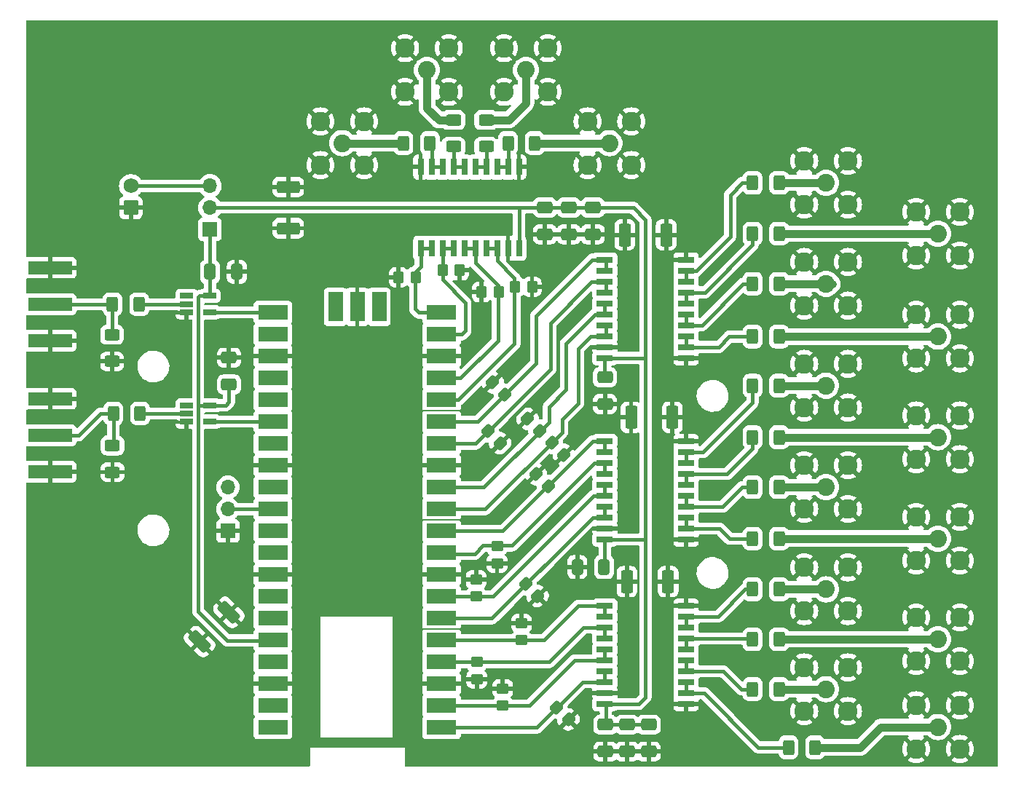
<source format=gbr>
%TF.GenerationSoftware,KiCad,Pcbnew,7.0.5*%
%TF.CreationDate,2024-04-11T17:45:55-04:00*%
%TF.ProjectId,PrawnDO_Breakout_Connectorized_sma_in_board,50726177-6e44-44f5-9f42-7265616b6f75,rev?*%
%TF.SameCoordinates,Original*%
%TF.FileFunction,Copper,L1,Top*%
%TF.FilePolarity,Positive*%
%FSLAX46Y46*%
G04 Gerber Fmt 4.6, Leading zero omitted, Abs format (unit mm)*
G04 Created by KiCad (PCBNEW 7.0.5) date 2024-04-11 17:45:55*
%MOMM*%
%LPD*%
G01*
G04 APERTURE LIST*
G04 Aperture macros list*
%AMRoundRect*
0 Rectangle with rounded corners*
0 $1 Rounding radius*
0 $2 $3 $4 $5 $6 $7 $8 $9 X,Y pos of 4 corners*
0 Add a 4 corners polygon primitive as box body*
4,1,4,$2,$3,$4,$5,$6,$7,$8,$9,$2,$3,0*
0 Add four circle primitives for the rounded corners*
1,1,$1+$1,$2,$3*
1,1,$1+$1,$4,$5*
1,1,$1+$1,$6,$7*
1,1,$1+$1,$8,$9*
0 Add four rect primitives between the rounded corners*
20,1,$1+$1,$2,$3,$4,$5,0*
20,1,$1+$1,$4,$5,$6,$7,0*
20,1,$1+$1,$6,$7,$8,$9,0*
20,1,$1+$1,$8,$9,$2,$3,0*%
G04 Aperture macros list end*
%TA.AperFunction,SMDPad,CuDef*%
%ADD10RoundRect,0.250000X-0.400000X-0.625000X0.400000X-0.625000X0.400000X0.625000X-0.400000X0.625000X0*%
%TD*%
%TA.AperFunction,SMDPad,CuDef*%
%ADD11RoundRect,0.250000X0.650000X-0.412500X0.650000X0.412500X-0.650000X0.412500X-0.650000X-0.412500X0*%
%TD*%
%TA.AperFunction,SMDPad,CuDef*%
%ADD12RoundRect,0.250000X-0.625000X0.400000X-0.625000X-0.400000X0.625000X-0.400000X0.625000X0.400000X0*%
%TD*%
%TA.AperFunction,SMDPad,CuDef*%
%ADD13RoundRect,0.250000X-0.565685X-0.070711X-0.070711X-0.565685X0.565685X0.070711X0.070711X0.565685X0*%
%TD*%
%TA.AperFunction,ComponentPad*%
%ADD14C,2.050000*%
%TD*%
%TA.AperFunction,ComponentPad*%
%ADD15C,2.250000*%
%TD*%
%TA.AperFunction,SMDPad,CuDef*%
%ADD16RoundRect,0.250000X0.350000X0.450000X-0.350000X0.450000X-0.350000X-0.450000X0.350000X-0.450000X0*%
%TD*%
%TA.AperFunction,SMDPad,CuDef*%
%ADD17R,5.080000X1.500000*%
%TD*%
%TA.AperFunction,ComponentPad*%
%ADD18RoundRect,0.250000X0.620000X-0.620000X0.620000X0.620000X-0.620000X0.620000X-0.620000X-0.620000X0*%
%TD*%
%TA.AperFunction,ComponentPad*%
%ADD19C,1.740000*%
%TD*%
%TA.AperFunction,SMDPad,CuDef*%
%ADD20R,1.700000X3.500000*%
%TD*%
%TA.AperFunction,SMDPad,CuDef*%
%ADD21R,3.500000X1.700000*%
%TD*%
%TA.AperFunction,SMDPad,CuDef*%
%ADD22RoundRect,0.250000X-0.350000X-0.450000X0.350000X-0.450000X0.350000X0.450000X-0.350000X0.450000X0*%
%TD*%
%TA.AperFunction,SMDPad,CuDef*%
%ADD23RoundRect,0.249999X0.441942X-1.078339X1.078339X-0.441942X-0.441942X1.078339X-1.078339X0.441942X0*%
%TD*%
%TA.AperFunction,SMDPad,CuDef*%
%ADD24RoundRect,0.249999X-0.450001X-1.075001X0.450001X-1.075001X0.450001X1.075001X-0.450001X1.075001X0*%
%TD*%
%TA.AperFunction,SMDPad,CuDef*%
%ADD25RoundRect,0.250000X0.625000X-0.400000X0.625000X0.400000X-0.625000X0.400000X-0.625000X-0.400000X0*%
%TD*%
%TA.AperFunction,SMDPad,CuDef*%
%ADD26R,1.950000X0.700000*%
%TD*%
%TA.AperFunction,SMDPad,CuDef*%
%ADD27RoundRect,0.250000X0.400000X0.625000X-0.400000X0.625000X-0.400000X-0.625000X0.400000X-0.625000X0*%
%TD*%
%TA.AperFunction,SMDPad,CuDef*%
%ADD28RoundRect,0.250000X-0.412500X-0.650000X0.412500X-0.650000X0.412500X0.650000X-0.412500X0.650000X0*%
%TD*%
%TA.AperFunction,ComponentPad*%
%ADD29R,1.700000X1.700000*%
%TD*%
%TA.AperFunction,ComponentPad*%
%ADD30O,1.700000X1.700000*%
%TD*%
%TA.AperFunction,SMDPad,CuDef*%
%ADD31R,0.700000X1.950000*%
%TD*%
%TA.AperFunction,SMDPad,CuDef*%
%ADD32RoundRect,0.250000X-0.450000X0.350000X-0.450000X-0.350000X0.450000X-0.350000X0.450000X0.350000X0*%
%TD*%
%TA.AperFunction,SMDPad,CuDef*%
%ADD33RoundRect,0.250000X0.450000X-0.350000X0.450000X0.350000X-0.450000X0.350000X-0.450000X-0.350000X0*%
%TD*%
%TA.AperFunction,SMDPad,CuDef*%
%ADD34R,1.560000X0.650000*%
%TD*%
%TA.AperFunction,SMDPad,CuDef*%
%ADD35RoundRect,0.250000X0.565685X0.070711X0.070711X0.565685X-0.565685X-0.070711X-0.070711X-0.565685X0*%
%TD*%
%TA.AperFunction,SMDPad,CuDef*%
%ADD36RoundRect,0.249999X1.075001X-0.450001X1.075001X0.450001X-1.075001X0.450001X-1.075001X-0.450001X0*%
%TD*%
%TA.AperFunction,Conductor*%
%ADD37C,0.400000*%
%TD*%
%TA.AperFunction,Conductor*%
%ADD38C,0.200000*%
%TD*%
%TA.AperFunction,Conductor*%
%ADD39C,0.930000*%
%TD*%
G04 APERTURE END LIST*
D10*
%TO.P,R23,1*%
%TO.N,Net-(IC3A-A4)*%
X156350000Y-102700000D03*
%TO.P,R23,2*%
%TO.N,do6*%
X159450000Y-102700000D03*
%TD*%
D11*
%TO.P,C6,1*%
%TO.N,GND*%
X137777500Y-79105500D03*
%TO.P,C6,2*%
%TO.N,Power  Supply*%
X137777500Y-75980500D03*
%TD*%
D12*
%TO.P,R25,1*%
%TO.N,Net-(J18-In)*%
X81944000Y-103665000D03*
%TO.P,R25,2*%
%TO.N,GND*%
X81944000Y-106765000D03*
%TD*%
D10*
%TO.P,R31,1*%
%TO.N,Net-(IC4A-A6)*%
X156350000Y-120390000D03*
%TO.P,R31,2*%
%TO.N,do3*%
X159450000Y-120390000D03*
%TD*%
D13*
%TO.P,R32,1*%
%TO.N,Net-(IC4A-B0)*%
X133537693Y-134120693D03*
%TO.P,R32,2*%
%TO.N,GND*%
X134951907Y-135534907D03*
%TD*%
D11*
%TO.P,C10,1*%
%TO.N,GND*%
X144281000Y-139262500D03*
%TO.P,C10,2*%
%TO.N,Power  Supply*%
X144281000Y-136137500D03*
%TD*%
D10*
%TO.P,R26,1*%
%TO.N,Net-(IC3A-A2)*%
X156350000Y-108500000D03*
%TO.P,R26,2*%
%TO.N,do5*%
X159450000Y-108500000D03*
%TD*%
D14*
%TO.P,J10,1,In*%
%TO.N,do6*%
X177900000Y-102700000D03*
D15*
%TO.P,J10,2,Ext*%
%TO.N,GND*%
X180440000Y-105240000D03*
X180440000Y-100160000D03*
X175360000Y-105240000D03*
X175360000Y-100160000D03*
%TD*%
D14*
%TO.P,J8,1,In*%
%TO.N,do8*%
X177900000Y-91000000D03*
D15*
%TO.P,J8,2,Ext*%
%TO.N,GND*%
X175360000Y-93540000D03*
X180440000Y-93540000D03*
X175360000Y-88460000D03*
X180440000Y-88460000D03*
%TD*%
D10*
%TO.P,R17,1*%
%TO.N,Net-(IC2A-A0)*%
X156350000Y-91000000D03*
%TO.P,R17,2*%
%TO.N,do8*%
X159450000Y-91000000D03*
%TD*%
D14*
%TO.P,J12,1,In*%
%TO.N,do4*%
X177900000Y-114500000D03*
D15*
%TO.P,J12,2,Ext*%
%TO.N,GND*%
X175360000Y-111960000D03*
X175360000Y-117040000D03*
X180440000Y-111960000D03*
X180440000Y-117040000D03*
%TD*%
D14*
%TO.P,J1,1,In*%
%TO.N,do15*%
X108650000Y-68500000D03*
D15*
%TO.P,J1,2,Ext*%
%TO.N,GND*%
X106110000Y-71040000D03*
X111190000Y-71040000D03*
X106110000Y-65960000D03*
X111190000Y-65960000D03*
%TD*%
D16*
%TO.P,R5,1*%
%TO.N,Net-(IC1A-B2)*%
X126837400Y-85831200D03*
%TO.P,R5,2*%
%TO.N,GND*%
X124837400Y-85831200D03*
%TD*%
D17*
%TO.P,J18,1,In*%
%TO.N,Net-(J18-In)*%
X74700000Y-102480000D03*
%TO.P,J18,2,Ext*%
%TO.N,GND*%
X74700000Y-106730000D03*
X74700000Y-98230000D03*
%TD*%
D18*
%TO.P,J20,1,Pin_1*%
%TO.N,GND*%
X84079000Y-76007000D03*
D19*
%TO.P,J20,2,Pin_2*%
%TO.N,Ext. Power*%
X84079000Y-73467000D03*
%TD*%
D20*
%TO.P,U2,43,SWDIO*%
%TO.N,unconnected-(U2-SWDIO-Pad43)*%
X107854448Y-87537500D03*
%TO.P,U2,42,GND*%
%TO.N,GND*%
X110394448Y-87537500D03*
%TO.P,U2,41,SWCLK*%
%TO.N,unconnected-(U2-SWCLK-Pad41)*%
X112934448Y-87537500D03*
D21*
%TO.P,U2,40,VBUS*%
%TO.N,unconnected-(U2-VBUS-Pad40)*%
X100604448Y-136467500D03*
%TO.P,U2,39,VSYS*%
%TO.N,unconnected-(U2-VSYS-Pad39)*%
X100604448Y-133927500D03*
%TO.P,U2,38,GND*%
%TO.N,GND*%
X100604448Y-131387500D03*
%TO.P,U2,37,3V3_EN*%
%TO.N,unconnected-(U2-3V3_EN-Pad37)*%
X100604448Y-128847500D03*
%TO.P,U2,36,3V3*%
%TO.N,3_3V_Pico*%
X100604448Y-126307500D03*
%TO.P,U2,35,ADC_VREF*%
%TO.N,unconnected-(U2-ADC_VREF-Pad35)*%
X100604448Y-123767500D03*
%TO.P,U2,34,GPIO28_ADC2*%
%TO.N,unconnected-(U2-GPIO28_ADC2-Pad34)*%
X100604448Y-121227500D03*
%TO.P,U2,33,AGND*%
%TO.N,GND*%
X100604448Y-118687500D03*
%TO.P,U2,32,GPIO27_ADC1*%
%TO.N,unconnected-(U2-GPIO27_ADC1-Pad32)*%
X100604448Y-116147500D03*
%TO.P,U2,31,GPIO26_ADC0*%
%TO.N,unconnected-(U2-GPIO26_ADC0-Pad31)*%
X100604448Y-113607500D03*
%TO.P,U2,30,RUN*%
%TO.N,Net-(JP1-C)*%
X100604448Y-111067500D03*
%TO.P,U2,29,GPIO22*%
%TO.N,unconnected-(U2-GPIO22-Pad29)*%
X100604448Y-108527500D03*
%TO.P,U2,28,GND*%
%TO.N,GND*%
X100604448Y-105987500D03*
%TO.P,U2,27,GPIO21*%
%TO.N,unconnected-(U2-GPIO21-Pad27)*%
X100604448Y-103447500D03*
%TO.P,U2,26,GPIO20*%
%TO.N,Net-(U2-GPIO20)*%
X100604448Y-100907500D03*
%TO.P,U2,25,GPIO19*%
%TO.N,unconnected-(U2-GPIO19-Pad25)*%
X100604448Y-98367500D03*
%TO.P,U2,24,GPIO18*%
%TO.N,unconnected-(U2-GPIO18-Pad24)*%
X100604448Y-95827500D03*
%TO.P,U2,23,GND*%
%TO.N,GND*%
X100604448Y-93287500D03*
%TO.P,U2,22,GPIO17*%
%TO.N,unconnected-(U2-GPIO17-Pad22)*%
X100604448Y-90747500D03*
%TO.P,U2,21,GPIO16*%
%TO.N,Net-(U2-GPIO16)*%
X100604448Y-88207500D03*
%TO.P,U2,20,GPIO15*%
%TO.N,Net-(IC1A-B6)*%
X120184448Y-88207500D03*
%TO.P,U2,19,GPIO14*%
%TO.N,Net-(IC1A-B4)*%
X120184448Y-90747500D03*
%TO.P,U2,18,GND*%
%TO.N,GND*%
X120184448Y-93287500D03*
%TO.P,U2,17,GPIO13*%
%TO.N,Net-(IC1A-B2)*%
X120184448Y-95827500D03*
%TO.P,U2,16,GPIO12*%
%TO.N,Net-(IC1A-B0)*%
X120184448Y-98367500D03*
%TO.P,U2,15,GPIO11*%
%TO.N,Net-(IC2A-B6)*%
X120184448Y-100907500D03*
%TO.P,U2,14,GPIO10*%
%TO.N,Net-(IC2A-B4)*%
X120184448Y-103447500D03*
%TO.P,U2,13,GND*%
%TO.N,GND*%
X120184448Y-105987500D03*
%TO.P,U2,12,GPIO9*%
%TO.N,Net-(IC2A-B2)*%
X120184448Y-108527500D03*
%TO.P,U2,11,GPIO8*%
%TO.N,Net-(IC2A-B0)*%
X120184448Y-111067500D03*
%TO.P,U2,10,GPIO7*%
%TO.N,Net-(IC3A-B6)*%
X120184448Y-113607500D03*
%TO.P,U2,9,GPIO6*%
%TO.N,Net-(IC3A-B4)*%
X120184448Y-116147500D03*
%TO.P,U2,8,GND*%
%TO.N,GND*%
X120184448Y-118687500D03*
%TO.P,U2,7,GPIO5*%
%TO.N,Net-(IC3A-B2)*%
X120184448Y-121227500D03*
%TO.P,U2,6,GPIO4*%
%TO.N,Net-(IC3A-B0)*%
X120184448Y-123767500D03*
%TO.P,U2,5,GPIO3*%
%TO.N,Net-(IC4A-B6)*%
X120184448Y-126307500D03*
%TO.P,U2,4,GPIO2*%
%TO.N,Net-(IC4A-B4)*%
X120184448Y-128847500D03*
%TO.P,U2,3,GND*%
%TO.N,GND*%
X120184448Y-131387500D03*
%TO.P,U2,2,GPIO1*%
%TO.N,Net-(IC4A-B2)*%
X120184448Y-133927500D03*
%TO.P,U2,1,GPIO0*%
%TO.N,Net-(IC4A-B0)*%
X120184448Y-136467500D03*
%TD*%
D22*
%TO.P,R3,1*%
%TO.N,Net-(IC1A-B4)*%
X120300200Y-83291200D03*
%TO.P,R3,2*%
%TO.N,GND*%
X122300200Y-83291200D03*
%TD*%
D11*
%TO.P,C1,1*%
%TO.N,GND*%
X139241000Y-139262500D03*
%TO.P,C1,2*%
%TO.N,Power  Supply*%
X139241000Y-136137500D03*
%TD*%
D10*
%TO.P,R10,1*%
%TO.N,Net-(IC2A-A6)*%
X156350000Y-73113000D03*
%TO.P,R10,2*%
%TO.N,do11*%
X159450000Y-73113000D03*
%TD*%
D23*
%TO.P,JR5,1*%
%TO.N,GND*%
X92065944Y-126455056D03*
%TO.P,JR5,2*%
X95460056Y-123060944D03*
%TD*%
D24*
%TO.P,JR3,1*%
%TO.N,GND*%
X141500000Y-79176400D03*
%TO.P,JR3,2*%
X146300000Y-79176400D03*
%TD*%
D10*
%TO.P,R13,1*%
%TO.N,Net-(IC2A-A4)*%
X156350000Y-79030000D03*
%TO.P,R13,2*%
%TO.N,do10*%
X159450000Y-79030000D03*
%TD*%
D25*
%TO.P,R6,1*%
%TO.N,Net-(IC1A-A2)*%
X125380000Y-68910000D03*
%TO.P,R6,2*%
%TO.N,do13*%
X125380000Y-65810000D03*
%TD*%
D26*
%TO.P,IC4,1,DIR*%
%TO.N,GND*%
X148625000Y-133735600D03*
%TO.P,IC4,2,A0*%
%TO.N,Net-(IC4A-A0)*%
X148625000Y-132465600D03*
%TO.P,IC4,3,A1*%
X148625000Y-131195600D03*
%TO.P,IC4,4,A2*%
%TO.N,Net-(IC4A-A2)*%
X148625000Y-129925600D03*
%TO.P,IC4,5,A3*%
X148625000Y-128655600D03*
%TO.P,IC4,6,A4*%
%TO.N,Net-(IC4A-A4)*%
X148625000Y-127385600D03*
%TO.P,IC4,7,A5*%
X148625000Y-126115600D03*
%TO.P,IC4,8,A6*%
%TO.N,Net-(IC4A-A6)*%
X148625000Y-124845600D03*
%TO.P,IC4,9,A7*%
X148625000Y-123575600D03*
%TO.P,IC4,10,GND*%
%TO.N,GND*%
X148625000Y-122305600D03*
%TO.P,IC4,11,B7*%
%TO.N,Net-(IC4A-B6)*%
X139175000Y-122305600D03*
%TO.P,IC4,12,B6*%
X139175000Y-123575600D03*
%TO.P,IC4,13,B5*%
%TO.N,Net-(IC4A-B4)*%
X139175000Y-124845600D03*
%TO.P,IC4,14,B4*%
X139175000Y-126115600D03*
%TO.P,IC4,15,B3*%
%TO.N,Net-(IC4A-B2)*%
X139175000Y-127385600D03*
%TO.P,IC4,16,B2*%
X139175000Y-128655600D03*
%TO.P,IC4,17,B1*%
%TO.N,Net-(IC4A-B0)*%
X139175000Y-129925600D03*
%TO.P,IC4,18,B0*%
X139175000Y-131195600D03*
%TO.P,IC4,19,~{OE}*%
%TO.N,GND*%
X139175000Y-132465600D03*
%TO.P,IC4,20,VCC*%
%TO.N,Power  Supply*%
X139175000Y-133735600D03*
%TD*%
D27*
%TO.P,R2,1*%
%TO.N,Net-(IC1A-A6)*%
X118850000Y-68500000D03*
%TO.P,R2,2*%
%TO.N,do15*%
X115750000Y-68500000D03*
%TD*%
D28*
%TO.P,C2,1*%
%TO.N,3_3V_Pico*%
X93271500Y-83471000D03*
%TO.P,C2,2*%
%TO.N,GND*%
X96396500Y-83471000D03*
%TD*%
D26*
%TO.P,IC2,1,DIR*%
%TO.N,GND*%
X148625000Y-93476600D03*
%TO.P,IC2,2,A0*%
%TO.N,Net-(IC2A-A0)*%
X148625000Y-92206600D03*
%TO.P,IC2,3,A1*%
X148625000Y-90936600D03*
%TO.P,IC2,4,A2*%
%TO.N,Net-(IC2A-A2)*%
X148625000Y-89666600D03*
%TO.P,IC2,5,A3*%
X148625000Y-88396600D03*
%TO.P,IC2,6,A4*%
%TO.N,Net-(IC2A-A4)*%
X148625000Y-87126600D03*
%TO.P,IC2,7,A5*%
X148625000Y-85856600D03*
%TO.P,IC2,8,A6*%
%TO.N,Net-(IC2A-A6)*%
X148625000Y-84586600D03*
%TO.P,IC2,9,A7*%
X148625000Y-83316600D03*
%TO.P,IC2,10,GND*%
%TO.N,GND*%
X148625000Y-82046600D03*
%TO.P,IC2,11,B7*%
%TO.N,Net-(IC2A-B6)*%
X139175000Y-82046600D03*
%TO.P,IC2,12,B6*%
X139175000Y-83316600D03*
%TO.P,IC2,13,B5*%
%TO.N,Net-(IC2A-B4)*%
X139175000Y-84586600D03*
%TO.P,IC2,14,B4*%
X139175000Y-85856600D03*
%TO.P,IC2,15,B3*%
%TO.N,Net-(IC2A-B2)*%
X139175000Y-87126600D03*
%TO.P,IC2,16,B2*%
X139175000Y-88396600D03*
%TO.P,IC2,17,B1*%
%TO.N,Net-(IC2A-B0)*%
X139175000Y-89666600D03*
%TO.P,IC2,18,B0*%
X139175000Y-90936600D03*
%TO.P,IC2,19,~{OE}*%
%TO.N,GND*%
X139175000Y-92206600D03*
%TO.P,IC2,20,VCC*%
%TO.N,Power  Supply*%
X139175000Y-93476600D03*
%TD*%
D29*
%TO.P,JP1,1,A*%
%TO.N,GND*%
X95350000Y-113600000D03*
D30*
%TO.P,JP1,2,C*%
%TO.N,Net-(JP1-C)*%
X95350000Y-111060000D03*
%TO.P,JP1,3,B*%
%TO.N,unconnected-(JP1-B-Pad3)*%
X95350000Y-108520000D03*
%TD*%
D31*
%TO.P,IC1,1,DIR*%
%TO.N,GND*%
X129190200Y-71275000D03*
%TO.P,IC1,2,A0*%
%TO.N,Net-(IC1A-A0)*%
X127920200Y-71275000D03*
%TO.P,IC1,3,A1*%
X126650200Y-71275000D03*
%TO.P,IC1,4,A2*%
%TO.N,Net-(IC1A-A2)*%
X125380200Y-71275000D03*
%TO.P,IC1,5,A3*%
X124110200Y-71275000D03*
%TO.P,IC1,6,A4*%
%TO.N,Net-(IC1A-A4)*%
X122840200Y-71275000D03*
%TO.P,IC1,7,A5*%
X121570200Y-71275000D03*
%TO.P,IC1,8,A6*%
%TO.N,Net-(IC1A-A6)*%
X120300200Y-71275000D03*
%TO.P,IC1,9,A7*%
X119030200Y-71275000D03*
%TO.P,IC1,10,GND*%
%TO.N,GND*%
X117760200Y-71275000D03*
%TO.P,IC1,11,B7*%
%TO.N,Net-(IC1A-B6)*%
X117760200Y-80725000D03*
%TO.P,IC1,12,B6*%
X119030200Y-80725000D03*
%TO.P,IC1,13,B5*%
%TO.N,Net-(IC1A-B4)*%
X120300200Y-80725000D03*
%TO.P,IC1,14,B4*%
X121570200Y-80725000D03*
%TO.P,IC1,15,B3*%
%TO.N,Net-(IC1A-B2)*%
X122840200Y-80725000D03*
%TO.P,IC1,16,B2*%
X124110200Y-80725000D03*
%TO.P,IC1,17,B1*%
%TO.N,Net-(IC1A-B0)*%
X125380200Y-80725000D03*
%TO.P,IC1,18,B0*%
X126650200Y-80725000D03*
%TO.P,IC1,19,~{OE}*%
%TO.N,GND*%
X127920200Y-80725000D03*
%TO.P,IC1,20,VCC*%
%TO.N,Power  Supply*%
X129190200Y-80725000D03*
%TD*%
D10*
%TO.P,R33,1*%
%TO.N,Net-(IC4A-A4)*%
X156350000Y-126200000D03*
%TO.P,R33,2*%
%TO.N,do2*%
X159450000Y-126200000D03*
%TD*%
%TO.P,R12,1*%
%TO.N,Net-(J17-In)*%
X81944448Y-87237500D03*
%TO.P,R12,2*%
%TO.N,Net-(R12-Pad2)*%
X85044448Y-87237500D03*
%TD*%
D32*
%TO.P,R22,1*%
%TO.N,Net-(IC3A-B4)*%
X126650200Y-115362000D03*
%TO.P,R22,2*%
%TO.N,GND*%
X126650200Y-117362000D03*
%TD*%
D10*
%TO.P,R36,1*%
%TO.N,Net-(IC4A-A0)*%
X160522000Y-138767000D03*
%TO.P,R36,2*%
%TO.N,do0*%
X163622000Y-138767000D03*
%TD*%
D24*
%TO.P,JR2,1*%
%TO.N,GND*%
X141737000Y-119499000D03*
%TO.P,JR2,2*%
X146537000Y-119499000D03*
%TD*%
D10*
%TO.P,R16,1*%
%TO.N,Net-(IC2A-A2)*%
X156350000Y-84859000D03*
%TO.P,R16,2*%
%TO.N,do9*%
X159450000Y-84859000D03*
%TD*%
D13*
%TO.P,R19,1*%
%TO.N,GND*%
X131175493Y-106993493D03*
%TO.P,R19,2*%
%TO.N,Net-(IC3A-B6)*%
X132589707Y-108407707D03*
%TD*%
D30*
%TO.P,J19,3,Pin_3*%
%TO.N,Ext. Power*%
X93271500Y-73460000D03*
%TO.P,J19,2,Pin_2*%
%TO.N,Power  Supply*%
X93271500Y-76000000D03*
D29*
%TO.P,J19,1,Pin_1*%
%TO.N,3_3V_Pico*%
X93271500Y-78540000D03*
%TD*%
D11*
%TO.P,C8,1*%
%TO.N,GND*%
X141761000Y-139262500D03*
%TO.P,C8,2*%
%TO.N,Power  Supply*%
X141761000Y-136137500D03*
%TD*%
D10*
%TO.P,R21,1*%
%TO.N,Net-(J18-In)*%
X82044448Y-99937500D03*
%TO.P,R21,2*%
%TO.N,Net-(R21-Pad2)*%
X85144448Y-99937500D03*
%TD*%
D11*
%TO.P,C9,1*%
%TO.N,GND*%
X139192000Y-98848500D03*
%TO.P,C9,2*%
%TO.N,Power  Supply*%
X139192000Y-95723500D03*
%TD*%
D17*
%TO.P,J17,1,In*%
%TO.N,Net-(J17-In)*%
X74700000Y-87237500D03*
%TO.P,J17,2,Ext*%
%TO.N,GND*%
X74700000Y-91487500D03*
X74700000Y-82987500D03*
%TD*%
D11*
%TO.P,C3,1*%
%TO.N,3_3V_Pico*%
X95480000Y-96571500D03*
%TO.P,C3,2*%
%TO.N,GND*%
X95480000Y-93446500D03*
%TD*%
D33*
%TO.P,R30,1*%
%TO.N,GND*%
X124291000Y-130844000D03*
%TO.P,R30,2*%
%TO.N,Net-(IC4A-B4)*%
X124291000Y-128844000D03*
%TD*%
D10*
%TO.P,R35,1*%
%TO.N,Net-(IC4A-A2)*%
X156350000Y-132000000D03*
%TO.P,R35,2*%
%TO.N,do1*%
X159450000Y-132000000D03*
%TD*%
D32*
%TO.P,R29,1*%
%TO.N,GND*%
X129495000Y-124318800D03*
%TO.P,R29,2*%
%TO.N,Net-(IC4A-B6)*%
X129495000Y-126318800D03*
%TD*%
D13*
%TO.P,R14,1*%
%TO.N,GND*%
X130191893Y-100547893D03*
%TO.P,R14,2*%
%TO.N,Net-(IC2A-B2)*%
X131606107Y-101962107D03*
%TD*%
D26*
%TO.P,IC3,1,DIR*%
%TO.N,GND*%
X148625000Y-114584000D03*
%TO.P,IC3,2,A0*%
%TO.N,Net-(IC3A-A0)*%
X148625000Y-113314000D03*
%TO.P,IC3,3,A1*%
X148625000Y-112044000D03*
%TO.P,IC3,4,A2*%
%TO.N,Net-(IC3A-A2)*%
X148625000Y-110774000D03*
%TO.P,IC3,5,A3*%
X148625000Y-109504000D03*
%TO.P,IC3,6,A4*%
%TO.N,Net-(IC3A-A4)*%
X148625000Y-108234000D03*
%TO.P,IC3,7,A5*%
X148625000Y-106964000D03*
%TO.P,IC3,8,A6*%
%TO.N,Net-(IC3A-A6)*%
X148625000Y-105694000D03*
%TO.P,IC3,9,A7*%
X148625000Y-104424000D03*
%TO.P,IC3,10,GND*%
%TO.N,GND*%
X148625000Y-103154000D03*
%TO.P,IC3,11,B7*%
%TO.N,Net-(IC3A-B6)*%
X139175000Y-103154000D03*
%TO.P,IC3,12,B6*%
X139175000Y-104424000D03*
%TO.P,IC3,13,B5*%
%TO.N,Net-(IC3A-B4)*%
X139175000Y-105694000D03*
%TO.P,IC3,14,B4*%
X139175000Y-106964000D03*
%TO.P,IC3,15,B3*%
%TO.N,Net-(IC3A-B2)*%
X139175000Y-108234000D03*
%TO.P,IC3,16,B2*%
X139175000Y-109504000D03*
%TO.P,IC3,17,B1*%
%TO.N,Net-(IC3A-B0)*%
X139175000Y-110774000D03*
%TO.P,IC3,18,B0*%
X139175000Y-112044000D03*
%TO.P,IC3,19,~{OE}*%
%TO.N,GND*%
X139175000Y-113314000D03*
%TO.P,IC3,20,VCC*%
%TO.N,Power  Supply*%
X139175000Y-114584000D03*
%TD*%
D13*
%TO.P,R27,1*%
%TO.N,Net-(IC3A-B0)*%
X129956293Y-119769693D03*
%TO.P,R27,2*%
%TO.N,GND*%
X131370507Y-121183907D03*
%TD*%
D14*
%TO.P,J9,1,In*%
%TO.N,do7*%
X164900000Y-96700000D03*
D15*
%TO.P,J9,2,Ext*%
%TO.N,GND*%
X167440000Y-99240000D03*
X167440000Y-94160000D03*
X162360000Y-99240000D03*
X162360000Y-94160000D03*
%TD*%
D34*
%TO.P,U1,1,NC*%
%TO.N,unconnected-(U1-NC-Pad1)*%
X90550000Y-86261000D03*
%TO.P,U1,2*%
%TO.N,Net-(R12-Pad2)*%
X90550000Y-87211000D03*
%TO.P,U1,3,GND*%
%TO.N,GND*%
X90550000Y-88161000D03*
%TO.P,U1,4*%
%TO.N,Net-(U2-GPIO16)*%
X93250000Y-88161000D03*
%TO.P,U1,5,VCC*%
%TO.N,3_3V_Pico*%
X93250000Y-86261000D03*
%TD*%
D14*
%TO.P,J14,1,In*%
%TO.N,do2*%
X177900000Y-126200000D03*
D15*
%TO.P,J14,2,Ext*%
%TO.N,GND*%
X175360000Y-123660000D03*
X175360000Y-128740000D03*
X180440000Y-123660000D03*
X180440000Y-128740000D03*
%TD*%
D14*
%TO.P,J4,1,In*%
%TO.N,do12*%
X139706000Y-68500000D03*
D15*
%TO.P,J4,2,Ext*%
%TO.N,GND*%
X137166000Y-71040000D03*
X142246000Y-71040000D03*
X137166000Y-65960000D03*
X142246000Y-65960000D03*
%TD*%
D14*
%TO.P,J2,1,In*%
%TO.N,do14*%
X118500000Y-60000000D03*
D15*
%TO.P,J2,2,Ext*%
%TO.N,GND*%
X115960000Y-62540000D03*
X121040000Y-62540000D03*
X115960000Y-57460000D03*
X121040000Y-57460000D03*
%TD*%
D35*
%TO.P,R9,1*%
%TO.N,Net-(IC2A-B6)*%
X127554214Y-97750214D03*
%TO.P,R9,2*%
%TO.N,GND*%
X126140000Y-96336000D03*
%TD*%
D36*
%TO.P,JR1,1*%
%TO.N,GND*%
X102387000Y-78400000D03*
%TO.P,JR1,2*%
X102387000Y-73600000D03*
%TD*%
D33*
%TO.P,R24,1*%
%TO.N,Net-(IC3A-B2)*%
X124211800Y-121238800D03*
%TO.P,R24,2*%
%TO.N,GND*%
X124211800Y-119238800D03*
%TD*%
D14*
%TO.P,J16,1,In*%
%TO.N,do0*%
X177900000Y-136400000D03*
D15*
%TO.P,J16,2,Ext*%
%TO.N,GND*%
X175360000Y-133860000D03*
X175360000Y-138940000D03*
X180440000Y-133860000D03*
X180440000Y-138940000D03*
%TD*%
D13*
%TO.P,R11,1*%
%TO.N,Net-(IC2A-B4)*%
X125582893Y-101976893D03*
%TO.P,R11,2*%
%TO.N,GND*%
X126997107Y-103391107D03*
%TD*%
D12*
%TO.P,R15,1*%
%TO.N,Net-(J17-In)*%
X81887000Y-90788000D03*
%TO.P,R15,2*%
%TO.N,GND*%
X81887000Y-93888000D03*
%TD*%
D14*
%TO.P,J3,1,In*%
%TO.N,do13*%
X130010000Y-60000000D03*
D15*
%TO.P,J3,2,Ext*%
%TO.N,GND*%
X127470000Y-62540000D03*
X132550000Y-62540000D03*
X127470000Y-57460000D03*
X132550000Y-57460000D03*
%TD*%
D16*
%TO.P,R1,1*%
%TO.N,Net-(IC1A-B6)*%
X117185400Y-84104000D03*
%TO.P,R1,2*%
%TO.N,GND*%
X115185400Y-84104000D03*
%TD*%
D14*
%TO.P,J5,1,In*%
%TO.N,do11*%
X164900000Y-73121000D03*
D15*
%TO.P,J5,2,Ext*%
%TO.N,GND*%
X162360000Y-75661000D03*
X167440000Y-75661000D03*
X162360000Y-70581000D03*
X167440000Y-70581000D03*
%TD*%
D10*
%TO.P,R28,1*%
%TO.N,Net-(IC3A-A0)*%
X156350000Y-114500000D03*
%TO.P,R28,2*%
%TO.N,do4*%
X159450000Y-114500000D03*
%TD*%
%TO.P,R20,1*%
%TO.N,Net-(IC3A-A6)*%
X156350000Y-96700000D03*
%TO.P,R20,2*%
%TO.N,do7*%
X159450000Y-96700000D03*
%TD*%
D33*
%TO.P,R34,1*%
%TO.N,Net-(IC4A-B2)*%
X127310600Y-133922800D03*
%TO.P,R34,2*%
%TO.N,GND*%
X127310600Y-131922800D03*
%TD*%
D14*
%TO.P,J6,1,In*%
%TO.N,do10*%
X177900000Y-79030000D03*
D15*
%TO.P,J6,2,Ext*%
%TO.N,GND*%
X175360000Y-81570000D03*
X180440000Y-81570000D03*
X175360000Y-76490000D03*
X180440000Y-76490000D03*
%TD*%
D14*
%TO.P,J13,1,In*%
%TO.N,do3*%
X164900000Y-120390000D03*
D15*
%TO.P,J13,2,Ext*%
%TO.N,GND*%
X162360000Y-117850000D03*
X162360000Y-122930000D03*
X167440000Y-117850000D03*
X167440000Y-122930000D03*
%TD*%
D10*
%TO.P,R7,1*%
%TO.N,Net-(IC1A-A0)*%
X127920000Y-68500000D03*
%TO.P,R7,2*%
%TO.N,do12*%
X131020000Y-68500000D03*
%TD*%
D34*
%TO.P,U3,1,NC*%
%TO.N,unconnected-(U3-NC-Pad1)*%
X90550000Y-98987500D03*
%TO.P,U3,2*%
%TO.N,Net-(R21-Pad2)*%
X90550000Y-99937500D03*
%TO.P,U3,3,GND*%
%TO.N,GND*%
X90550000Y-100887500D03*
%TO.P,U3,4*%
%TO.N,Net-(U2-GPIO20)*%
X93250000Y-100887500D03*
%TO.P,U3,5,VCC*%
%TO.N,3_3V_Pico*%
X93250000Y-98987500D03*
%TD*%
D22*
%TO.P,R8,1*%
%TO.N,Net-(IC1A-B0)*%
X128715000Y-85212000D03*
%TO.P,R8,2*%
%TO.N,GND*%
X130715000Y-85212000D03*
%TD*%
D28*
%TO.P,C7,1*%
%TO.N,GND*%
X135968500Y-117806000D03*
%TO.P,C7,2*%
%TO.N,Power  Supply*%
X139093500Y-117806000D03*
%TD*%
D11*
%TO.P,C5,1*%
%TO.N,GND*%
X134995000Y-79105500D03*
%TO.P,C5,2*%
%TO.N,Power  Supply*%
X134995000Y-75980500D03*
%TD*%
D14*
%TO.P,J11,1,In*%
%TO.N,do5*%
X164900000Y-108500000D03*
D15*
%TO.P,J11,2,Ext*%
%TO.N,GND*%
X162360000Y-105960000D03*
X162360000Y-111040000D03*
X167440000Y-105960000D03*
X167440000Y-111040000D03*
%TD*%
D14*
%TO.P,J7,1,In*%
%TO.N,do9*%
X164900000Y-84851000D03*
D15*
%TO.P,J7,2,Ext*%
%TO.N,GND*%
X162360000Y-87391000D03*
X167440000Y-87391000D03*
X162360000Y-82311000D03*
X167440000Y-82311000D03*
%TD*%
D11*
%TO.P,C4,1*%
%TO.N,GND*%
X132212500Y-79105500D03*
%TO.P,C4,2*%
%TO.N,Power  Supply*%
X132212500Y-75980500D03*
%TD*%
D35*
%TO.P,R18,1*%
%TO.N,GND*%
X134430107Y-104749107D03*
%TO.P,R18,2*%
%TO.N,Net-(IC2A-B0)*%
X133015893Y-103334893D03*
%TD*%
D14*
%TO.P,J15,1,In*%
%TO.N,do1*%
X164900000Y-132000000D03*
D15*
%TO.P,J15,2,Ext*%
%TO.N,GND*%
X162360000Y-129460000D03*
X162360000Y-134540000D03*
X167440000Y-129460000D03*
X167440000Y-134540000D03*
%TD*%
D25*
%TO.P,R4,1*%
%TO.N,Net-(IC1A-A4)*%
X121570200Y-68910000D03*
%TO.P,R4,2*%
%TO.N,do14*%
X121570200Y-65810000D03*
%TD*%
D24*
%TO.P,JR4,1*%
%TO.N,GND*%
X142230000Y-100384000D03*
%TO.P,JR4,2*%
X147030000Y-100384000D03*
%TD*%
D37*
%TO.N,3_3V_Pico*%
X95077500Y-98987500D02*
X93250000Y-98987500D01*
X92073000Y-86261000D02*
X91900000Y-86434000D01*
X93250000Y-86261000D02*
X92073000Y-86261000D01*
X93250000Y-98987500D02*
X91966500Y-98987500D01*
X93271500Y-86239500D02*
X93250000Y-86261000D01*
X95294448Y-126337500D02*
X91900000Y-122943052D01*
X101474448Y-126337500D02*
X95294448Y-126337500D01*
X91900000Y-122943052D02*
X91900000Y-98921000D01*
X93271500Y-78540000D02*
X93271500Y-86239500D01*
X95480000Y-96571500D02*
X95480000Y-98585000D01*
X95480000Y-98585000D02*
X95077500Y-98987500D01*
X91900000Y-86434000D02*
X91900000Y-98921000D01*
X101504448Y-126307500D02*
X101474448Y-126337500D01*
D38*
%TO.N,GND*%
X122803000Y-125028000D02*
X117515000Y-125028000D01*
X122388000Y-99635000D02*
X117917000Y-99635000D01*
X122542000Y-112323000D02*
X117868000Y-112323000D01*
D39*
%TO.N,do7*%
X159450000Y-96700000D02*
X164900000Y-96700000D01*
%TO.N,do0*%
X177898000Y-136398000D02*
X177900000Y-136400000D01*
X163622000Y-138767000D02*
X168881000Y-138767000D01*
X171250000Y-136398000D02*
X177898000Y-136398000D01*
X168881000Y-138767000D02*
X171250000Y-136398000D01*
%TO.N,do15*%
X115750000Y-68500000D02*
X108650000Y-68500000D01*
%TO.N,do8*%
X159450000Y-91000000D02*
X177900000Y-91000000D01*
%TO.N,do14*%
X119881000Y-65810000D02*
X118500000Y-64429000D01*
X121570200Y-65810000D02*
X119881000Y-65810000D01*
X118500000Y-64429000D02*
X118500000Y-60000000D01*
%TO.N,do6*%
X159450000Y-102700000D02*
X177900000Y-102700000D01*
%TO.N,do9*%
X162161000Y-84851000D02*
X165643000Y-84851000D01*
X160022000Y-84859000D02*
X162031000Y-84859000D01*
%TO.N,do1*%
X159450000Y-132000000D02*
X164900000Y-132000000D01*
%TO.N,do13*%
X130010000Y-60000000D02*
X130010000Y-63840000D01*
X130010000Y-63840000D02*
X128040000Y-65810000D01*
X128040000Y-65810000D02*
X125380000Y-65810000D01*
%TO.N,do5*%
X159450000Y-108500000D02*
X164900000Y-108500000D01*
%TO.N,do10*%
X159450000Y-79030000D02*
X177900000Y-79030000D01*
%TO.N,do2*%
X159450000Y-126200000D02*
X177900000Y-126200000D01*
%TO.N,do12*%
X131020000Y-68500000D02*
X139706000Y-68500000D01*
%TO.N,do4*%
X177900000Y-114500000D02*
X159450000Y-114500000D01*
%TO.N,do3*%
X159550000Y-120390000D02*
X164722000Y-120390000D01*
D37*
%TO.N,Net-(IC1A-A0)*%
X127920200Y-71275000D02*
X127920200Y-68500200D01*
X127920200Y-71275000D02*
X126650200Y-71275000D01*
%TO.N,Net-(U2-GPIO16)*%
X101484448Y-88187500D02*
X93322500Y-88187500D01*
X93322500Y-88187500D02*
X93296000Y-88161000D01*
X101504448Y-88207500D02*
X101484448Y-88187500D01*
%TO.N,Net-(U2-GPIO20)*%
X101484448Y-100887500D02*
X93250000Y-100887500D01*
X101504448Y-100907500D02*
X101484448Y-100887500D01*
%TO.N,Net-(JP1-C)*%
X95362000Y-111072000D02*
X101499948Y-111072000D01*
X101504448Y-111067500D02*
X101497748Y-111074200D01*
X101499948Y-111072000D02*
X101504448Y-111067500D01*
X95350000Y-111060000D02*
X95362000Y-111072000D01*
D39*
%TO.N,do11*%
X159543000Y-73113000D02*
X164606000Y-73113000D01*
D37*
X164606000Y-73113000D02*
X164614000Y-73121000D01*
%TO.N,Net-(J17-In)*%
X75694448Y-87237500D02*
X81944448Y-87237500D01*
X81887000Y-90788000D02*
X81887000Y-87294948D01*
X81887000Y-87294948D02*
X81944448Y-87237500D01*
%TO.N,Net-(J18-In)*%
X80532500Y-99937500D02*
X82044448Y-99937500D01*
X82044448Y-103564552D02*
X81944000Y-103665000D01*
X82044448Y-99937500D02*
X82044448Y-103564552D01*
X75664448Y-102480000D02*
X77990000Y-102480000D01*
X77990000Y-102480000D02*
X80532500Y-99937500D01*
%TO.N,Net-(IC1A-A2)*%
X125380000Y-68910000D02*
X125380000Y-71274800D01*
X125380200Y-71275000D02*
X124110200Y-71275000D01*
X125380000Y-71274800D02*
X125380200Y-71275000D01*
%TO.N,Net-(IC1A-A4)*%
X121570200Y-71275000D02*
X122840200Y-71275000D01*
X121570200Y-68966200D02*
X121570200Y-71275000D01*
%TO.N,Net-(IC1A-A6)*%
X119030200Y-71275000D02*
X119030200Y-68680200D01*
X119030200Y-71275000D02*
X120300200Y-71275000D01*
X119030200Y-68680200D02*
X118850000Y-68500000D01*
%TO.N,Net-(IC1A-B6)*%
X117121000Y-83498600D02*
X117760200Y-82859400D01*
X117760200Y-82859400D02*
X117760200Y-80725000D01*
X117533500Y-88207500D02*
X117121000Y-87795000D01*
X117760200Y-80725000D02*
X119030200Y-80725000D01*
X119284448Y-88207500D02*
X117533500Y-88207500D01*
X117121000Y-87795000D02*
X117121000Y-83498600D01*
%TO.N,Net-(IC1A-B4)*%
X122967200Y-90332800D02*
X122967200Y-87075800D01*
X122552500Y-90747500D02*
X122967200Y-90332800D01*
X120300200Y-80725000D02*
X121570200Y-80725000D01*
X120300200Y-84408800D02*
X120300200Y-80725000D01*
X122967200Y-87075800D02*
X120300200Y-84408800D01*
X119284448Y-90747500D02*
X122552500Y-90747500D01*
%TO.N,Net-(IC1A-B2)*%
X122407500Y-95827500D02*
X119284448Y-95827500D01*
X124110200Y-82402200D02*
X126751800Y-85043800D01*
X124110200Y-80725000D02*
X124110200Y-82402200D01*
X126751800Y-85043800D02*
X126751800Y-91483200D01*
X126751800Y-91483200D02*
X122407500Y-95827500D01*
X122840200Y-80725000D02*
X124110200Y-80725000D01*
%TO.N,Net-(IC1A-B0)*%
X126650200Y-82173600D02*
X128672800Y-84196200D01*
X128672800Y-84196200D02*
X128672800Y-91799200D01*
X125380200Y-80725000D02*
X126650200Y-80725000D01*
X128672800Y-91799200D02*
X122104500Y-98367500D01*
X126650200Y-80725000D02*
X126650200Y-82173600D01*
X122104500Y-98367500D02*
X119284448Y-98367500D01*
%TO.N,Net-(IC2A-A0)*%
X148625000Y-92206600D02*
X152406400Y-92206600D01*
X148625000Y-90936600D02*
X148625000Y-92206600D01*
X153613000Y-91000000D02*
X156350000Y-91000000D01*
X152406400Y-92206600D02*
X153613000Y-91000000D01*
%TO.N,Net-(IC2A-A2)*%
X148625000Y-89666600D02*
X150444400Y-89666600D01*
X150444400Y-89666600D02*
X155252000Y-84859000D01*
X155252000Y-84859000D02*
X156350000Y-84859000D01*
X148625000Y-88396600D02*
X148625000Y-89666600D01*
%TO.N,Net-(IC2A-A4)*%
X156350000Y-80333600D02*
X156350000Y-79030000D01*
X148625000Y-85856600D02*
X150827000Y-85856600D01*
X148625000Y-85856600D02*
X148625000Y-87126600D01*
X150827000Y-85856600D02*
X156350000Y-80333600D01*
%TO.N,Net-(IC2A-A6)*%
X156350000Y-73113000D02*
X155142000Y-73113000D01*
X149805400Y-83316600D02*
X148625000Y-83316600D01*
X155142000Y-73113000D02*
X153744000Y-74511000D01*
X148625000Y-84586600D02*
X148625000Y-83316600D01*
X153744000Y-79378000D02*
X149805400Y-83316600D01*
X153744000Y-74511000D02*
X153744000Y-79378000D01*
%TO.N,Net-(IC2A-B6)*%
X124396928Y-100907500D02*
X127554214Y-97750214D01*
X137724600Y-82046600D02*
X131175000Y-88596200D01*
X131175000Y-94129428D02*
X127554214Y-97750214D01*
X139324200Y-83316600D02*
X139324200Y-82046600D01*
X131175000Y-88596200D02*
X131175000Y-94129428D01*
X119284448Y-100907500D02*
X124396928Y-100907500D01*
X139324200Y-82046600D02*
X137724600Y-82046600D01*
%TO.N,Net-(IC2A-B4)*%
X125668307Y-101976893D02*
X132839000Y-94806200D01*
X119284448Y-103447500D02*
X124112286Y-103447500D01*
X132839000Y-89421400D02*
X137343600Y-84916800D01*
X124112286Y-103447500D02*
X125582893Y-101976893D01*
X137343600Y-84891400D02*
X137648400Y-84586600D01*
X137343600Y-84916800D02*
X137343600Y-84891400D01*
X125582893Y-101976893D02*
X125668307Y-101976893D01*
X132839000Y-94806200D02*
X132839000Y-89421400D01*
X137648400Y-84586600D02*
X139324200Y-84586600D01*
X139324200Y-84586600D02*
X139324200Y-85856600D01*
%TO.N,Net-(IC2A-B2)*%
X125075500Y-108527500D02*
X132670000Y-100933000D01*
X119284448Y-108527500D02*
X125075500Y-108527500D01*
X132670000Y-99154000D02*
X134632000Y-97192000D01*
X132670000Y-100933000D02*
X132670000Y-99154000D01*
X134632000Y-97192000D02*
X134632000Y-91818800D01*
X139175000Y-88396600D02*
X138054200Y-88396600D01*
X139175000Y-87126600D02*
X139175000Y-88396600D01*
X138054200Y-88396600D02*
X134632000Y-91818800D01*
%TO.N,Net-(IC2A-B0)*%
X119284448Y-111067500D02*
X125241500Y-111067500D01*
X136060000Y-98773400D02*
X136060000Y-92423400D01*
X139324200Y-90936600D02*
X139324200Y-89666600D01*
X137546800Y-90936600D02*
X139324200Y-90936600D01*
X136060000Y-92423400D02*
X137546800Y-90936600D01*
X134195200Y-102113800D02*
X134195200Y-100638200D01*
X134195200Y-100638200D02*
X136060000Y-98773400D01*
X125241500Y-111067500D02*
X134195200Y-102113800D01*
%TO.N,Net-(IC3A-A0)*%
X148625000Y-112044000D02*
X148625000Y-113314000D01*
X153718800Y-114500000D02*
X156350000Y-114500000D01*
X148625000Y-113314000D02*
X152532800Y-113314000D01*
X152532800Y-113314000D02*
X153718800Y-114500000D01*
%TO.N,Net-(IC3A-A2)*%
X148625000Y-109504000D02*
X148625000Y-110774000D01*
X156429000Y-108528000D02*
X155102000Y-108528000D01*
X152856000Y-110774000D02*
X148625000Y-110774000D01*
X155102000Y-108528000D02*
X152856000Y-110774000D01*
%TO.N,Net-(IC3A-A4)*%
X148625000Y-106964000D02*
X153385000Y-106964000D01*
X153385000Y-106964000D02*
X156350000Y-103999000D01*
X148625000Y-106964000D02*
X148625000Y-108234000D01*
X156350000Y-103999000D02*
X156350000Y-102700000D01*
%TO.N,Net-(IC3A-A6)*%
X156350000Y-98662000D02*
X156350000Y-96700000D01*
X148625000Y-104424000D02*
X148625000Y-105694000D01*
X148625000Y-104424000D02*
X150588000Y-104424000D01*
X150588000Y-104424000D02*
X156350000Y-98662000D01*
%TO.N,Net-(IC3A-B6)*%
X139175000Y-103154000D02*
X139175000Y-104424000D01*
X127321900Y-113607500D02*
X119284448Y-113607500D01*
X137775400Y-103154000D02*
X127321900Y-113607500D01*
X139175000Y-103154000D02*
X137775400Y-103154000D01*
%TO.N,Net-(IC3A-B4)*%
X119388948Y-116252000D02*
X124080000Y-116252000D01*
X139175000Y-105694000D02*
X139175000Y-106964000D01*
X137978600Y-105694000D02*
X139175000Y-105694000D01*
X119284448Y-116147500D02*
X119388948Y-116252000D01*
X124080000Y-116252000D02*
X125036800Y-115295200D01*
X128377400Y-115295200D02*
X137978600Y-105694000D01*
X125036800Y-115295200D02*
X128377400Y-115295200D01*
%TO.N,Net-(IC3A-B2)*%
X139175000Y-109504000D02*
X139175000Y-108234000D01*
X139175000Y-109504000D02*
X137877000Y-109504000D01*
X126153500Y-121227500D02*
X119284448Y-121227500D01*
X137877000Y-109504000D02*
X126153500Y-121227500D01*
%TO.N,Net-(IC3A-B0)*%
X126051900Y-123767500D02*
X119284448Y-123767500D01*
X139175000Y-112044000D02*
X137775400Y-112044000D01*
X137775400Y-112044000D02*
X126051900Y-123767500D01*
X139175000Y-110774000D02*
X139175000Y-112044000D01*
%TO.N,Net-(IC4A-A0)*%
X148621800Y-132465600D02*
X148621800Y-131195600D01*
X156838200Y-138599800D02*
X150704000Y-132465600D01*
X157005400Y-138767000D02*
X156838200Y-138599800D01*
X150704000Y-132465600D02*
X148625000Y-132465600D01*
X160522000Y-138767000D02*
X157005400Y-138767000D01*
%TO.N,Net-(IC4A-A2)*%
X155039000Y-132000000D02*
X156350000Y-132000000D01*
X148621800Y-129925600D02*
X148621800Y-128655600D01*
X152964600Y-129925600D02*
X155039000Y-132000000D01*
X148625000Y-129925600D02*
X152964600Y-129925600D01*
%TO.N,Net-(IC4A-A4)*%
X148625000Y-126115600D02*
X156265600Y-126115600D01*
X156265600Y-126115600D02*
X156350000Y-126200000D01*
X148621800Y-127385600D02*
X148621800Y-126115600D01*
%TO.N,Net-(IC4A-A6)*%
X148621800Y-124845600D02*
X148621800Y-123575600D01*
X152308400Y-123575600D02*
X148625000Y-123575600D01*
X156450000Y-120390000D02*
X155494000Y-120390000D01*
X155494000Y-120390000D02*
X152308400Y-123575600D01*
%TO.N,Net-(IC4A-B6)*%
X139171800Y-123575600D02*
X139171800Y-122305600D01*
X139175000Y-122305600D02*
X136087700Y-122305600D01*
X119284448Y-126307500D02*
X132085800Y-126307500D01*
X136087700Y-122305600D02*
X132085800Y-126307500D01*
%TO.N,Net-(IC4A-B4)*%
X139175000Y-124845600D02*
X136708600Y-124845600D01*
X139171800Y-124845600D02*
X139171800Y-126115600D01*
X132706700Y-128847500D02*
X119284448Y-128847500D01*
X136708600Y-124845600D02*
X132706700Y-128847500D01*
%TO.N,Net-(IC4A-B2)*%
X135667200Y-128655600D02*
X130395300Y-133927500D01*
X139175000Y-128655600D02*
X135667200Y-128655600D01*
X139171800Y-127385600D02*
X139171800Y-128655600D01*
X127310600Y-133922800D02*
X130390600Y-133922800D01*
X130390600Y-133922800D02*
X130395300Y-133927500D01*
X119284448Y-133927500D02*
X119289148Y-133922800D01*
X119289148Y-133922800D02*
X127310600Y-133922800D01*
%TO.N,Net-(IC4A-B0)*%
X139171800Y-129925600D02*
X139171800Y-131195600D01*
X136556200Y-131195600D02*
X139175000Y-131195600D01*
X131284300Y-136467500D02*
X136505400Y-131246400D01*
X119284448Y-136467500D02*
X131284300Y-136467500D01*
%TO.N,Net-(R12-Pad2)*%
X90569500Y-87237500D02*
X85044448Y-87237500D01*
%TO.N,Net-(R21-Pad2)*%
X90550000Y-99937500D02*
X85144448Y-99937500D01*
%TO.N,Power  Supply*%
X139175000Y-114584000D02*
X139175000Y-117724500D01*
X142484000Y-76000000D02*
X143900000Y-77416000D01*
X139175000Y-93476600D02*
X139175000Y-95706500D01*
X93271500Y-76000000D02*
X129740000Y-76000000D01*
X129291800Y-76000000D02*
X129740000Y-76000000D01*
X139175000Y-117724500D02*
X139093500Y-117806000D01*
X143900000Y-132931000D02*
X143095400Y-133735600D01*
X139295000Y-133855600D02*
X139175000Y-133735600D01*
X129291800Y-76000000D02*
X129190200Y-76101600D01*
X139175000Y-93476600D02*
X143900000Y-93476600D01*
X139295000Y-135631000D02*
X139295000Y-133855600D01*
X143095400Y-133735600D02*
X139175000Y-133735600D01*
X129740000Y-76000000D02*
X142484000Y-76000000D01*
X129190200Y-76101600D02*
X129190200Y-80725000D01*
X139175000Y-95706500D02*
X139192000Y-95723500D01*
X143777000Y-114584000D02*
X139175000Y-114584000D01*
X139241000Y-136137500D02*
X144281000Y-136137500D01*
X143900000Y-77416000D02*
X143900000Y-132931000D01*
%TO.N,Ext. Power*%
X84079000Y-73467000D02*
X93264500Y-73467000D01*
X93264500Y-73467000D02*
X93271500Y-73460000D01*
%TD*%
%TA.AperFunction,Conductor*%
%TO.N,GND*%
G36*
X184842539Y-54220185D02*
G01*
X184888294Y-54272989D01*
X184899500Y-54324500D01*
X184899500Y-140875500D01*
X184879815Y-140942539D01*
X184827011Y-140988294D01*
X184775500Y-140999500D01*
X116024500Y-140999500D01*
X115957461Y-140979815D01*
X115911706Y-140927011D01*
X115900500Y-140875500D01*
X115900500Y-139512500D01*
X137841001Y-139512500D01*
X137841001Y-139724986D01*
X137851494Y-139827697D01*
X137906641Y-139994119D01*
X137906643Y-139994124D01*
X137998684Y-140143345D01*
X138122654Y-140267315D01*
X138271875Y-140359356D01*
X138271880Y-140359358D01*
X138438302Y-140414505D01*
X138438309Y-140414506D01*
X138541019Y-140424999D01*
X138990999Y-140424999D01*
X138991000Y-140424998D01*
X138991000Y-139512500D01*
X139491000Y-139512500D01*
X139491000Y-140424999D01*
X139940972Y-140424999D01*
X139940986Y-140424998D01*
X140043697Y-140414505D01*
X140210119Y-140359358D01*
X140210124Y-140359356D01*
X140359345Y-140267315D01*
X140413319Y-140213342D01*
X140474642Y-140179857D01*
X140544334Y-140184841D01*
X140588681Y-140213342D01*
X140642654Y-140267315D01*
X140791875Y-140359356D01*
X140791880Y-140359358D01*
X140958302Y-140414505D01*
X140958309Y-140414506D01*
X141061019Y-140424999D01*
X141510999Y-140424999D01*
X141511000Y-140424998D01*
X141511000Y-139512500D01*
X142011000Y-139512500D01*
X142011000Y-140424999D01*
X142460972Y-140424999D01*
X142460986Y-140424998D01*
X142563697Y-140414505D01*
X142730119Y-140359358D01*
X142730124Y-140359356D01*
X142879345Y-140267315D01*
X142933319Y-140213342D01*
X142994642Y-140179857D01*
X143064334Y-140184841D01*
X143108681Y-140213342D01*
X143162654Y-140267315D01*
X143311875Y-140359356D01*
X143311880Y-140359358D01*
X143478302Y-140414505D01*
X143478309Y-140414506D01*
X143581019Y-140424999D01*
X144030999Y-140424999D01*
X144031000Y-140424998D01*
X144031000Y-139512500D01*
X144531000Y-139512500D01*
X144531000Y-140424999D01*
X144980972Y-140424999D01*
X144980986Y-140424998D01*
X145083697Y-140414505D01*
X145250119Y-140359358D01*
X145250124Y-140359356D01*
X145399345Y-140267315D01*
X145523315Y-140143345D01*
X145615356Y-139994124D01*
X145615358Y-139994119D01*
X145670505Y-139827697D01*
X145670506Y-139827690D01*
X145680999Y-139724986D01*
X145681000Y-139724973D01*
X145681000Y-139512500D01*
X144531000Y-139512500D01*
X144031000Y-139512500D01*
X142011000Y-139512500D01*
X141511000Y-139512500D01*
X139491000Y-139512500D01*
X138991000Y-139512500D01*
X137841001Y-139512500D01*
X115900500Y-139512500D01*
X115900500Y-139012500D01*
X137841000Y-139012500D01*
X138991000Y-139012500D01*
X138991000Y-138100000D01*
X139491000Y-138100000D01*
X139491000Y-139012500D01*
X141511000Y-139012500D01*
X141511000Y-138100000D01*
X142011000Y-138100000D01*
X142011000Y-139012500D01*
X144031000Y-139012500D01*
X144031000Y-138100000D01*
X144531000Y-138100000D01*
X144531000Y-139012500D01*
X145680999Y-139012500D01*
X145680999Y-138800028D01*
X145680998Y-138800013D01*
X145670505Y-138697302D01*
X145615358Y-138530880D01*
X145615356Y-138530875D01*
X145523315Y-138381654D01*
X145399345Y-138257684D01*
X145250124Y-138165643D01*
X145250119Y-138165641D01*
X145083697Y-138110494D01*
X145083690Y-138110493D01*
X144980986Y-138100000D01*
X144531000Y-138100000D01*
X144031000Y-138100000D01*
X143581028Y-138100000D01*
X143581012Y-138100001D01*
X143478302Y-138110494D01*
X143311880Y-138165641D01*
X143311875Y-138165643D01*
X143162654Y-138257684D01*
X143108680Y-138311658D01*
X143047357Y-138345142D01*
X142977665Y-138340157D01*
X142933320Y-138311658D01*
X142879345Y-138257684D01*
X142730124Y-138165643D01*
X142730119Y-138165641D01*
X142563697Y-138110494D01*
X142563690Y-138110493D01*
X142460986Y-138100000D01*
X142011000Y-138100000D01*
X141511000Y-138100000D01*
X141061028Y-138100000D01*
X141061012Y-138100001D01*
X140958302Y-138110494D01*
X140791880Y-138165641D01*
X140791875Y-138165643D01*
X140642654Y-138257684D01*
X140588680Y-138311658D01*
X140527357Y-138345142D01*
X140457665Y-138340157D01*
X140413320Y-138311658D01*
X140359345Y-138257684D01*
X140210124Y-138165643D01*
X140210119Y-138165641D01*
X140043697Y-138110494D01*
X140043690Y-138110493D01*
X139940986Y-138100000D01*
X139491000Y-138100000D01*
X138991000Y-138100000D01*
X138541028Y-138100000D01*
X138541012Y-138100001D01*
X138438302Y-138110494D01*
X138271880Y-138165641D01*
X138271875Y-138165643D01*
X138122654Y-138257684D01*
X137998684Y-138381654D01*
X137906643Y-138530875D01*
X137906641Y-138530880D01*
X137851494Y-138697302D01*
X137851493Y-138697309D01*
X137841000Y-138800013D01*
X137841000Y-139012500D01*
X115900500Y-139012500D01*
X115900500Y-138824759D01*
X115900528Y-138824616D01*
X115900524Y-138824616D01*
X115900539Y-138800002D01*
X115900541Y-138800000D01*
X115900462Y-138799808D01*
X115900384Y-138799618D01*
X115900383Y-138799617D01*
X115900381Y-138799616D01*
X115900090Y-138799496D01*
X115900001Y-138799459D01*
X115875446Y-138799459D01*
X115875240Y-138799500D01*
X104924760Y-138799500D01*
X104924554Y-138799459D01*
X104899998Y-138799459D01*
X104899909Y-138799496D01*
X104899619Y-138799615D01*
X104899615Y-138799618D01*
X104899459Y-138799999D01*
X104899476Y-138824616D01*
X104899471Y-138824616D01*
X104899500Y-138824759D01*
X104899500Y-140875500D01*
X104879815Y-140942539D01*
X104827011Y-140988294D01*
X104775500Y-140999500D01*
X72024500Y-140999500D01*
X71957461Y-140979815D01*
X71911706Y-140927011D01*
X71900500Y-140875500D01*
X71900500Y-137365370D01*
X98353948Y-137365370D01*
X98353949Y-137365376D01*
X98360356Y-137424983D01*
X98410650Y-137559828D01*
X98410654Y-137559835D01*
X98496900Y-137675044D01*
X98496903Y-137675047D01*
X98612112Y-137761293D01*
X98612119Y-137761297D01*
X98746965Y-137811591D01*
X98746964Y-137811591D01*
X98753892Y-137812335D01*
X98806575Y-137818000D01*
X102402320Y-137817999D01*
X102461931Y-137811591D01*
X102596779Y-137761296D01*
X102711994Y-137675046D01*
X102798244Y-137559831D01*
X102848539Y-137424983D01*
X102854948Y-137365373D01*
X102854947Y-135569628D01*
X102848539Y-135510017D01*
X102847104Y-135506170D01*
X102798245Y-135375171D01*
X102798243Y-135375168D01*
X102798134Y-135375022D01*
X102720869Y-135271809D01*
X102696452Y-135206348D01*
X102711303Y-135138075D01*
X102720864Y-135123196D01*
X102798244Y-135019831D01*
X102848539Y-134884983D01*
X102854948Y-134825373D01*
X102854947Y-133029628D01*
X102848925Y-132973606D01*
X102848539Y-132970016D01*
X102798245Y-132835171D01*
X102798243Y-132835168D01*
X102720557Y-132731393D01*
X102696140Y-132665930D01*
X102710991Y-132597657D01*
X102720558Y-132582771D01*
X102797800Y-132479589D01*
X102797802Y-132479586D01*
X102848044Y-132344879D01*
X102848046Y-132344872D01*
X102854447Y-132285344D01*
X102854448Y-132285327D01*
X102854448Y-131637500D01*
X98354448Y-131637500D01*
X98354448Y-132285344D01*
X98360849Y-132344872D01*
X98360851Y-132344879D01*
X98411093Y-132479586D01*
X98411094Y-132479588D01*
X98488338Y-132582772D01*
X98512755Y-132648236D01*
X98497904Y-132716509D01*
X98488338Y-132731394D01*
X98410652Y-132835169D01*
X98410650Y-132835171D01*
X98360356Y-132970017D01*
X98354448Y-133024978D01*
X98353949Y-133029623D01*
X98353948Y-133029635D01*
X98353948Y-134825370D01*
X98353949Y-134825376D01*
X98360356Y-134884983D01*
X98410650Y-135019828D01*
X98410651Y-135019830D01*
X98488026Y-135123189D01*
X98512443Y-135188653D01*
X98497592Y-135256926D01*
X98488026Y-135271811D01*
X98410651Y-135375169D01*
X98410650Y-135375171D01*
X98360356Y-135510017D01*
X98353949Y-135569616D01*
X98353949Y-135569623D01*
X98353948Y-135569635D01*
X98353948Y-137365370D01*
X71900500Y-137365370D01*
X71900500Y-127480360D01*
X91394192Y-127480360D01*
X92012888Y-128099055D01*
X92012909Y-128099074D01*
X92092940Y-128164270D01*
X92092953Y-128164279D01*
X92249619Y-128242960D01*
X92420227Y-128283394D01*
X92595546Y-128283394D01*
X92766150Y-128242960D01*
X92922817Y-128164279D01*
X92922825Y-128164274D01*
X93002869Y-128099068D01*
X93002877Y-128099061D01*
X93179636Y-127922300D01*
X92065945Y-126808609D01*
X92065944Y-126808609D01*
X91394192Y-127480360D01*
X71900500Y-127480360D01*
X71900500Y-126100773D01*
X90237606Y-126100773D01*
X90278039Y-126271380D01*
X90356720Y-126428046D01*
X90356725Y-126428053D01*
X90421924Y-126508090D01*
X90421938Y-126508106D01*
X91040638Y-127126807D01*
X91040639Y-127126807D01*
X91712391Y-126455056D01*
X92419497Y-126455056D01*
X93533188Y-127568748D01*
X93709948Y-127391989D01*
X93709957Y-127391979D01*
X93775158Y-127311942D01*
X93775167Y-127311929D01*
X93853848Y-127155262D01*
X93894282Y-126984658D01*
X93894282Y-126809338D01*
X93853848Y-126638731D01*
X93775167Y-126482065D01*
X93775162Y-126482058D01*
X93709963Y-126402021D01*
X93709949Y-126402005D01*
X93091248Y-125783304D01*
X93091247Y-125783304D01*
X92419497Y-126455055D01*
X92419497Y-126455056D01*
X91712391Y-126455056D01*
X90598698Y-125341363D01*
X90421935Y-125518127D01*
X90421925Y-125518138D01*
X90356729Y-125598169D01*
X90356720Y-125598182D01*
X90278039Y-125754849D01*
X90237606Y-125925453D01*
X90237606Y-126100773D01*
X71900500Y-126100773D01*
X71900500Y-124987810D01*
X90952251Y-124987810D01*
X92065944Y-126101503D01*
X92065945Y-126101503D01*
X92737695Y-125429751D01*
X92737695Y-125429750D01*
X92118999Y-124811056D01*
X92118978Y-124811037D01*
X92038947Y-124745841D01*
X92038934Y-124745832D01*
X91882268Y-124667151D01*
X91711661Y-124626718D01*
X91536342Y-124626718D01*
X91365737Y-124667151D01*
X91209070Y-124745832D01*
X91209063Y-124745837D01*
X91129026Y-124811036D01*
X91129010Y-124811050D01*
X90952251Y-124987810D01*
X71900500Y-124987810D01*
X71900500Y-113592763D01*
X84845683Y-113592763D01*
X84875309Y-113862013D01*
X84875311Y-113862024D01*
X84943822Y-114124082D01*
X84943824Y-114124088D01*
X85049766Y-114373390D01*
X85184761Y-114594587D01*
X85190875Y-114604605D01*
X85190882Y-114604615D01*
X85364149Y-114812819D01*
X85364155Y-114812824D01*
X85469136Y-114906887D01*
X85565894Y-114993582D01*
X85791806Y-115143044D01*
X86037072Y-115258020D01*
X86037079Y-115258022D01*
X86037081Y-115258023D01*
X86296453Y-115336057D01*
X86296460Y-115336058D01*
X86296465Y-115336060D01*
X86564457Y-115375500D01*
X86564462Y-115375500D01*
X86767525Y-115375500D01*
X86767527Y-115375500D01*
X86767532Y-115375499D01*
X86767544Y-115375499D01*
X86805087Y-115372750D01*
X86970052Y-115360677D01*
X87082654Y-115335593D01*
X87234442Y-115301782D01*
X87234444Y-115301781D01*
X87234449Y-115301780D01*
X87487454Y-115205014D01*
X87723673Y-115072441D01*
X87938073Y-114906888D01*
X88126082Y-114711881D01*
X88283695Y-114491579D01*
X88376746Y-114310593D01*
X88407545Y-114250690D01*
X88407547Y-114250684D01*
X88407552Y-114250675D01*
X88495014Y-113994305D01*
X88544215Y-113727933D01*
X88554108Y-113457235D01*
X88524482Y-113187982D01*
X88455968Y-112925912D01*
X88350026Y-112676610D01*
X88208914Y-112445390D01*
X88171102Y-112399954D01*
X88035642Y-112237180D01*
X88035636Y-112237175D01*
X87833898Y-112056418D01*
X87607988Y-111906957D01*
X87576082Y-111892000D01*
X87362720Y-111791980D01*
X87362715Y-111791978D01*
X87362710Y-111791976D01*
X87103338Y-111713942D01*
X87103324Y-111713939D01*
X86987687Y-111696921D01*
X86835335Y-111674500D01*
X86632265Y-111674500D01*
X86632247Y-111674500D01*
X86429740Y-111689323D01*
X86429727Y-111689325D01*
X86165349Y-111748217D01*
X86165342Y-111748220D01*
X85912335Y-111844987D01*
X85676122Y-111977557D01*
X85676120Y-111977558D01*
X85676119Y-111977559D01*
X85644582Y-112001911D01*
X85461718Y-112143112D01*
X85273718Y-112338109D01*
X85273712Y-112338116D01*
X85116098Y-112558419D01*
X85116095Y-112558424D01*
X84992246Y-112799309D01*
X84992239Y-112799327D01*
X84904780Y-113055685D01*
X84904777Y-113055699D01*
X84889841Y-113136565D01*
X84862925Y-113282288D01*
X84855577Y-113322068D01*
X84855576Y-113322075D01*
X84845683Y-113592763D01*
X71900500Y-113592763D01*
X71900500Y-108094367D01*
X71920185Y-108027328D01*
X71972989Y-107981573D01*
X72042147Y-107971629D01*
X72052403Y-107973574D01*
X72112155Y-107979999D01*
X72112172Y-107980000D01*
X74450000Y-107980000D01*
X74450000Y-106980000D01*
X74950000Y-106980000D01*
X74950000Y-107980000D01*
X77287828Y-107980000D01*
X77287844Y-107979999D01*
X77347372Y-107973598D01*
X77347379Y-107973596D01*
X77482086Y-107923354D01*
X77482093Y-107923350D01*
X77597187Y-107837190D01*
X77597190Y-107837187D01*
X77683350Y-107722093D01*
X77683354Y-107722086D01*
X77733596Y-107587379D01*
X77733598Y-107587372D01*
X77739999Y-107527844D01*
X77740000Y-107527827D01*
X77740000Y-107015000D01*
X80569001Y-107015000D01*
X80569001Y-107214986D01*
X80579494Y-107317697D01*
X80634641Y-107484119D01*
X80634643Y-107484124D01*
X80726684Y-107633345D01*
X80850654Y-107757315D01*
X80999875Y-107849356D01*
X80999880Y-107849358D01*
X81166302Y-107904505D01*
X81166309Y-107904506D01*
X81269019Y-107914999D01*
X81693999Y-107914999D01*
X81694000Y-107914998D01*
X81694000Y-107015000D01*
X82194000Y-107015000D01*
X82194000Y-107914999D01*
X82618972Y-107914999D01*
X82618986Y-107914998D01*
X82721697Y-107904505D01*
X82888119Y-107849358D01*
X82888124Y-107849356D01*
X83037345Y-107757315D01*
X83161315Y-107633345D01*
X83253356Y-107484124D01*
X83253358Y-107484119D01*
X83308505Y-107317697D01*
X83308506Y-107317690D01*
X83318999Y-107214986D01*
X83319000Y-107214973D01*
X83319000Y-107015000D01*
X82194000Y-107015000D01*
X81694000Y-107015000D01*
X80569001Y-107015000D01*
X77740000Y-107015000D01*
X77740000Y-106980000D01*
X74950000Y-106980000D01*
X74450000Y-106980000D01*
X74450000Y-106515000D01*
X80569000Y-106515000D01*
X81694000Y-106515000D01*
X81694000Y-105615000D01*
X82194000Y-105615000D01*
X82194000Y-106515000D01*
X83318999Y-106515000D01*
X83318999Y-106315028D01*
X83318998Y-106315013D01*
X83308505Y-106212302D01*
X83253358Y-106045880D01*
X83253356Y-106045875D01*
X83161315Y-105896654D01*
X83037345Y-105772684D01*
X82888124Y-105680643D01*
X82888119Y-105680641D01*
X82721697Y-105625494D01*
X82721690Y-105625493D01*
X82618986Y-105615000D01*
X82194000Y-105615000D01*
X81694000Y-105615000D01*
X81269028Y-105615000D01*
X81269012Y-105615001D01*
X81166302Y-105625494D01*
X80999880Y-105680641D01*
X80999875Y-105680643D01*
X80850654Y-105772684D01*
X80726684Y-105896654D01*
X80634643Y-106045875D01*
X80634641Y-106045880D01*
X80579494Y-106212302D01*
X80579493Y-106212309D01*
X80569000Y-106315013D01*
X80569000Y-106515000D01*
X74450000Y-106515000D01*
X74450000Y-105480000D01*
X74950000Y-105480000D01*
X74950000Y-106480000D01*
X77740000Y-106480000D01*
X77740000Y-105932172D01*
X77739999Y-105932155D01*
X77733598Y-105872627D01*
X77733596Y-105872620D01*
X77683354Y-105737913D01*
X77683350Y-105737906D01*
X77597190Y-105622812D01*
X77597187Y-105622809D01*
X77482093Y-105536649D01*
X77482086Y-105536645D01*
X77347379Y-105486403D01*
X77347372Y-105486401D01*
X77287844Y-105480000D01*
X74950000Y-105480000D01*
X74450000Y-105480000D01*
X72112155Y-105480000D01*
X72044913Y-105487231D01*
X72044766Y-105485870D01*
X71983228Y-105482562D01*
X71926563Y-105441686D01*
X71900992Y-105376664D01*
X71900500Y-105365632D01*
X71900500Y-103844885D01*
X71920185Y-103777846D01*
X71972989Y-103732091D01*
X72042147Y-103722147D01*
X72052235Y-103724060D01*
X72052514Y-103724090D01*
X72052517Y-103724091D01*
X72112127Y-103730500D01*
X77287872Y-103730499D01*
X77347483Y-103724091D01*
X77482331Y-103673796D01*
X77597546Y-103587546D01*
X77683796Y-103472331D01*
X77734091Y-103337483D01*
X77739062Y-103291242D01*
X77765799Y-103226694D01*
X77823191Y-103186846D01*
X77862351Y-103180500D01*
X77966952Y-103180500D01*
X77970697Y-103180613D01*
X77978042Y-103181057D01*
X78032606Y-103184358D01*
X78070314Y-103177447D01*
X78093621Y-103173177D01*
X78097325Y-103172613D01*
X78115170Y-103170446D01*
X78158872Y-103165140D01*
X78168335Y-103161550D01*
X78189961Y-103155522D01*
X78190893Y-103155351D01*
X78199932Y-103153695D01*
X78256512Y-103128229D01*
X78259942Y-103126809D01*
X78317930Y-103104818D01*
X78326266Y-103099062D01*
X78345821Y-103088034D01*
X78355057Y-103083878D01*
X78403896Y-103045613D01*
X78406876Y-103043421D01*
X78457929Y-103008183D01*
X78499065Y-102961748D01*
X78501599Y-102959056D01*
X80722702Y-100737954D01*
X80784023Y-100704471D01*
X80853715Y-100709455D01*
X80909648Y-100751327D01*
X80928087Y-100786632D01*
X80957987Y-100876865D01*
X80959634Y-100881833D01*
X80959635Y-100881836D01*
X80970846Y-100900012D01*
X81051736Y-101031156D01*
X81175792Y-101155212D01*
X81285045Y-101222599D01*
X81331769Y-101274547D01*
X81343948Y-101328138D01*
X81343948Y-102394865D01*
X81324263Y-102461904D01*
X81271459Y-102507659D01*
X81232550Y-102518223D01*
X81166202Y-102525001D01*
X81166200Y-102525001D01*
X80999668Y-102580185D01*
X80999663Y-102580187D01*
X80850342Y-102672289D01*
X80726289Y-102796342D01*
X80634187Y-102945663D01*
X80634185Y-102945668D01*
X80613470Y-103008183D01*
X80579001Y-103112203D01*
X80579001Y-103112204D01*
X80579000Y-103112204D01*
X80568500Y-103214983D01*
X80568500Y-104115001D01*
X80568501Y-104115019D01*
X80579000Y-104217796D01*
X80579001Y-104217799D01*
X80634185Y-104384331D01*
X80634187Y-104384336D01*
X80662196Y-104429745D01*
X80726288Y-104533656D01*
X80850344Y-104657712D01*
X80999666Y-104749814D01*
X81166203Y-104804999D01*
X81268991Y-104815500D01*
X82619008Y-104815499D01*
X82721797Y-104804999D01*
X82888334Y-104749814D01*
X83037656Y-104657712D01*
X83161712Y-104533656D01*
X83253814Y-104384334D01*
X83308999Y-104217797D01*
X83319500Y-104115009D01*
X83319499Y-103214992D01*
X83315299Y-103173881D01*
X83308999Y-103112203D01*
X83308998Y-103112200D01*
X83299613Y-103083877D01*
X83253814Y-102945666D01*
X83161712Y-102796344D01*
X83037656Y-102672288D01*
X82888334Y-102580186D01*
X82829942Y-102560836D01*
X82772499Y-102521064D01*
X82745676Y-102456548D01*
X82744948Y-102443131D01*
X82744948Y-101328138D01*
X82764633Y-101261099D01*
X82803849Y-101222600D01*
X82913104Y-101155212D01*
X83037160Y-101031156D01*
X83129262Y-100881834D01*
X83184447Y-100715297D01*
X83194948Y-100612509D01*
X83194947Y-99262492D01*
X83194894Y-99261977D01*
X83184447Y-99159703D01*
X83184446Y-99159700D01*
X83174580Y-99129926D01*
X83129262Y-98993166D01*
X83037160Y-98843844D01*
X82913104Y-98719788D01*
X82782046Y-98638951D01*
X82763784Y-98627687D01*
X82763779Y-98627685D01*
X82738369Y-98619265D01*
X82597245Y-98572501D01*
X82597243Y-98572500D01*
X82494458Y-98562000D01*
X81594446Y-98562000D01*
X81594428Y-98562001D01*
X81491651Y-98572500D01*
X81491648Y-98572501D01*
X81325116Y-98627685D01*
X81325111Y-98627687D01*
X81175790Y-98719789D01*
X81051737Y-98843842D01*
X80959635Y-98993163D01*
X80959633Y-98993168D01*
X80953638Y-99011260D01*
X80906999Y-99152006D01*
X80867229Y-99209449D01*
X80802713Y-99236272D01*
X80789295Y-99237000D01*
X80555548Y-99237000D01*
X80551803Y-99236887D01*
X80489896Y-99233142D01*
X80489890Y-99233142D01*
X80428886Y-99244321D01*
X80425185Y-99244884D01*
X80363628Y-99252359D01*
X80363627Y-99252360D01*
X80354153Y-99255953D01*
X80332542Y-99261977D01*
X80322568Y-99263805D01*
X80266013Y-99289257D01*
X80262555Y-99290689D01*
X80204577Y-99312679D01*
X80204574Y-99312680D01*
X80204570Y-99312682D01*
X80204567Y-99312683D01*
X80204561Y-99312687D01*
X80196223Y-99318442D01*
X80176688Y-99329460D01*
X80167448Y-99333619D01*
X80167439Y-99333624D01*
X80118624Y-99371868D01*
X80115609Y-99374086D01*
X80064568Y-99409318D01*
X80023442Y-99455740D01*
X80020875Y-99458466D01*
X77903867Y-101575474D01*
X77842544Y-101608959D01*
X77772852Y-101603975D01*
X77716919Y-101562103D01*
X77700005Y-101531127D01*
X77683796Y-101487669D01*
X77683793Y-101487664D01*
X77597547Y-101372455D01*
X77597544Y-101372452D01*
X77482335Y-101286206D01*
X77482328Y-101286202D01*
X77347482Y-101235908D01*
X77347483Y-101235908D01*
X77287883Y-101229501D01*
X77287881Y-101229500D01*
X77287873Y-101229500D01*
X77287864Y-101229500D01*
X72112129Y-101229500D01*
X72112123Y-101229501D01*
X72044804Y-101236738D01*
X72044654Y-101235342D01*
X71983244Y-101232050D01*
X71926573Y-101191182D01*
X71900993Y-101126163D01*
X71900500Y-101115114D01*
X71900500Y-99594367D01*
X71920185Y-99527328D01*
X71972989Y-99481573D01*
X72042147Y-99471629D01*
X72052403Y-99473574D01*
X72112155Y-99479999D01*
X72112172Y-99480000D01*
X74450000Y-99480000D01*
X74450000Y-98480000D01*
X74950000Y-98480000D01*
X74950000Y-99480000D01*
X77287828Y-99480000D01*
X77287844Y-99479999D01*
X77347372Y-99473598D01*
X77347379Y-99473596D01*
X77482086Y-99423354D01*
X77482093Y-99423350D01*
X77597187Y-99337190D01*
X77597190Y-99337187D01*
X77683350Y-99222093D01*
X77683354Y-99222086D01*
X77733596Y-99087379D01*
X77733598Y-99087372D01*
X77739999Y-99027844D01*
X77740000Y-99027827D01*
X77740000Y-98480000D01*
X74950000Y-98480000D01*
X74450000Y-98480000D01*
X74450000Y-96980000D01*
X74950000Y-96980000D01*
X74950000Y-97980000D01*
X77740000Y-97980000D01*
X77740000Y-97432172D01*
X77739999Y-97432155D01*
X77733598Y-97372627D01*
X77733596Y-97372620D01*
X77683354Y-97237913D01*
X77683350Y-97237906D01*
X77597190Y-97122812D01*
X77597187Y-97122809D01*
X77482093Y-97036649D01*
X77482086Y-97036645D01*
X77347379Y-96986403D01*
X77347372Y-96986401D01*
X77287844Y-96980000D01*
X74950000Y-96980000D01*
X74450000Y-96980000D01*
X72112155Y-96980000D01*
X72044913Y-96987231D01*
X72044766Y-96985870D01*
X71983228Y-96982562D01*
X71926563Y-96941686D01*
X71900992Y-96876664D01*
X71900500Y-96865632D01*
X71900500Y-94138000D01*
X80512001Y-94138000D01*
X80512001Y-94337986D01*
X80522494Y-94440697D01*
X80577641Y-94607119D01*
X80577643Y-94607124D01*
X80669684Y-94756345D01*
X80793654Y-94880315D01*
X80942875Y-94972356D01*
X80942880Y-94972358D01*
X81109302Y-95027505D01*
X81109309Y-95027506D01*
X81212019Y-95037999D01*
X81636999Y-95037999D01*
X81637000Y-95037998D01*
X81637000Y-94138000D01*
X82137000Y-94138000D01*
X82137000Y-95037999D01*
X82561972Y-95037999D01*
X82561986Y-95037998D01*
X82664697Y-95027505D01*
X82831119Y-94972358D01*
X82831124Y-94972356D01*
X82980345Y-94880315D01*
X83104315Y-94756345D01*
X83196356Y-94607124D01*
X83196358Y-94607119D01*
X83217684Y-94542763D01*
X84845683Y-94542763D01*
X84875309Y-94812013D01*
X84875311Y-94812024D01*
X84943822Y-95074082D01*
X84943824Y-95074088D01*
X85049766Y-95323390D01*
X85146741Y-95482289D01*
X85190875Y-95554605D01*
X85190882Y-95554615D01*
X85364149Y-95762819D01*
X85364155Y-95762824D01*
X85469136Y-95856887D01*
X85565894Y-95943582D01*
X85791806Y-96093044D01*
X86037072Y-96208020D01*
X86037079Y-96208022D01*
X86037081Y-96208023D01*
X86296453Y-96286057D01*
X86296460Y-96286058D01*
X86296465Y-96286060D01*
X86564457Y-96325500D01*
X86564462Y-96325500D01*
X86767525Y-96325500D01*
X86767527Y-96325500D01*
X86767532Y-96325499D01*
X86767544Y-96325499D01*
X86805087Y-96322750D01*
X86970052Y-96310677D01*
X87082654Y-96285593D01*
X87234442Y-96251782D01*
X87234444Y-96251781D01*
X87234449Y-96251780D01*
X87487454Y-96155014D01*
X87723673Y-96022441D01*
X87938073Y-95856888D01*
X88126082Y-95661881D01*
X88283695Y-95441579D01*
X88376541Y-95260992D01*
X88407545Y-95200690D01*
X88407547Y-95200684D01*
X88407552Y-95200675D01*
X88495014Y-94944305D01*
X88544215Y-94677933D01*
X88554108Y-94407235D01*
X88524482Y-94137982D01*
X88455968Y-93875912D01*
X88350026Y-93626610D01*
X88208914Y-93395390D01*
X88170928Y-93349745D01*
X88035642Y-93187180D01*
X88035636Y-93187175D01*
X87833898Y-93006418D01*
X87607988Y-92856957D01*
X87603468Y-92854838D01*
X87362720Y-92741980D01*
X87362715Y-92741978D01*
X87362710Y-92741976D01*
X87103338Y-92663942D01*
X87103324Y-92663939D01*
X86987687Y-92646921D01*
X86835335Y-92624500D01*
X86632265Y-92624500D01*
X86632247Y-92624500D01*
X86429740Y-92639323D01*
X86429727Y-92639325D01*
X86165349Y-92698217D01*
X86165342Y-92698220D01*
X85912335Y-92794987D01*
X85676122Y-92927557D01*
X85461718Y-93093112D01*
X85273718Y-93288109D01*
X85273712Y-93288116D01*
X85116098Y-93508419D01*
X85116095Y-93508424D01*
X84992246Y-93749309D01*
X84992239Y-93749327D01*
X84904780Y-94005685D01*
X84904777Y-94005699D01*
X84897758Y-94043702D01*
X84855886Y-94270397D01*
X84855577Y-94272068D01*
X84855576Y-94272075D01*
X84845683Y-94542763D01*
X83217684Y-94542763D01*
X83251505Y-94440697D01*
X83251506Y-94440690D01*
X83261999Y-94337986D01*
X83262000Y-94337973D01*
X83262000Y-94138000D01*
X82137000Y-94138000D01*
X81637000Y-94138000D01*
X80512001Y-94138000D01*
X71900500Y-94138000D01*
X71900500Y-93638000D01*
X80512000Y-93638000D01*
X81637000Y-93638000D01*
X81637000Y-92738000D01*
X82137000Y-92738000D01*
X82137000Y-93638000D01*
X83261999Y-93638000D01*
X83261999Y-93438028D01*
X83261998Y-93438013D01*
X83251505Y-93335302D01*
X83196358Y-93168880D01*
X83196356Y-93168875D01*
X83104315Y-93019654D01*
X82980345Y-92895684D01*
X82831124Y-92803643D01*
X82831119Y-92803641D01*
X82664697Y-92748494D01*
X82664690Y-92748493D01*
X82561986Y-92738000D01*
X82137000Y-92738000D01*
X81637000Y-92738000D01*
X81212028Y-92738000D01*
X81212012Y-92738001D01*
X81109302Y-92748494D01*
X80942880Y-92803641D01*
X80942875Y-92803643D01*
X80793654Y-92895684D01*
X80669684Y-93019654D01*
X80577643Y-93168875D01*
X80577641Y-93168880D01*
X80522494Y-93335302D01*
X80522493Y-93335309D01*
X80512000Y-93438013D01*
X80512000Y-93638000D01*
X71900500Y-93638000D01*
X71900500Y-92851867D01*
X71920185Y-92784828D01*
X71972989Y-92739073D01*
X72042147Y-92729129D01*
X72052403Y-92731074D01*
X72112155Y-92737499D01*
X72112172Y-92737500D01*
X74450000Y-92737500D01*
X74450000Y-91737500D01*
X74950000Y-91737500D01*
X74950000Y-92737500D01*
X77287828Y-92737500D01*
X77287844Y-92737499D01*
X77347372Y-92731098D01*
X77347379Y-92731096D01*
X77482086Y-92680854D01*
X77482093Y-92680850D01*
X77597187Y-92594690D01*
X77597190Y-92594687D01*
X77683350Y-92479593D01*
X77683354Y-92479586D01*
X77733596Y-92344879D01*
X77733598Y-92344872D01*
X77739999Y-92285344D01*
X77740000Y-92285327D01*
X77740000Y-91737500D01*
X74950000Y-91737500D01*
X74450000Y-91737500D01*
X74450000Y-90237500D01*
X74950000Y-90237500D01*
X74950000Y-91237500D01*
X77740000Y-91237500D01*
X77740000Y-90689672D01*
X77739999Y-90689655D01*
X77733598Y-90630127D01*
X77733596Y-90630120D01*
X77683354Y-90495413D01*
X77683350Y-90495406D01*
X77597190Y-90380312D01*
X77597187Y-90380309D01*
X77482093Y-90294149D01*
X77482086Y-90294145D01*
X77347379Y-90243903D01*
X77347372Y-90243901D01*
X77287844Y-90237500D01*
X74950000Y-90237500D01*
X74450000Y-90237500D01*
X72112155Y-90237500D01*
X72044913Y-90244731D01*
X72044766Y-90243370D01*
X71983228Y-90240062D01*
X71926563Y-90199186D01*
X71900992Y-90134164D01*
X71900500Y-90123132D01*
X71900500Y-88602385D01*
X71920185Y-88535346D01*
X71972989Y-88489591D01*
X72042147Y-88479647D01*
X72052235Y-88481560D01*
X72052514Y-88481590D01*
X72052517Y-88481591D01*
X72112127Y-88488000D01*
X77287872Y-88487999D01*
X77347483Y-88481591D01*
X77482331Y-88431296D01*
X77597546Y-88345046D01*
X77683796Y-88229831D01*
X77734091Y-88094983D01*
X77739062Y-88048742D01*
X77765799Y-87984194D01*
X77823191Y-87944346D01*
X77862351Y-87938000D01*
X80689294Y-87938000D01*
X80756333Y-87957685D01*
X80802088Y-88010489D01*
X80807000Y-88022996D01*
X80858797Y-88179309D01*
X80859634Y-88181834D01*
X80951736Y-88331156D01*
X81075792Y-88455212D01*
X81127596Y-88487164D01*
X81174320Y-88539110D01*
X81186500Y-88592703D01*
X81186500Y-89532845D01*
X81166815Y-89599884D01*
X81114011Y-89645639D01*
X81101505Y-89650551D01*
X80942666Y-89703186D01*
X80942663Y-89703187D01*
X80793342Y-89795289D01*
X80669289Y-89919342D01*
X80577187Y-90068663D01*
X80577185Y-90068668D01*
X80558822Y-90124084D01*
X80522001Y-90235203D01*
X80522001Y-90235204D01*
X80522000Y-90235204D01*
X80511500Y-90337983D01*
X80511500Y-91238001D01*
X80511501Y-91238019D01*
X80522000Y-91340796D01*
X80522001Y-91340799D01*
X80577185Y-91507331D01*
X80577187Y-91507336D01*
X80590507Y-91528931D01*
X80669288Y-91656656D01*
X80793344Y-91780712D01*
X80942666Y-91872814D01*
X81109203Y-91927999D01*
X81211991Y-91938500D01*
X82562008Y-91938499D01*
X82664797Y-91927999D01*
X82831334Y-91872814D01*
X82980656Y-91780712D01*
X83104712Y-91656656D01*
X83196814Y-91507334D01*
X83251999Y-91340797D01*
X83262500Y-91238009D01*
X83262499Y-90337992D01*
X83261118Y-90324477D01*
X83251999Y-90235203D01*
X83251998Y-90235200D01*
X83251018Y-90232242D01*
X83196814Y-90068666D01*
X83104712Y-89919344D01*
X82980656Y-89795288D01*
X82887888Y-89738069D01*
X82831336Y-89703187D01*
X82831331Y-89703185D01*
X82672496Y-89650552D01*
X82615051Y-89610779D01*
X82588228Y-89546263D01*
X82587500Y-89532846D01*
X82587500Y-88661881D01*
X82607185Y-88594842D01*
X82659100Y-88549497D01*
X82663775Y-88547316D01*
X82663782Y-88547314D01*
X82813104Y-88455212D01*
X82937160Y-88331156D01*
X83029262Y-88181834D01*
X83084447Y-88015297D01*
X83094948Y-87912509D01*
X83094947Y-86562492D01*
X83084447Y-86459703D01*
X83029262Y-86293166D01*
X82937160Y-86143844D01*
X82813104Y-86019788D01*
X82704265Y-85952656D01*
X82663784Y-85927687D01*
X82663779Y-85927685D01*
X82657143Y-85925486D01*
X82497245Y-85872501D01*
X82497243Y-85872500D01*
X82394458Y-85862000D01*
X81494446Y-85862000D01*
X81494428Y-85862001D01*
X81391651Y-85872500D01*
X81391648Y-85872501D01*
X81225116Y-85927685D01*
X81225111Y-85927687D01*
X81075790Y-86019789D01*
X80951737Y-86143842D01*
X80859635Y-86293163D01*
X80859633Y-86293168D01*
X80844014Y-86340302D01*
X80806999Y-86452006D01*
X80767229Y-86509449D01*
X80702713Y-86536272D01*
X80689295Y-86537000D01*
X77862351Y-86537000D01*
X77795312Y-86517315D01*
X77749557Y-86464511D01*
X77739061Y-86426252D01*
X77734091Y-86380016D01*
X77683797Y-86245171D01*
X77683793Y-86245164D01*
X77597547Y-86129955D01*
X77597544Y-86129952D01*
X77482335Y-86043706D01*
X77482328Y-86043702D01*
X77347482Y-85993408D01*
X77347483Y-85993408D01*
X77287883Y-85987001D01*
X77287881Y-85987000D01*
X77287873Y-85987000D01*
X77287864Y-85987000D01*
X72112129Y-85987000D01*
X72112123Y-85987001D01*
X72044804Y-85994238D01*
X72044654Y-85992842D01*
X71983244Y-85989550D01*
X71926573Y-85948682D01*
X71900993Y-85883663D01*
X71900500Y-85872614D01*
X71900500Y-84351867D01*
X71920185Y-84284828D01*
X71972989Y-84239073D01*
X72042147Y-84229129D01*
X72052403Y-84231074D01*
X72112155Y-84237499D01*
X72112172Y-84237500D01*
X74450000Y-84237500D01*
X74450000Y-83237500D01*
X74950000Y-83237500D01*
X74950000Y-84237500D01*
X77287828Y-84237500D01*
X77287844Y-84237499D01*
X77347372Y-84231098D01*
X77347379Y-84231096D01*
X77482086Y-84180854D01*
X77482093Y-84180850D01*
X77597187Y-84094690D01*
X77597190Y-84094687D01*
X77683350Y-83979593D01*
X77683354Y-83979586D01*
X77733596Y-83844879D01*
X77733598Y-83844872D01*
X77739999Y-83785344D01*
X77740000Y-83785327D01*
X77740000Y-83237500D01*
X74950000Y-83237500D01*
X74450000Y-83237500D01*
X74450000Y-81737500D01*
X74950000Y-81737500D01*
X74950000Y-82737500D01*
X77740000Y-82737500D01*
X77740000Y-82189672D01*
X77739999Y-82189655D01*
X77733598Y-82130127D01*
X77733596Y-82130120D01*
X77683354Y-81995413D01*
X77683350Y-81995406D01*
X77597190Y-81880312D01*
X77597187Y-81880309D01*
X77482093Y-81794149D01*
X77482086Y-81794145D01*
X77347379Y-81743903D01*
X77347372Y-81743901D01*
X77287844Y-81737500D01*
X74950000Y-81737500D01*
X74450000Y-81737500D01*
X72112155Y-81737500D01*
X72044913Y-81744731D01*
X72044766Y-81743370D01*
X71983228Y-81740062D01*
X71926563Y-81699186D01*
X71900992Y-81634164D01*
X71900500Y-81623132D01*
X71900500Y-73467005D01*
X82703803Y-73467005D01*
X82722558Y-73693346D01*
X82778314Y-73913524D01*
X82841393Y-74057331D01*
X82869550Y-74121521D01*
X82993776Y-74311663D01*
X83147604Y-74478765D01*
X83154888Y-74484434D01*
X83164571Y-74491971D01*
X83205384Y-74548681D01*
X83209057Y-74618454D01*
X83174426Y-74679138D01*
X83145928Y-74698695D01*
X83146025Y-74698851D01*
X83142831Y-74700821D01*
X83140813Y-74702206D01*
X83139881Y-74702640D01*
X82990654Y-74794684D01*
X82866684Y-74918654D01*
X82774643Y-75067875D01*
X82774641Y-75067880D01*
X82719494Y-75234302D01*
X82719493Y-75234309D01*
X82709000Y-75337013D01*
X82709000Y-75757000D01*
X83589454Y-75757000D01*
X83540382Y-75895074D01*
X83530158Y-76044542D01*
X83560640Y-76191225D01*
X83594721Y-76257000D01*
X82709001Y-76257000D01*
X82709001Y-76676986D01*
X82719494Y-76779697D01*
X82774641Y-76946119D01*
X82774643Y-76946124D01*
X82866684Y-77095345D01*
X82990654Y-77219315D01*
X83139875Y-77311356D01*
X83139880Y-77311358D01*
X83306302Y-77366505D01*
X83306309Y-77366506D01*
X83409019Y-77376999D01*
X83828999Y-77376999D01*
X83829000Y-77376998D01*
X83829000Y-76492831D01*
X83859830Y-76511580D01*
X84004091Y-76552000D01*
X84116280Y-76552000D01*
X84227422Y-76536724D01*
X84329000Y-76492602D01*
X84329000Y-77376999D01*
X84748972Y-77376999D01*
X84748986Y-77376998D01*
X84851697Y-77366505D01*
X85018119Y-77311358D01*
X85018124Y-77311356D01*
X85167345Y-77219315D01*
X85291315Y-77095345D01*
X85383356Y-76946124D01*
X85383358Y-76946119D01*
X85438505Y-76779697D01*
X85438506Y-76779690D01*
X85448999Y-76676986D01*
X85449000Y-76676973D01*
X85449000Y-76257000D01*
X84568546Y-76257000D01*
X84617618Y-76118926D01*
X84627842Y-75969458D01*
X84597360Y-75822775D01*
X84563279Y-75757000D01*
X85448999Y-75757000D01*
X85448999Y-75337028D01*
X85448998Y-75337013D01*
X85438505Y-75234302D01*
X85383358Y-75067880D01*
X85383356Y-75067875D01*
X85291315Y-74918654D01*
X85167345Y-74794684D01*
X85018122Y-74702642D01*
X85017192Y-74702209D01*
X85016660Y-74701740D01*
X85011975Y-74698851D01*
X85012468Y-74698050D01*
X84964750Y-74656039D01*
X84945595Y-74588846D01*
X84965807Y-74521964D01*
X84993426Y-74491973D01*
X85010396Y-74478765D01*
X85164224Y-74311663D01*
X85209215Y-74242799D01*
X85221707Y-74223679D01*
X85274854Y-74178322D01*
X85325516Y-74167500D01*
X92053690Y-74167500D01*
X92120729Y-74187185D01*
X92155262Y-74220373D01*
X92233005Y-74331401D01*
X92233008Y-74331404D01*
X92233009Y-74331405D01*
X92400097Y-74498493D01*
X92400103Y-74498498D01*
X92585658Y-74628425D01*
X92629283Y-74683002D01*
X92636477Y-74752500D01*
X92604954Y-74814855D01*
X92585658Y-74831575D01*
X92400097Y-74961505D01*
X92233005Y-75128597D01*
X92097465Y-75322169D01*
X92097464Y-75322171D01*
X91997598Y-75536335D01*
X91997594Y-75536344D01*
X91936438Y-75764586D01*
X91936436Y-75764596D01*
X91915841Y-75999999D01*
X91915841Y-76000000D01*
X91936436Y-76235403D01*
X91936438Y-76235413D01*
X91997594Y-76463655D01*
X91997596Y-76463659D01*
X91997597Y-76463663D01*
X92070076Y-76619095D01*
X92097465Y-76677830D01*
X92097467Y-76677834D01*
X92205781Y-76832521D01*
X92226181Y-76861656D01*
X92233001Y-76871395D01*
X92233006Y-76871402D01*
X92354930Y-76993326D01*
X92388415Y-77054649D01*
X92383431Y-77124341D01*
X92341559Y-77180274D01*
X92310583Y-77197189D01*
X92179169Y-77246203D01*
X92179164Y-77246206D01*
X92063955Y-77332452D01*
X92063952Y-77332455D01*
X91977706Y-77447664D01*
X91977702Y-77447671D01*
X91927408Y-77582517D01*
X91922210Y-77630869D01*
X91921001Y-77642123D01*
X91921000Y-77642135D01*
X91921000Y-79437870D01*
X91921001Y-79437876D01*
X91927408Y-79497483D01*
X91977702Y-79632328D01*
X91977706Y-79632335D01*
X92063952Y-79747544D01*
X92063955Y-79747547D01*
X92179164Y-79833793D01*
X92179171Y-79833797D01*
X92211691Y-79845926D01*
X92314017Y-79884091D01*
X92373627Y-79890500D01*
X92447000Y-79890499D01*
X92514038Y-79910183D01*
X92559794Y-79962986D01*
X92571000Y-80014499D01*
X92571000Y-82047652D01*
X92551315Y-82114691D01*
X92512098Y-82153189D01*
X92441388Y-82196804D01*
X92390342Y-82228289D01*
X92266289Y-82352342D01*
X92174187Y-82501663D01*
X92174185Y-82501668D01*
X92152871Y-82565989D01*
X92119001Y-82668203D01*
X92119001Y-82668204D01*
X92119000Y-82668204D01*
X92108500Y-82770983D01*
X92108500Y-84171001D01*
X92108501Y-84171018D01*
X92119000Y-84273796D01*
X92119001Y-84273799D01*
X92174185Y-84440331D01*
X92174187Y-84440336D01*
X92199171Y-84480842D01*
X92266288Y-84589656D01*
X92390344Y-84713712D01*
X92512097Y-84788809D01*
X92558821Y-84840755D01*
X92571000Y-84894347D01*
X92571000Y-85311500D01*
X92551315Y-85378539D01*
X92498511Y-85424294D01*
X92447004Y-85435500D01*
X92422132Y-85435500D01*
X92422123Y-85435501D01*
X92362516Y-85441908D01*
X92227671Y-85492202D01*
X92227664Y-85492206D01*
X92169681Y-85535612D01*
X92104216Y-85560029D01*
X92087885Y-85560119D01*
X92030397Y-85556641D01*
X92030389Y-85556642D01*
X91969386Y-85567821D01*
X91965685Y-85568384D01*
X91904128Y-85575859D01*
X91904121Y-85575861D01*
X91894647Y-85579454D01*
X91873049Y-85585475D01*
X91863068Y-85587305D01*
X91863066Y-85587305D01*
X91826176Y-85603908D01*
X91756963Y-85613471D01*
X91693569Y-85584096D01*
X91687598Y-85578506D01*
X91687545Y-85578453D01*
X91643076Y-85545164D01*
X91572331Y-85492204D01*
X91572329Y-85492203D01*
X91572328Y-85492202D01*
X91437482Y-85441908D01*
X91437483Y-85441908D01*
X91377883Y-85435501D01*
X91377881Y-85435500D01*
X91377873Y-85435500D01*
X91377864Y-85435500D01*
X89722129Y-85435500D01*
X89722123Y-85435501D01*
X89662516Y-85441908D01*
X89527671Y-85492202D01*
X89527664Y-85492206D01*
X89412455Y-85578452D01*
X89412452Y-85578455D01*
X89326206Y-85693664D01*
X89326202Y-85693671D01*
X89277407Y-85824500D01*
X89275909Y-85828517D01*
X89269500Y-85888127D01*
X89269500Y-86168814D01*
X89269501Y-86413000D01*
X89249817Y-86480039D01*
X89197013Y-86525794D01*
X89145501Y-86537000D01*
X86299602Y-86537000D01*
X86232563Y-86517315D01*
X86186808Y-86464511D01*
X86181896Y-86452004D01*
X86158439Y-86381216D01*
X86129262Y-86293166D01*
X86037160Y-86143844D01*
X85913104Y-86019788D01*
X85804265Y-85952656D01*
X85763784Y-85927687D01*
X85763779Y-85927685D01*
X85757143Y-85925486D01*
X85597245Y-85872501D01*
X85597243Y-85872500D01*
X85494458Y-85862000D01*
X84594446Y-85862000D01*
X84594428Y-85862001D01*
X84491651Y-85872500D01*
X84491648Y-85872501D01*
X84325116Y-85927685D01*
X84325111Y-85927687D01*
X84175790Y-86019789D01*
X84051737Y-86143842D01*
X83959635Y-86293163D01*
X83959633Y-86293168D01*
X83942008Y-86346358D01*
X83904449Y-86459703D01*
X83904449Y-86459704D01*
X83904448Y-86459704D01*
X83893948Y-86562483D01*
X83893948Y-87912501D01*
X83893949Y-87912518D01*
X83904448Y-88015296D01*
X83904449Y-88015299D01*
X83958797Y-88179309D01*
X83959634Y-88181834D01*
X84051736Y-88331156D01*
X84175792Y-88455212D01*
X84325114Y-88547314D01*
X84491651Y-88602499D01*
X84594439Y-88613000D01*
X85494456Y-88612999D01*
X85494464Y-88612998D01*
X85494467Y-88612998D01*
X85550750Y-88607248D01*
X85597245Y-88602499D01*
X85763782Y-88547314D01*
X85913104Y-88455212D01*
X85957316Y-88411000D01*
X89270000Y-88411000D01*
X89270000Y-88533844D01*
X89276401Y-88593372D01*
X89276403Y-88593379D01*
X89326645Y-88728086D01*
X89326649Y-88728093D01*
X89412809Y-88843187D01*
X89412812Y-88843190D01*
X89527906Y-88929350D01*
X89527913Y-88929354D01*
X89662620Y-88979596D01*
X89662627Y-88979598D01*
X89722155Y-88985999D01*
X89722172Y-88986000D01*
X90300000Y-88986000D01*
X90300000Y-88411000D01*
X89270000Y-88411000D01*
X85957316Y-88411000D01*
X86037160Y-88331156D01*
X86129262Y-88181834D01*
X86181896Y-88022993D01*
X86221667Y-87965551D01*
X86286183Y-87938728D01*
X86299601Y-87938000D01*
X89430565Y-87938000D01*
X89497604Y-87957685D01*
X89504876Y-87962733D01*
X89527669Y-87979796D01*
X89527671Y-87979797D01*
X89662517Y-88030091D01*
X89662516Y-88030091D01*
X89669444Y-88030835D01*
X89722127Y-88036500D01*
X90676000Y-88036499D01*
X90743038Y-88056183D01*
X90788793Y-88108987D01*
X90799999Y-88160499D01*
X90799999Y-88985999D01*
X90800001Y-88986000D01*
X91075500Y-88986000D01*
X91142539Y-89005685D01*
X91188294Y-89058489D01*
X91199500Y-89110000D01*
X91199500Y-98038000D01*
X91179815Y-98105039D01*
X91127011Y-98150794D01*
X91075500Y-98162000D01*
X89722129Y-98162000D01*
X89722123Y-98162001D01*
X89662516Y-98168408D01*
X89527671Y-98218702D01*
X89527664Y-98218706D01*
X89412455Y-98304952D01*
X89412452Y-98304955D01*
X89326206Y-98420164D01*
X89326202Y-98420171D01*
X89275910Y-98555013D01*
X89275909Y-98555017D01*
X89269500Y-98614627D01*
X89269500Y-98923527D01*
X89269501Y-99113000D01*
X89249817Y-99180039D01*
X89197013Y-99225794D01*
X89145501Y-99237000D01*
X86399602Y-99237000D01*
X86332563Y-99217315D01*
X86286808Y-99164511D01*
X86281896Y-99152004D01*
X86260479Y-99087372D01*
X86229262Y-98993166D01*
X86137160Y-98843844D01*
X86013104Y-98719788D01*
X85882046Y-98638951D01*
X85863784Y-98627687D01*
X85863779Y-98627685D01*
X85838369Y-98619265D01*
X85697245Y-98572501D01*
X85697243Y-98572500D01*
X85594458Y-98562000D01*
X84694446Y-98562000D01*
X84694428Y-98562001D01*
X84591651Y-98572500D01*
X84591648Y-98572501D01*
X84425116Y-98627685D01*
X84425111Y-98627687D01*
X84275790Y-98719789D01*
X84151737Y-98843842D01*
X84059635Y-98993163D01*
X84059633Y-98993168D01*
X84041286Y-99048537D01*
X84004449Y-99159703D01*
X84004449Y-99159704D01*
X84004448Y-99159704D01*
X83993948Y-99262483D01*
X83993948Y-100612501D01*
X83993949Y-100612518D01*
X84004448Y-100715296D01*
X84004449Y-100715299D01*
X84059633Y-100881831D01*
X84059635Y-100881836D01*
X84070846Y-100900012D01*
X84151736Y-101031156D01*
X84275792Y-101155212D01*
X84425114Y-101247314D01*
X84591651Y-101302499D01*
X84694439Y-101313000D01*
X85594456Y-101312999D01*
X85594464Y-101312998D01*
X85594467Y-101312998D01*
X85650750Y-101307248D01*
X85697245Y-101302499D01*
X85863782Y-101247314D01*
X86013104Y-101155212D01*
X86030816Y-101137500D01*
X89270000Y-101137500D01*
X89270000Y-101260344D01*
X89276401Y-101319872D01*
X89276403Y-101319879D01*
X89326645Y-101454586D01*
X89326649Y-101454593D01*
X89412809Y-101569687D01*
X89412812Y-101569690D01*
X89527906Y-101655850D01*
X89527913Y-101655854D01*
X89662620Y-101706096D01*
X89662627Y-101706098D01*
X89722155Y-101712499D01*
X89722172Y-101712500D01*
X90300000Y-101712500D01*
X90300000Y-101137500D01*
X89270000Y-101137500D01*
X86030816Y-101137500D01*
X86137160Y-101031156D01*
X86229262Y-100881834D01*
X86281896Y-100722993D01*
X86321667Y-100665551D01*
X86386183Y-100638728D01*
X86399601Y-100638000D01*
X89395165Y-100638000D01*
X89462204Y-100657685D01*
X89469476Y-100662733D01*
X89486534Y-100675503D01*
X89527626Y-100706264D01*
X89527668Y-100706295D01*
X89527671Y-100706297D01*
X89662517Y-100756591D01*
X89662516Y-100756591D01*
X89669444Y-100757335D01*
X89722127Y-100763000D01*
X90676000Y-100762999D01*
X90743038Y-100782683D01*
X90788793Y-100835487D01*
X90799999Y-100886999D01*
X90799999Y-101712499D01*
X90800001Y-101712500D01*
X91075500Y-101712500D01*
X91142539Y-101732185D01*
X91188294Y-101784989D01*
X91199500Y-101836500D01*
X91199500Y-122920003D01*
X91199387Y-122923748D01*
X91195787Y-122983269D01*
X91195642Y-122985658D01*
X91199719Y-123007909D01*
X91206821Y-123046664D01*
X91207384Y-123050365D01*
X91214859Y-123111922D01*
X91214860Y-123111926D01*
X91218451Y-123121395D01*
X91224474Y-123142998D01*
X91226304Y-123152982D01*
X91251759Y-123209542D01*
X91253189Y-123212993D01*
X91275182Y-123270982D01*
X91275183Y-123270983D01*
X91280936Y-123279318D01*
X91291961Y-123298865D01*
X91296120Y-123308107D01*
X91296124Y-123308112D01*
X91334371Y-123356930D01*
X91336591Y-123359948D01*
X91371812Y-123410976D01*
X91371816Y-123410980D01*
X91371817Y-123410981D01*
X91418250Y-123452116D01*
X91420941Y-123454650D01*
X94782847Y-126816556D01*
X94785383Y-126819250D01*
X94826519Y-126865683D01*
X94857879Y-126887329D01*
X94877558Y-126900913D01*
X94880575Y-126903133D01*
X94929386Y-126941374D01*
X94929391Y-126941377D01*
X94938622Y-126945531D01*
X94958175Y-126956559D01*
X94966518Y-126962318D01*
X95016294Y-126981195D01*
X95024505Y-126984309D01*
X95027960Y-126985739D01*
X95035320Y-126989052D01*
X95084511Y-127011192D01*
X95084512Y-127011192D01*
X95084516Y-127011194D01*
X95094478Y-127013019D01*
X95116099Y-127019046D01*
X95125573Y-127022639D01*
X95125576Y-127022640D01*
X95142319Y-127024673D01*
X95187137Y-127030115D01*
X95190834Y-127030677D01*
X95251842Y-127041857D01*
X95251843Y-127041856D01*
X95251844Y-127041857D01*
X95313741Y-127038113D01*
X95317485Y-127038000D01*
X98229949Y-127038000D01*
X98296988Y-127057685D01*
X98342743Y-127110489D01*
X98353949Y-127162000D01*
X98353949Y-127205376D01*
X98360356Y-127264983D01*
X98410650Y-127399828D01*
X98410652Y-127399831D01*
X98488025Y-127503188D01*
X98512443Y-127568652D01*
X98497592Y-127636925D01*
X98488026Y-127651810D01*
X98410652Y-127755168D01*
X98410650Y-127755171D01*
X98360356Y-127890017D01*
X98353949Y-127949616D01*
X98353949Y-127949623D01*
X98353948Y-127949635D01*
X98353948Y-129745370D01*
X98353949Y-129745376D01*
X98360356Y-129804983D01*
X98410650Y-129939828D01*
X98410654Y-129939835D01*
X98488337Y-130043605D01*
X98512755Y-130109069D01*
X98497904Y-130177342D01*
X98488338Y-130192227D01*
X98411095Y-130295410D01*
X98411093Y-130295413D01*
X98360851Y-130430120D01*
X98360849Y-130430127D01*
X98354448Y-130489655D01*
X98354448Y-131137500D01*
X102854448Y-131137500D01*
X102854448Y-130489672D01*
X102854447Y-130489655D01*
X102848046Y-130430127D01*
X102848044Y-130430120D01*
X102797802Y-130295413D01*
X102797800Y-130295410D01*
X102720558Y-130192229D01*
X102696140Y-130126765D01*
X102710991Y-130058492D01*
X102720553Y-130043611D01*
X102798244Y-129939831D01*
X102848539Y-129804983D01*
X102854948Y-129745373D01*
X102854947Y-127949628D01*
X102848539Y-127890017D01*
X102833629Y-127850042D01*
X102798245Y-127755171D01*
X102798243Y-127755168D01*
X102798240Y-127755164D01*
X102720869Y-127651809D01*
X102696452Y-127586348D01*
X102711303Y-127518075D01*
X102720864Y-127503196D01*
X102798244Y-127399831D01*
X102848539Y-127264983D01*
X102854948Y-127205373D01*
X102854947Y-125409628D01*
X102848539Y-125350017D01*
X102845311Y-125341363D01*
X102798245Y-125215171D01*
X102798243Y-125215168D01*
X102780175Y-125191032D01*
X102720869Y-125111809D01*
X102696452Y-125046348D01*
X102711303Y-124978075D01*
X102720864Y-124963196D01*
X102798244Y-124859831D01*
X102848539Y-124724983D01*
X102854948Y-124665373D01*
X102854947Y-123537500D01*
X106094448Y-123537500D01*
X106094448Y-137637500D01*
X114494448Y-137637500D01*
X114494448Y-123537500D01*
X106094448Y-123537500D01*
X102854947Y-123537500D01*
X102854947Y-122869628D01*
X102848539Y-122810017D01*
X102838016Y-122781804D01*
X102798245Y-122675171D01*
X102798243Y-122675168D01*
X102798125Y-122675010D01*
X102720869Y-122571809D01*
X102696452Y-122506348D01*
X102711303Y-122438075D01*
X102720864Y-122423196D01*
X102798244Y-122319831D01*
X102848539Y-122184983D01*
X102854948Y-122125373D01*
X102854947Y-120329628D01*
X102848539Y-120270017D01*
X102845839Y-120262779D01*
X102798245Y-120135171D01*
X102798243Y-120135168D01*
X102782544Y-120114197D01*
X102720557Y-120031393D01*
X102696140Y-119965930D01*
X102710991Y-119897657D01*
X102720558Y-119882771D01*
X102797800Y-119779589D01*
X102797802Y-119779586D01*
X102848044Y-119644879D01*
X102848046Y-119644872D01*
X102854447Y-119585344D01*
X102854448Y-119585327D01*
X102854448Y-118937500D01*
X98354448Y-118937500D01*
X98354448Y-119585344D01*
X98360849Y-119644872D01*
X98360851Y-119644879D01*
X98411093Y-119779586D01*
X98411094Y-119779588D01*
X98488338Y-119882772D01*
X98512755Y-119948236D01*
X98497904Y-120016509D01*
X98488338Y-120031394D01*
X98410652Y-120135169D01*
X98410650Y-120135171D01*
X98360356Y-120270017D01*
X98354324Y-120326127D01*
X98353949Y-120329623D01*
X98353948Y-120329635D01*
X98353948Y-122125370D01*
X98353949Y-122125376D01*
X98360356Y-122184983D01*
X98410650Y-122319828D01*
X98410652Y-122319831D01*
X98488025Y-122423188D01*
X98512443Y-122488652D01*
X98497592Y-122556925D01*
X98488026Y-122571810D01*
X98410652Y-122675168D01*
X98410650Y-122675171D01*
X98360356Y-122810017D01*
X98355476Y-122855415D01*
X98353949Y-122869623D01*
X98353948Y-122869635D01*
X98353948Y-124665370D01*
X98353949Y-124665376D01*
X98360356Y-124724983D01*
X98410650Y-124859828D01*
X98410652Y-124859831D01*
X98488025Y-124963188D01*
X98512443Y-125028652D01*
X98497592Y-125096925D01*
X98488026Y-125111810D01*
X98410652Y-125215168D01*
X98410650Y-125215171D01*
X98360356Y-125350017D01*
X98355476Y-125395415D01*
X98353949Y-125409623D01*
X98353948Y-125409635D01*
X98353948Y-125513000D01*
X98334263Y-125580039D01*
X98281459Y-125625794D01*
X98229948Y-125637000D01*
X95635967Y-125637000D01*
X95568928Y-125617315D01*
X95548286Y-125600681D01*
X94033853Y-124086248D01*
X94788304Y-124086248D01*
X95407000Y-124704943D01*
X95407021Y-124704962D01*
X95487052Y-124770158D01*
X95487065Y-124770167D01*
X95643731Y-124848848D01*
X95814339Y-124889282D01*
X95989658Y-124889282D01*
X96160262Y-124848848D01*
X96316929Y-124770167D01*
X96316937Y-124770162D01*
X96396981Y-124704956D01*
X96396989Y-124704949D01*
X96573748Y-124528188D01*
X95460057Y-123414497D01*
X95460056Y-123414497D01*
X94788304Y-124086248D01*
X94033853Y-124086248D01*
X92654266Y-122706661D01*
X93631718Y-122706661D01*
X93672151Y-122877268D01*
X93750832Y-123033934D01*
X93750837Y-123033941D01*
X93816036Y-123113978D01*
X93816050Y-123113994D01*
X94434750Y-123732695D01*
X94434751Y-123732695D01*
X95106502Y-123060945D01*
X95813609Y-123060945D01*
X96927300Y-124174636D01*
X97104060Y-123997877D01*
X97104069Y-123997867D01*
X97169270Y-123917830D01*
X97169279Y-123917817D01*
X97247960Y-123761150D01*
X97288394Y-123590546D01*
X97288394Y-123415226D01*
X97247960Y-123244619D01*
X97169279Y-123087953D01*
X97169274Y-123087946D01*
X97104075Y-123007909D01*
X97104061Y-123007893D01*
X96485360Y-122389192D01*
X96485359Y-122389192D01*
X95813609Y-123060943D01*
X95813609Y-123060945D01*
X95106502Y-123060945D01*
X95106503Y-123060944D01*
X95106503Y-123060943D01*
X93992810Y-121947251D01*
X93816047Y-122124015D01*
X93816037Y-122124026D01*
X93750841Y-122204057D01*
X93750832Y-122204070D01*
X93672151Y-122360737D01*
X93631718Y-122531341D01*
X93631718Y-122706661D01*
X92654266Y-122706661D01*
X92636819Y-122689214D01*
X92603334Y-122627891D01*
X92600500Y-122601533D01*
X92600500Y-121593698D01*
X94346363Y-121593698D01*
X95460056Y-122707391D01*
X95460057Y-122707391D01*
X96131807Y-122035639D01*
X96131807Y-122035638D01*
X95513111Y-121416944D01*
X95513090Y-121416925D01*
X95433059Y-121351729D01*
X95433046Y-121351720D01*
X95276380Y-121273039D01*
X95105773Y-121232606D01*
X94930454Y-121232606D01*
X94759849Y-121273039D01*
X94603182Y-121351720D01*
X94603175Y-121351725D01*
X94523138Y-121416924D01*
X94523122Y-121416938D01*
X94346363Y-121593698D01*
X92600500Y-121593698D01*
X92600500Y-111060000D01*
X93994341Y-111060000D01*
X94014936Y-111295403D01*
X94014938Y-111295413D01*
X94076094Y-111523655D01*
X94076096Y-111523659D01*
X94076097Y-111523663D01*
X94149073Y-111680160D01*
X94175965Y-111737830D01*
X94175967Y-111737834D01*
X94311501Y-111931395D01*
X94311506Y-111931402D01*
X94433818Y-112053714D01*
X94467303Y-112115037D01*
X94462319Y-112184729D01*
X94420447Y-112240662D01*
X94389471Y-112257577D01*
X94257912Y-112306646D01*
X94257906Y-112306649D01*
X94142812Y-112392809D01*
X94142809Y-112392812D01*
X94056649Y-112507906D01*
X94056645Y-112507913D01*
X94006403Y-112642620D01*
X94006401Y-112642627D01*
X94000000Y-112702155D01*
X94000000Y-113350000D01*
X94916314Y-113350000D01*
X94890507Y-113390156D01*
X94850000Y-113528111D01*
X94850000Y-113671889D01*
X94890507Y-113809844D01*
X94916314Y-113850000D01*
X94000000Y-113850000D01*
X94000000Y-114497844D01*
X94006401Y-114557372D01*
X94006403Y-114557379D01*
X94056645Y-114692086D01*
X94056649Y-114692093D01*
X94142809Y-114807187D01*
X94142812Y-114807190D01*
X94257906Y-114893350D01*
X94257913Y-114893354D01*
X94392620Y-114943596D01*
X94392627Y-114943598D01*
X94452155Y-114949999D01*
X94452172Y-114950000D01*
X95100000Y-114950000D01*
X95100000Y-114035501D01*
X95207685Y-114084680D01*
X95314237Y-114100000D01*
X95385763Y-114100000D01*
X95492315Y-114084680D01*
X95600000Y-114035501D01*
X95600000Y-114950000D01*
X96247828Y-114950000D01*
X96247844Y-114949999D01*
X96307372Y-114943598D01*
X96307379Y-114943596D01*
X96442086Y-114893354D01*
X96442093Y-114893350D01*
X96557187Y-114807190D01*
X96557190Y-114807187D01*
X96643350Y-114692093D01*
X96643354Y-114692086D01*
X96693596Y-114557379D01*
X96693598Y-114557372D01*
X96699999Y-114497844D01*
X96700000Y-114497827D01*
X96700000Y-113850000D01*
X95783686Y-113850000D01*
X95809493Y-113809844D01*
X95850000Y-113671889D01*
X95850000Y-113528111D01*
X95809493Y-113390156D01*
X95783686Y-113350000D01*
X96700000Y-113350000D01*
X96700000Y-112702172D01*
X96699999Y-112702155D01*
X96693598Y-112642627D01*
X96693596Y-112642620D01*
X96643354Y-112507913D01*
X96643350Y-112507906D01*
X96557190Y-112392812D01*
X96557187Y-112392809D01*
X96442093Y-112306649D01*
X96442088Y-112306646D01*
X96310528Y-112257577D01*
X96254595Y-112215705D01*
X96230178Y-112150241D01*
X96245030Y-112081968D01*
X96266175Y-112053720D01*
X96388495Y-111931401D01*
X96462735Y-111825374D01*
X96517312Y-111781751D01*
X96564309Y-111772500D01*
X98229949Y-111772500D01*
X98296988Y-111792185D01*
X98342743Y-111844989D01*
X98353949Y-111896500D01*
X98353949Y-111965376D01*
X98360356Y-112024983D01*
X98410650Y-112159828D01*
X98410652Y-112159831D01*
X98488025Y-112263188D01*
X98512443Y-112328652D01*
X98497592Y-112396925D01*
X98488026Y-112411810D01*
X98410652Y-112515168D01*
X98410650Y-112515171D01*
X98360356Y-112650017D01*
X98354407Y-112705360D01*
X98353949Y-112709623D01*
X98353948Y-112709635D01*
X98353948Y-114505370D01*
X98353949Y-114505376D01*
X98360356Y-114564983D01*
X98410650Y-114699828D01*
X98410652Y-114699831D01*
X98488025Y-114803188D01*
X98512443Y-114868652D01*
X98497592Y-114936925D01*
X98488026Y-114951810D01*
X98410652Y-115055168D01*
X98410650Y-115055171D01*
X98360356Y-115190017D01*
X98357113Y-115220185D01*
X98353949Y-115249623D01*
X98353948Y-115249635D01*
X98353948Y-117045370D01*
X98353949Y-117045376D01*
X98360356Y-117104983D01*
X98410650Y-117239828D01*
X98410654Y-117239835D01*
X98488337Y-117343605D01*
X98512755Y-117409069D01*
X98497904Y-117477342D01*
X98488338Y-117492227D01*
X98411095Y-117595410D01*
X98411093Y-117595413D01*
X98360851Y-117730120D01*
X98360849Y-117730127D01*
X98354448Y-117789655D01*
X98354448Y-118437500D01*
X102854448Y-118437500D01*
X102854448Y-117789672D01*
X102854447Y-117789655D01*
X102848046Y-117730127D01*
X102848044Y-117730120D01*
X102797802Y-117595413D01*
X102797800Y-117595410D01*
X102720558Y-117492229D01*
X102696140Y-117426765D01*
X102710991Y-117358492D01*
X102720553Y-117343611D01*
X102798244Y-117239831D01*
X102848539Y-117104983D01*
X102854948Y-117045373D01*
X102854947Y-115249628D01*
X102848539Y-115190017D01*
X102843889Y-115177551D01*
X102798245Y-115055171D01*
X102798243Y-115055168D01*
X102798240Y-115055164D01*
X102720869Y-114951809D01*
X102696452Y-114886348D01*
X102711303Y-114818075D01*
X102720864Y-114803196D01*
X102798244Y-114699831D01*
X102848539Y-114564983D01*
X102854948Y-114505373D01*
X102854947Y-112709628D01*
X102848539Y-112650017D01*
X102845052Y-112640669D01*
X102798245Y-112515171D01*
X102798243Y-112515168D01*
X102787999Y-112501484D01*
X102720869Y-112411809D01*
X102696452Y-112346348D01*
X102711303Y-112278075D01*
X102720864Y-112263196D01*
X102798244Y-112159831D01*
X102848539Y-112024983D01*
X102854948Y-111965373D01*
X102854947Y-110169628D01*
X102848539Y-110110017D01*
X102843434Y-110096331D01*
X102798245Y-109975171D01*
X102798243Y-109975168D01*
X102798240Y-109975164D01*
X102720869Y-109871809D01*
X102696452Y-109806348D01*
X102711303Y-109738075D01*
X102720864Y-109723196D01*
X102798244Y-109619831D01*
X102848539Y-109484983D01*
X102854948Y-109425373D01*
X102854947Y-107629628D01*
X102848821Y-107572642D01*
X102848539Y-107570016D01*
X102798245Y-107435171D01*
X102798243Y-107435168D01*
X102787999Y-107421484D01*
X102720557Y-107331393D01*
X102696140Y-107265930D01*
X102710991Y-107197657D01*
X102720558Y-107182771D01*
X102797800Y-107079589D01*
X102797802Y-107079586D01*
X102848044Y-106944879D01*
X102848046Y-106944872D01*
X102854447Y-106885344D01*
X102854448Y-106885327D01*
X102854448Y-106237500D01*
X98354448Y-106237500D01*
X98354448Y-106885344D01*
X98360849Y-106944872D01*
X98360851Y-106944879D01*
X98411093Y-107079586D01*
X98411094Y-107079588D01*
X98488338Y-107182772D01*
X98512755Y-107248236D01*
X98497904Y-107316509D01*
X98488338Y-107331394D01*
X98410652Y-107435169D01*
X98410650Y-107435171D01*
X98360356Y-107570017D01*
X98354407Y-107625360D01*
X98353949Y-107629623D01*
X98353948Y-107629635D01*
X98353948Y-109425370D01*
X98353949Y-109425376D01*
X98360356Y-109484983D01*
X98410650Y-109619828D01*
X98410652Y-109619831D01*
X98488025Y-109723188D01*
X98512443Y-109788652D01*
X98497592Y-109856925D01*
X98488026Y-109871810D01*
X98410652Y-109975168D01*
X98410650Y-109975171D01*
X98360356Y-110110017D01*
X98354407Y-110165357D01*
X98353949Y-110169623D01*
X98353948Y-110169635D01*
X98353948Y-110247500D01*
X98334263Y-110314539D01*
X98281459Y-110360294D01*
X98229948Y-110371500D01*
X96581113Y-110371500D01*
X96514074Y-110351815D01*
X96479538Y-110318623D01*
X96478064Y-110316518D01*
X96388495Y-110188599D01*
X96221401Y-110021505D01*
X96099639Y-109936246D01*
X96035841Y-109891574D01*
X95992216Y-109836997D01*
X95985024Y-109767498D01*
X96016546Y-109705144D01*
X96035836Y-109688428D01*
X96221401Y-109558495D01*
X96388495Y-109391401D01*
X96524035Y-109197830D01*
X96623903Y-108983663D01*
X96685063Y-108755408D01*
X96705659Y-108520000D01*
X96685063Y-108284592D01*
X96623903Y-108056337D01*
X96524035Y-107842171D01*
X96520548Y-107837190D01*
X96388494Y-107648597D01*
X96221402Y-107481506D01*
X96221395Y-107481501D01*
X96212963Y-107475597D01*
X96155229Y-107435171D01*
X96027834Y-107345967D01*
X96027830Y-107345965D01*
X96027828Y-107345964D01*
X95813663Y-107246097D01*
X95813659Y-107246096D01*
X95813655Y-107246094D01*
X95585413Y-107184938D01*
X95585403Y-107184936D01*
X95350001Y-107164341D01*
X95349999Y-107164341D01*
X95114596Y-107184936D01*
X95114586Y-107184938D01*
X94886344Y-107246094D01*
X94886335Y-107246098D01*
X94672171Y-107345964D01*
X94672169Y-107345965D01*
X94478597Y-107481505D01*
X94311505Y-107648597D01*
X94175965Y-107842169D01*
X94175964Y-107842171D01*
X94076098Y-108056335D01*
X94076094Y-108056344D01*
X94014938Y-108284586D01*
X94014936Y-108284596D01*
X93994341Y-108519999D01*
X93994341Y-108520000D01*
X94014936Y-108755403D01*
X94014938Y-108755413D01*
X94076094Y-108983655D01*
X94076096Y-108983659D01*
X94076097Y-108983663D01*
X94149073Y-109140160D01*
X94175965Y-109197830D01*
X94175967Y-109197834D01*
X94311501Y-109391395D01*
X94311506Y-109391402D01*
X94478597Y-109558493D01*
X94478603Y-109558498D01*
X94664158Y-109688425D01*
X94707783Y-109743002D01*
X94714977Y-109812500D01*
X94683454Y-109874855D01*
X94664158Y-109891575D01*
X94478597Y-110021505D01*
X94311505Y-110188597D01*
X94175965Y-110382169D01*
X94175964Y-110382171D01*
X94076098Y-110596335D01*
X94076094Y-110596344D01*
X94014938Y-110824586D01*
X94014936Y-110824596D01*
X93994341Y-111059999D01*
X93994341Y-111060000D01*
X92600500Y-111060000D01*
X92600500Y-101836999D01*
X92620185Y-101769960D01*
X92672989Y-101724205D01*
X92724500Y-101712999D01*
X94077871Y-101712999D01*
X94077872Y-101712999D01*
X94137483Y-101706591D01*
X94272331Y-101656296D01*
X94330523Y-101612733D01*
X94395989Y-101588316D01*
X94404835Y-101588000D01*
X98229949Y-101588000D01*
X98296988Y-101607685D01*
X98342743Y-101660489D01*
X98353949Y-101712000D01*
X98353949Y-101805376D01*
X98360356Y-101864983D01*
X98410650Y-101999828D01*
X98410652Y-101999831D01*
X98488025Y-102103188D01*
X98512443Y-102168652D01*
X98497592Y-102236925D01*
X98488026Y-102251810D01*
X98410652Y-102355168D01*
X98410650Y-102355171D01*
X98360356Y-102490017D01*
X98354342Y-102545964D01*
X98353949Y-102549623D01*
X98353948Y-102549635D01*
X98353948Y-104345370D01*
X98353949Y-104345376D01*
X98360356Y-104404983D01*
X98410650Y-104539828D01*
X98410654Y-104539835D01*
X98488337Y-104643605D01*
X98512755Y-104709069D01*
X98497904Y-104777342D01*
X98488338Y-104792227D01*
X98411095Y-104895410D01*
X98411093Y-104895413D01*
X98360851Y-105030120D01*
X98360849Y-105030127D01*
X98354448Y-105089655D01*
X98354448Y-105737500D01*
X102854448Y-105737500D01*
X102854448Y-105089672D01*
X102854447Y-105089655D01*
X102848046Y-105030127D01*
X102848044Y-105030120D01*
X102797802Y-104895413D01*
X102797800Y-104895410D01*
X102720558Y-104792229D01*
X102696140Y-104726765D01*
X102710991Y-104658492D01*
X102720553Y-104643611D01*
X102798244Y-104539831D01*
X102848539Y-104404983D01*
X102854948Y-104345373D01*
X102854947Y-102549628D01*
X102848539Y-102490017D01*
X102844917Y-102480307D01*
X102798245Y-102355171D01*
X102798243Y-102355168D01*
X102772962Y-102321397D01*
X102720869Y-102251809D01*
X102696452Y-102186348D01*
X102711303Y-102118075D01*
X102720864Y-102103196D01*
X102798244Y-101999831D01*
X102848539Y-101864983D01*
X102854948Y-101805373D01*
X102854947Y-100009628D01*
X102848539Y-99950017D01*
X102846801Y-99945358D01*
X102798245Y-99815171D01*
X102798243Y-99815168D01*
X102798240Y-99815164D01*
X102720869Y-99711809D01*
X102696452Y-99646348D01*
X102711303Y-99578075D01*
X102720864Y-99563196D01*
X102798244Y-99459831D01*
X102848539Y-99324983D01*
X102854948Y-99265373D01*
X102854947Y-97469628D01*
X102848539Y-97410017D01*
X102847698Y-97407763D01*
X102798245Y-97275171D01*
X102798243Y-97275168D01*
X102770354Y-97237913D01*
X102720869Y-97171809D01*
X102696452Y-97106348D01*
X102711303Y-97038075D01*
X102720864Y-97023196D01*
X102798244Y-96919831D01*
X102848539Y-96784983D01*
X102854948Y-96725373D01*
X102854947Y-94929628D01*
X102848539Y-94870017D01*
X102843111Y-94855465D01*
X102798245Y-94735171D01*
X102798243Y-94735168D01*
X102720557Y-94631393D01*
X102696140Y-94565930D01*
X102710991Y-94497657D01*
X102720558Y-94482771D01*
X102797800Y-94379589D01*
X102797802Y-94379586D01*
X102848044Y-94244879D01*
X102848046Y-94244872D01*
X102854447Y-94185344D01*
X102854448Y-94185327D01*
X102854448Y-93537500D01*
X98354448Y-93537500D01*
X98354448Y-94185344D01*
X98360849Y-94244872D01*
X98360851Y-94244879D01*
X98411093Y-94379586D01*
X98411094Y-94379588D01*
X98488338Y-94482772D01*
X98512755Y-94548236D01*
X98497904Y-94616509D01*
X98488338Y-94631394D01*
X98410652Y-94735169D01*
X98410650Y-94735171D01*
X98360356Y-94870017D01*
X98356079Y-94909805D01*
X98353949Y-94929623D01*
X98353948Y-94929635D01*
X98353948Y-96725370D01*
X98353949Y-96725376D01*
X98360356Y-96784983D01*
X98410650Y-96919828D01*
X98410652Y-96919831D01*
X98488025Y-97023188D01*
X98512443Y-97088652D01*
X98497592Y-97156925D01*
X98488026Y-97171810D01*
X98410652Y-97275168D01*
X98410650Y-97275171D01*
X98360356Y-97410017D01*
X98354192Y-97467356D01*
X98353949Y-97469623D01*
X98353948Y-97469635D01*
X98353948Y-99265370D01*
X98353949Y-99265376D01*
X98360356Y-99324983D01*
X98410650Y-99459828D01*
X98410652Y-99459831D01*
X98488025Y-99563188D01*
X98512443Y-99628652D01*
X98497592Y-99696925D01*
X98488026Y-99711810D01*
X98410652Y-99815168D01*
X98410650Y-99815171D01*
X98360356Y-99950017D01*
X98353949Y-100009616D01*
X98353949Y-100009623D01*
X98353948Y-100009635D01*
X98353948Y-100063000D01*
X98334263Y-100130039D01*
X98281459Y-100175794D01*
X98229948Y-100187000D01*
X94404835Y-100187000D01*
X94337796Y-100167315D01*
X94330524Y-100162267D01*
X94272331Y-100118704D01*
X94272328Y-100118702D01*
X94137482Y-100068408D01*
X94137483Y-100068408D01*
X94077883Y-100062001D01*
X94077881Y-100062000D01*
X94077873Y-100062000D01*
X94077865Y-100062000D01*
X92724500Y-100062000D01*
X92657461Y-100042315D01*
X92611706Y-99989511D01*
X92600500Y-99938000D01*
X92600500Y-99936999D01*
X92620185Y-99869960D01*
X92672989Y-99824205D01*
X92724500Y-99812999D01*
X94077871Y-99812999D01*
X94077872Y-99812999D01*
X94137483Y-99806591D01*
X94272331Y-99756296D01*
X94330523Y-99712733D01*
X94395989Y-99688316D01*
X94404835Y-99688000D01*
X95054452Y-99688000D01*
X95058197Y-99688113D01*
X95065542Y-99688557D01*
X95120106Y-99691858D01*
X95157814Y-99684947D01*
X95181121Y-99680677D01*
X95184825Y-99680113D01*
X95202670Y-99677946D01*
X95246372Y-99672640D01*
X95255835Y-99669050D01*
X95277461Y-99663022D01*
X95278393Y-99662851D01*
X95287432Y-99661195D01*
X95344012Y-99635729D01*
X95347442Y-99634309D01*
X95405430Y-99612318D01*
X95413766Y-99606562D01*
X95433321Y-99595534D01*
X95442557Y-99591378D01*
X95491396Y-99553113D01*
X95494376Y-99550921D01*
X95545429Y-99515683D01*
X95586565Y-99469248D01*
X95589099Y-99466556D01*
X95959056Y-99096599D01*
X95961748Y-99094065D01*
X96008183Y-99052929D01*
X96043421Y-99001876D01*
X96045613Y-98998896D01*
X96083878Y-98950057D01*
X96088034Y-98940821D01*
X96099062Y-98921266D01*
X96104818Y-98912930D01*
X96126812Y-98854931D01*
X96128227Y-98851515D01*
X96153695Y-98794931D01*
X96155522Y-98784959D01*
X96161546Y-98763347D01*
X96165140Y-98753872D01*
X96172613Y-98692324D01*
X96173177Y-98688619D01*
X96180474Y-98648798D01*
X96184358Y-98627606D01*
X96180611Y-98565667D01*
X96180499Y-98561985D01*
X96180499Y-97846161D01*
X96200184Y-97779123D01*
X96252988Y-97733368D01*
X96278553Y-97724907D01*
X96282793Y-97723999D01*
X96282797Y-97723999D01*
X96449334Y-97668814D01*
X96598656Y-97576712D01*
X96722712Y-97452656D01*
X96814814Y-97303334D01*
X96869999Y-97136797D01*
X96880500Y-97034009D01*
X96880499Y-96108992D01*
X96877020Y-96074939D01*
X96869999Y-96006203D01*
X96869998Y-96006200D01*
X96842163Y-95922200D01*
X96814814Y-95839666D01*
X96722712Y-95690344D01*
X96598656Y-95566288D01*
X96462470Y-95482288D01*
X96449336Y-95474187D01*
X96449331Y-95474185D01*
X96447862Y-95473698D01*
X96282797Y-95419001D01*
X96282795Y-95419000D01*
X96180010Y-95408500D01*
X94779998Y-95408500D01*
X94779981Y-95408501D01*
X94677203Y-95419000D01*
X94677200Y-95419001D01*
X94510668Y-95474185D01*
X94510663Y-95474187D01*
X94361342Y-95566289D01*
X94237289Y-95690342D01*
X94145187Y-95839663D01*
X94145185Y-95839668D01*
X94139479Y-95856888D01*
X94090001Y-96006203D01*
X94090001Y-96006204D01*
X94090000Y-96006204D01*
X94079500Y-96108983D01*
X94079500Y-97034001D01*
X94079501Y-97034019D01*
X94090000Y-97136796D01*
X94090001Y-97136799D01*
X94145185Y-97303331D01*
X94145187Y-97303336D01*
X94180068Y-97359888D01*
X94237288Y-97452656D01*
X94361344Y-97576712D01*
X94510666Y-97668814D01*
X94677203Y-97723999D01*
X94677209Y-97723999D01*
X94681448Y-97724907D01*
X94742884Y-97758185D01*
X94776576Y-97819394D01*
X94779500Y-97846162D01*
X94779500Y-98163000D01*
X94759815Y-98230039D01*
X94707011Y-98275794D01*
X94655500Y-98287000D01*
X94404835Y-98287000D01*
X94337796Y-98267315D01*
X94330524Y-98262267D01*
X94272331Y-98218704D01*
X94272328Y-98218702D01*
X94137482Y-98168408D01*
X94137483Y-98168408D01*
X94077883Y-98162001D01*
X94077881Y-98162000D01*
X94077873Y-98162000D01*
X94077865Y-98162000D01*
X92724500Y-98162000D01*
X92657461Y-98142315D01*
X92611706Y-98089511D01*
X92600500Y-98038000D01*
X92600500Y-93696500D01*
X94080001Y-93696500D01*
X94080001Y-93908986D01*
X94090494Y-94011697D01*
X94145641Y-94178119D01*
X94145643Y-94178124D01*
X94237684Y-94327345D01*
X94361654Y-94451315D01*
X94510875Y-94543356D01*
X94510880Y-94543358D01*
X94677302Y-94598505D01*
X94677309Y-94598506D01*
X94780019Y-94608999D01*
X95229999Y-94608999D01*
X95230000Y-94608998D01*
X95230000Y-93696500D01*
X95730000Y-93696500D01*
X95730000Y-94608999D01*
X96179972Y-94608999D01*
X96179986Y-94608998D01*
X96282697Y-94598505D01*
X96449119Y-94543358D01*
X96449124Y-94543356D01*
X96598345Y-94451315D01*
X96722315Y-94327345D01*
X96814356Y-94178124D01*
X96814358Y-94178119D01*
X96869505Y-94011697D01*
X96869506Y-94011690D01*
X96879999Y-93908986D01*
X96880000Y-93908973D01*
X96880000Y-93696500D01*
X95730000Y-93696500D01*
X95230000Y-93696500D01*
X94080001Y-93696500D01*
X92600500Y-93696500D01*
X92600500Y-93196500D01*
X94080000Y-93196500D01*
X95230000Y-93196500D01*
X95230000Y-92284000D01*
X95730000Y-92284000D01*
X95730000Y-93196500D01*
X96879999Y-93196500D01*
X96879999Y-92984028D01*
X96879998Y-92984013D01*
X96869505Y-92881302D01*
X96814358Y-92714880D01*
X96814356Y-92714875D01*
X96722315Y-92565654D01*
X96598345Y-92441684D01*
X96449124Y-92349643D01*
X96449119Y-92349641D01*
X96282697Y-92294494D01*
X96282690Y-92294493D01*
X96179986Y-92284000D01*
X95730000Y-92284000D01*
X95230000Y-92284000D01*
X94780028Y-92284000D01*
X94780012Y-92284001D01*
X94677302Y-92294494D01*
X94510880Y-92349641D01*
X94510875Y-92349643D01*
X94361654Y-92441684D01*
X94237684Y-92565654D01*
X94145643Y-92714875D01*
X94145641Y-92714880D01*
X94090494Y-92881302D01*
X94090493Y-92881309D01*
X94080000Y-92984013D01*
X94080000Y-93196500D01*
X92600500Y-93196500D01*
X92600500Y-89110499D01*
X92620185Y-89043460D01*
X92672989Y-88997705D01*
X92724500Y-88986499D01*
X94077871Y-88986499D01*
X94077872Y-88986499D01*
X94137483Y-88980091D01*
X94272331Y-88929796D01*
X94295124Y-88912732D01*
X94360588Y-88888316D01*
X94369435Y-88888000D01*
X98229949Y-88888000D01*
X98296988Y-88907685D01*
X98342743Y-88960489D01*
X98353949Y-89012000D01*
X98353949Y-89105376D01*
X98360356Y-89164983D01*
X98410650Y-89299828D01*
X98410652Y-89299831D01*
X98488025Y-89403188D01*
X98512443Y-89468652D01*
X98497592Y-89536925D01*
X98488026Y-89551810D01*
X98410652Y-89655168D01*
X98410650Y-89655171D01*
X98360356Y-89790017D01*
X98353949Y-89849616D01*
X98353949Y-89849623D01*
X98353948Y-89849635D01*
X98353948Y-91645370D01*
X98353949Y-91645376D01*
X98360356Y-91704983D01*
X98410650Y-91839828D01*
X98410654Y-91839835D01*
X98488337Y-91943605D01*
X98512755Y-92009069D01*
X98497904Y-92077342D01*
X98488338Y-92092227D01*
X98411095Y-92195410D01*
X98411093Y-92195413D01*
X98360851Y-92330120D01*
X98360849Y-92330127D01*
X98354448Y-92389655D01*
X98354448Y-93037500D01*
X102854448Y-93037500D01*
X102854448Y-92389672D01*
X102854447Y-92389655D01*
X102848046Y-92330127D01*
X102848044Y-92330120D01*
X102797802Y-92195413D01*
X102797800Y-92195410D01*
X102720558Y-92092229D01*
X102696140Y-92026765D01*
X102710991Y-91958492D01*
X102720553Y-91943611D01*
X102798244Y-91839831D01*
X102848539Y-91704983D01*
X102854948Y-91645373D01*
X102854947Y-89849628D01*
X102848539Y-89790017D01*
X102847786Y-89787999D01*
X102798245Y-89655171D01*
X102798243Y-89655168D01*
X102797077Y-89653610D01*
X102720869Y-89551809D01*
X102696452Y-89486348D01*
X102711303Y-89418075D01*
X102720864Y-89403196D01*
X102771639Y-89335370D01*
X106503948Y-89335370D01*
X106503949Y-89335376D01*
X106510356Y-89394983D01*
X106560650Y-89529828D01*
X106560654Y-89529835D01*
X106646900Y-89645044D01*
X106646903Y-89645047D01*
X106762112Y-89731293D01*
X106762119Y-89731297D01*
X106896965Y-89781591D01*
X106896964Y-89781591D01*
X106903448Y-89782288D01*
X106956575Y-89788000D01*
X108752320Y-89787999D01*
X108811931Y-89781591D01*
X108946779Y-89731296D01*
X109050554Y-89653609D01*
X109116018Y-89629192D01*
X109184291Y-89644043D01*
X109199177Y-89653610D01*
X109302358Y-89730852D01*
X109302361Y-89730854D01*
X109437068Y-89781096D01*
X109437075Y-89781098D01*
X109496603Y-89787499D01*
X109496620Y-89787500D01*
X110144448Y-89787500D01*
X110644448Y-89787500D01*
X111292276Y-89787500D01*
X111292292Y-89787499D01*
X111351820Y-89781098D01*
X111351827Y-89781096D01*
X111486534Y-89730854D01*
X111486537Y-89730852D01*
X111589719Y-89653610D01*
X111655183Y-89629192D01*
X111723456Y-89644043D01*
X111738336Y-89653605D01*
X111841524Y-89730852D01*
X111842116Y-89731295D01*
X111842119Y-89731297D01*
X111976965Y-89781591D01*
X111976964Y-89781591D01*
X111983448Y-89782288D01*
X112036575Y-89788000D01*
X113832320Y-89787999D01*
X113891931Y-89781591D01*
X114026779Y-89731296D01*
X114141994Y-89645046D01*
X114228244Y-89529831D01*
X114278539Y-89394983D01*
X114284948Y-89335373D01*
X114284947Y-85739628D01*
X114278539Y-85680017D01*
X114270167Y-85657571D01*
X114228245Y-85545171D01*
X114228241Y-85545164D01*
X114141995Y-85429955D01*
X114141992Y-85429952D01*
X114026783Y-85343706D01*
X114026776Y-85343702D01*
X113891930Y-85293408D01*
X113891931Y-85293408D01*
X113832331Y-85287001D01*
X113832329Y-85287000D01*
X113832321Y-85287000D01*
X113832312Y-85287000D01*
X112036577Y-85287000D01*
X112036571Y-85287001D01*
X111976964Y-85293408D01*
X111842119Y-85343702D01*
X111842117Y-85343704D01*
X111738342Y-85421390D01*
X111672878Y-85445807D01*
X111604605Y-85430956D01*
X111589720Y-85421390D01*
X111486536Y-85344146D01*
X111486534Y-85344145D01*
X111351827Y-85293903D01*
X111351820Y-85293901D01*
X111292292Y-85287500D01*
X110644448Y-85287500D01*
X110644448Y-89787500D01*
X110144448Y-89787500D01*
X110144448Y-85287500D01*
X109496603Y-85287500D01*
X109437075Y-85293901D01*
X109437068Y-85293903D01*
X109302361Y-85344145D01*
X109302358Y-85344147D01*
X109199175Y-85421390D01*
X109133710Y-85445807D01*
X109065437Y-85430955D01*
X109050553Y-85421389D01*
X108946783Y-85343706D01*
X108946776Y-85343702D01*
X108811930Y-85293408D01*
X108811931Y-85293408D01*
X108752331Y-85287001D01*
X108752329Y-85287000D01*
X108752321Y-85287000D01*
X108752312Y-85287000D01*
X106956577Y-85287000D01*
X106956571Y-85287001D01*
X106896964Y-85293408D01*
X106762119Y-85343702D01*
X106762112Y-85343706D01*
X106646903Y-85429952D01*
X106646900Y-85429955D01*
X106560654Y-85545164D01*
X106560650Y-85545171D01*
X106510356Y-85680017D01*
X106506917Y-85712009D01*
X106503949Y-85739623D01*
X106503948Y-85739635D01*
X106503948Y-89335370D01*
X102771639Y-89335370D01*
X102798244Y-89299831D01*
X102848539Y-89164983D01*
X102854948Y-89105373D01*
X102854947Y-87309628D01*
X102848539Y-87250017D01*
X102809196Y-87144534D01*
X102798245Y-87115171D01*
X102798241Y-87115164D01*
X102711995Y-86999955D01*
X102711992Y-86999952D01*
X102596783Y-86913706D01*
X102596776Y-86913702D01*
X102461930Y-86863408D01*
X102461931Y-86863408D01*
X102402331Y-86857001D01*
X102402329Y-86857000D01*
X102402321Y-86857000D01*
X102402312Y-86857000D01*
X98806577Y-86857000D01*
X98806571Y-86857001D01*
X98746964Y-86863408D01*
X98612119Y-86913702D01*
X98612112Y-86913706D01*
X98496903Y-86999952D01*
X98496900Y-86999955D01*
X98410654Y-87115164D01*
X98410650Y-87115171D01*
X98360356Y-87250017D01*
X98353949Y-87309616D01*
X98353949Y-87309623D01*
X98353948Y-87309635D01*
X98353948Y-87363000D01*
X98334263Y-87430039D01*
X98281459Y-87475794D01*
X98229948Y-87487000D01*
X94440234Y-87487000D01*
X94373195Y-87467315D01*
X94365923Y-87462267D01*
X94364370Y-87461104D01*
X94272331Y-87392204D01*
X94272329Y-87392203D01*
X94272328Y-87392202D01*
X94137482Y-87341908D01*
X94137483Y-87341908D01*
X94077883Y-87335501D01*
X94077881Y-87335500D01*
X94077873Y-87335500D01*
X94077865Y-87335500D01*
X92724500Y-87335500D01*
X92657461Y-87315815D01*
X92611706Y-87263011D01*
X92600500Y-87211500D01*
X92600500Y-87210499D01*
X92620185Y-87143460D01*
X92672989Y-87097705D01*
X92724500Y-87086499D01*
X94077871Y-87086499D01*
X94077872Y-87086499D01*
X94137483Y-87080091D01*
X94272331Y-87029796D01*
X94387546Y-86943546D01*
X94473796Y-86828331D01*
X94524091Y-86693483D01*
X94530500Y-86633873D01*
X94530499Y-85888128D01*
X94524091Y-85828517D01*
X94522342Y-85823829D01*
X94473797Y-85693671D01*
X94473793Y-85693664D01*
X94387547Y-85578455D01*
X94387544Y-85578452D01*
X94272335Y-85492206D01*
X94272328Y-85492202D01*
X94137483Y-85441908D01*
X94082743Y-85436023D01*
X94018193Y-85409285D01*
X93978345Y-85351892D01*
X93972000Y-85312734D01*
X93972000Y-84894347D01*
X93991685Y-84827308D01*
X94030901Y-84788810D01*
X94152656Y-84713712D01*
X94276712Y-84589656D01*
X94368814Y-84440334D01*
X94423999Y-84273797D01*
X94434500Y-84171009D01*
X94434500Y-83721000D01*
X95234001Y-83721000D01*
X95234001Y-84170986D01*
X95244494Y-84273697D01*
X95299641Y-84440119D01*
X95299643Y-84440124D01*
X95391684Y-84589345D01*
X95515654Y-84713315D01*
X95664875Y-84805356D01*
X95664880Y-84805358D01*
X95831302Y-84860505D01*
X95831309Y-84860506D01*
X95934019Y-84870999D01*
X96146499Y-84870999D01*
X96146500Y-84870998D01*
X96146500Y-83721000D01*
X96646500Y-83721000D01*
X96646500Y-84870999D01*
X96858972Y-84870999D01*
X96858986Y-84870998D01*
X96961697Y-84860505D01*
X97128119Y-84805358D01*
X97128124Y-84805356D01*
X97277345Y-84713315D01*
X97401315Y-84589345D01*
X97493356Y-84440124D01*
X97493358Y-84440119D01*
X97521895Y-84354000D01*
X114085401Y-84354000D01*
X114085401Y-84603986D01*
X114095894Y-84706697D01*
X114151041Y-84873119D01*
X114151043Y-84873124D01*
X114243084Y-85022345D01*
X114367054Y-85146315D01*
X114516275Y-85238356D01*
X114516280Y-85238358D01*
X114682702Y-85293505D01*
X114682709Y-85293506D01*
X114785419Y-85303999D01*
X114935399Y-85303999D01*
X115435400Y-85303999D01*
X115585372Y-85303999D01*
X115585386Y-85303998D01*
X115688097Y-85293505D01*
X115854519Y-85238358D01*
X115854524Y-85238356D01*
X116003742Y-85146317D01*
X116097364Y-85052695D01*
X116158687Y-85019210D01*
X116228379Y-85024194D01*
X116272727Y-85052695D01*
X116366745Y-85146713D01*
X116372413Y-85151195D01*
X116370573Y-85153521D01*
X116408314Y-85195470D01*
X116420500Y-85249076D01*
X116420500Y-87771951D01*
X116420387Y-87775696D01*
X116416642Y-87837603D01*
X116416642Y-87837605D01*
X116427821Y-87898612D01*
X116428384Y-87902313D01*
X116435859Y-87963870D01*
X116435860Y-87963874D01*
X116439451Y-87973343D01*
X116445474Y-87994946D01*
X116447304Y-88004930D01*
X116472759Y-88061490D01*
X116474189Y-88064941D01*
X116496182Y-88122930D01*
X116499867Y-88128268D01*
X116501936Y-88131266D01*
X116512961Y-88150813D01*
X116517120Y-88160055D01*
X116517122Y-88160057D01*
X116552340Y-88205010D01*
X116555371Y-88208878D01*
X116557591Y-88211896D01*
X116592812Y-88262924D01*
X116592816Y-88262928D01*
X116592817Y-88262929D01*
X116639250Y-88304064D01*
X116641941Y-88306598D01*
X117021899Y-88686556D01*
X117024435Y-88689250D01*
X117042563Y-88709712D01*
X117065570Y-88735682D01*
X117116606Y-88770910D01*
X117119622Y-88773130D01*
X117145990Y-88793787D01*
X117168443Y-88811378D01*
X117173276Y-88813553D01*
X117177682Y-88815536D01*
X117197233Y-88826563D01*
X117205570Y-88832318D01*
X117263558Y-88854309D01*
X117266996Y-88855734D01*
X117323568Y-88881195D01*
X117333542Y-88883022D01*
X117355156Y-88889048D01*
X117364627Y-88892640D01*
X117426186Y-88900114D01*
X117429866Y-88900673D01*
X117490894Y-88911857D01*
X117490895Y-88911856D01*
X117490896Y-88911857D01*
X117552793Y-88908113D01*
X117556537Y-88908000D01*
X117809949Y-88908000D01*
X117876988Y-88927685D01*
X117922743Y-88980489D01*
X117933949Y-89032000D01*
X117933949Y-89105376D01*
X117940356Y-89164983D01*
X117990650Y-89299828D01*
X117990652Y-89299831D01*
X118068025Y-89403188D01*
X118092443Y-89468652D01*
X118077592Y-89536925D01*
X118068026Y-89551810D01*
X117990652Y-89655168D01*
X117990650Y-89655171D01*
X117940356Y-89790017D01*
X117933949Y-89849616D01*
X117933949Y-89849623D01*
X117933948Y-89849635D01*
X117933948Y-91645370D01*
X117933949Y-91645376D01*
X117940356Y-91704983D01*
X117990650Y-91839828D01*
X117990654Y-91839835D01*
X118068337Y-91943605D01*
X118092755Y-92009069D01*
X118077904Y-92077342D01*
X118068338Y-92092227D01*
X117991095Y-92195410D01*
X117991093Y-92195413D01*
X117940851Y-92330120D01*
X117940849Y-92330127D01*
X117934448Y-92389655D01*
X117934448Y-93037500D01*
X122434448Y-93037500D01*
X122434448Y-92389672D01*
X122434447Y-92389655D01*
X122428046Y-92330127D01*
X122428044Y-92330120D01*
X122377802Y-92195413D01*
X122377800Y-92195410D01*
X122300558Y-92092229D01*
X122276140Y-92026765D01*
X122290991Y-91958492D01*
X122300553Y-91943611D01*
X122378244Y-91839831D01*
X122428539Y-91704983D01*
X122434948Y-91645373D01*
X122434948Y-91573896D01*
X122454633Y-91506858D01*
X122507437Y-91461103D01*
X122566434Y-91450123D01*
X122595106Y-91451858D01*
X122632814Y-91444947D01*
X122656121Y-91440677D01*
X122659825Y-91440113D01*
X122677670Y-91437946D01*
X122721372Y-91432640D01*
X122730835Y-91429050D01*
X122752461Y-91423022D01*
X122753393Y-91422851D01*
X122762432Y-91421195D01*
X122819012Y-91395729D01*
X122822442Y-91394309D01*
X122880430Y-91372318D01*
X122888766Y-91366562D01*
X122908321Y-91355534D01*
X122917557Y-91351378D01*
X122966396Y-91313113D01*
X122969376Y-91310921D01*
X123020429Y-91275683D01*
X123061565Y-91229248D01*
X123064099Y-91226556D01*
X123446256Y-90844399D01*
X123448948Y-90841865D01*
X123495383Y-90800729D01*
X123530627Y-90749666D01*
X123532817Y-90746690D01*
X123571077Y-90697857D01*
X123575229Y-90688628D01*
X123586262Y-90669068D01*
X123586619Y-90668550D01*
X123592018Y-90660730D01*
X123614012Y-90602733D01*
X123615431Y-90599305D01*
X123640894Y-90542732D01*
X123642720Y-90532765D01*
X123648748Y-90511140D01*
X123652340Y-90501672D01*
X123659815Y-90440109D01*
X123660379Y-90436405D01*
X123667760Y-90396124D01*
X123671557Y-90375406D01*
X123671543Y-90375182D01*
X123667813Y-90313507D01*
X123667700Y-90309763D01*
X123667700Y-87098847D01*
X123667813Y-87095102D01*
X123671558Y-87033194D01*
X123660375Y-86972171D01*
X123659813Y-86968474D01*
X123655320Y-86931472D01*
X123652340Y-86906928D01*
X123648748Y-86897456D01*
X123642721Y-86875834D01*
X123640895Y-86865871D01*
X123640895Y-86865869D01*
X123639787Y-86863408D01*
X123633772Y-86850042D01*
X123615424Y-86809276D01*
X123614017Y-86805879D01*
X123592018Y-86747870D01*
X123592016Y-86747868D01*
X123592016Y-86747866D01*
X123586262Y-86739531D01*
X123575234Y-86719977D01*
X123571081Y-86710749D01*
X123571078Y-86710745D01*
X123571078Y-86710744D01*
X123532826Y-86661920D01*
X123530616Y-86658915D01*
X123521231Y-86645319D01*
X123495383Y-86607871D01*
X123448942Y-86566728D01*
X123446248Y-86564192D01*
X122963256Y-86081200D01*
X123737401Y-86081200D01*
X123737401Y-86331186D01*
X123747894Y-86433897D01*
X123803041Y-86600319D01*
X123803043Y-86600324D01*
X123895084Y-86749545D01*
X124019054Y-86873515D01*
X124168275Y-86965556D01*
X124168280Y-86965558D01*
X124334702Y-87020705D01*
X124334709Y-87020706D01*
X124437419Y-87031199D01*
X124587399Y-87031199D01*
X124587399Y-87031198D01*
X124587400Y-86081200D01*
X123737401Y-86081200D01*
X122963256Y-86081200D01*
X122463257Y-85581200D01*
X123737400Y-85581200D01*
X124587399Y-85581200D01*
X124587399Y-84631200D01*
X124437427Y-84631200D01*
X124437412Y-84631201D01*
X124334702Y-84641694D01*
X124168280Y-84696841D01*
X124168275Y-84696843D01*
X124019054Y-84788884D01*
X123895084Y-84912854D01*
X123803043Y-85062075D01*
X123803041Y-85062080D01*
X123747894Y-85228502D01*
X123747893Y-85228509D01*
X123737400Y-85331213D01*
X123737400Y-85581200D01*
X122463257Y-85581200D01*
X121517267Y-84635210D01*
X121483782Y-84573887D01*
X121488766Y-84504195D01*
X121530638Y-84448262D01*
X121596102Y-84423845D01*
X121643952Y-84429823D01*
X121797502Y-84480705D01*
X121797509Y-84480706D01*
X121900219Y-84491199D01*
X122050199Y-84491199D01*
X122050200Y-84491198D01*
X122550199Y-84491198D01*
X122550200Y-84491199D01*
X122700172Y-84491199D01*
X122700186Y-84491198D01*
X122802897Y-84480705D01*
X122969319Y-84425558D01*
X122969324Y-84425556D01*
X123118545Y-84333515D01*
X123242515Y-84209545D01*
X123334556Y-84060324D01*
X123334558Y-84060319D01*
X123389705Y-83893897D01*
X123389706Y-83893890D01*
X123400199Y-83791186D01*
X123400200Y-83791173D01*
X123400200Y-83541200D01*
X122550200Y-83541200D01*
X122550199Y-84491198D01*
X122050200Y-84491198D01*
X122050200Y-83165200D01*
X122069885Y-83098161D01*
X122122689Y-83052406D01*
X122174200Y-83041200D01*
X123400199Y-83041200D01*
X123400199Y-82984568D01*
X123419884Y-82917529D01*
X123472688Y-82871774D01*
X123541846Y-82861830D01*
X123605402Y-82890855D01*
X123606295Y-82891638D01*
X123628448Y-82911263D01*
X123631159Y-82913816D01*
X125136862Y-84419519D01*
X125170347Y-84480842D01*
X125165363Y-84550534D01*
X125123491Y-84606467D01*
X125105376Y-84613223D01*
X125087399Y-84631200D01*
X125087399Y-87031199D01*
X125237372Y-87031199D01*
X125237386Y-87031198D01*
X125340097Y-87020705D01*
X125506519Y-86965558D01*
X125506524Y-86965556D01*
X125655742Y-86873517D01*
X125749364Y-86779895D01*
X125810687Y-86746410D01*
X125880379Y-86751394D01*
X125924727Y-86779895D01*
X126014981Y-86870149D01*
X126048466Y-86931472D01*
X126051300Y-86957830D01*
X126051300Y-91141680D01*
X126031615Y-91208719D01*
X126014981Y-91229361D01*
X122535485Y-94708856D01*
X122474162Y-94742341D01*
X122404470Y-94737357D01*
X122348538Y-94695487D01*
X122335397Y-94677933D01*
X122300557Y-94631393D01*
X122276140Y-94565931D01*
X122290991Y-94497658D01*
X122300558Y-94482771D01*
X122377800Y-94379589D01*
X122377802Y-94379586D01*
X122428044Y-94244879D01*
X122428046Y-94244872D01*
X122434447Y-94185344D01*
X122434448Y-94185327D01*
X122434448Y-93537500D01*
X117934448Y-93537500D01*
X117934448Y-94185344D01*
X117940849Y-94244872D01*
X117940851Y-94244879D01*
X117991093Y-94379586D01*
X117991094Y-94379588D01*
X118068338Y-94482772D01*
X118092755Y-94548236D01*
X118077904Y-94616509D01*
X118068338Y-94631394D01*
X117990652Y-94735169D01*
X117990650Y-94735171D01*
X117940356Y-94870017D01*
X117936079Y-94909805D01*
X117933949Y-94929623D01*
X117933948Y-94929635D01*
X117933948Y-96725370D01*
X117933949Y-96725376D01*
X117940356Y-96784983D01*
X117990650Y-96919828D01*
X117990652Y-96919831D01*
X118068025Y-97023188D01*
X118092443Y-97088652D01*
X118077592Y-97156925D01*
X118068026Y-97171810D01*
X117990652Y-97275168D01*
X117990650Y-97275171D01*
X117940356Y-97410017D01*
X117934192Y-97467356D01*
X117933949Y-97469623D01*
X117933948Y-97469635D01*
X117933948Y-99265370D01*
X117933949Y-99265376D01*
X117940356Y-99324983D01*
X117990650Y-99459828D01*
X117990652Y-99459831D01*
X118068025Y-99563188D01*
X118092443Y-99628652D01*
X118077592Y-99696925D01*
X118068026Y-99711810D01*
X117990652Y-99815168D01*
X117990650Y-99815171D01*
X117940356Y-99950017D01*
X117933949Y-100009616D01*
X117933949Y-100009623D01*
X117933948Y-100009635D01*
X117933948Y-101805370D01*
X117933949Y-101805376D01*
X117940356Y-101864983D01*
X117990650Y-101999828D01*
X117990652Y-101999831D01*
X118068025Y-102103188D01*
X118092443Y-102168652D01*
X118077592Y-102236925D01*
X118068026Y-102251810D01*
X117990652Y-102355168D01*
X117990650Y-102355171D01*
X117940356Y-102490017D01*
X117934342Y-102545964D01*
X117933949Y-102549623D01*
X117933948Y-102549635D01*
X117933948Y-104345370D01*
X117933949Y-104345376D01*
X117940356Y-104404983D01*
X117990650Y-104539828D01*
X117990654Y-104539835D01*
X118068337Y-104643605D01*
X118092755Y-104709069D01*
X118077904Y-104777342D01*
X118068338Y-104792227D01*
X117991095Y-104895410D01*
X117991093Y-104895413D01*
X117940851Y-105030120D01*
X117940849Y-105030127D01*
X117934448Y-105089655D01*
X117934448Y-105737500D01*
X122434448Y-105737500D01*
X122434448Y-105089672D01*
X122434447Y-105089655D01*
X122428046Y-105030127D01*
X122428044Y-105030120D01*
X122377802Y-104895413D01*
X122377800Y-104895410D01*
X122300558Y-104792229D01*
X122276140Y-104726765D01*
X122290991Y-104658492D01*
X122300553Y-104643611D01*
X122378244Y-104539831D01*
X122424277Y-104416410D01*
X126325355Y-104416410D01*
X126431409Y-104522463D01*
X126431420Y-104522473D01*
X126511451Y-104587669D01*
X126511457Y-104587673D01*
X126668134Y-104666359D01*
X126838736Y-104706793D01*
X127014056Y-104706793D01*
X127184657Y-104666359D01*
X127341335Y-104587673D01*
X127421372Y-104522474D01*
X127421387Y-104522461D01*
X128128454Y-103815393D01*
X128128473Y-103815372D01*
X128193669Y-103735341D01*
X128193673Y-103735335D01*
X128272359Y-103578657D01*
X128312793Y-103408056D01*
X128312793Y-103232735D01*
X128272359Y-103062134D01*
X128193673Y-102905457D01*
X128128474Y-102825420D01*
X128128460Y-102825404D01*
X128022411Y-102719355D01*
X128022410Y-102719355D01*
X126997107Y-103744660D01*
X126325355Y-104416410D01*
X122424277Y-104416410D01*
X122428539Y-104404983D01*
X122434948Y-104345373D01*
X122434948Y-104272000D01*
X122454633Y-104204961D01*
X122507437Y-104159206D01*
X122558948Y-104148000D01*
X124089238Y-104148000D01*
X124092983Y-104148113D01*
X124100328Y-104148557D01*
X124154892Y-104151858D01*
X124192600Y-104144947D01*
X124215907Y-104140677D01*
X124219611Y-104140113D01*
X124237456Y-104137946D01*
X124281158Y-104132640D01*
X124290621Y-104129050D01*
X124312247Y-104123022D01*
X124313179Y-104122851D01*
X124322218Y-104121195D01*
X124378798Y-104095729D01*
X124382228Y-104094309D01*
X124440216Y-104072318D01*
X124448552Y-104066562D01*
X124468107Y-104055534D01*
X124477343Y-104051378D01*
X124526182Y-104013113D01*
X124529162Y-104010921D01*
X124580215Y-103975683D01*
X124621351Y-103929248D01*
X124623885Y-103926556D01*
X125240444Y-103309997D01*
X125301765Y-103276514D01*
X125356717Y-103277022D01*
X125424461Y-103293079D01*
X125424462Y-103293079D01*
X125557421Y-103293079D01*
X125624460Y-103312764D01*
X125670215Y-103365568D01*
X125681421Y-103417079D01*
X125681420Y-103549478D01*
X125721854Y-103720079D01*
X125800540Y-103876756D01*
X125865739Y-103956793D01*
X125865753Y-103956809D01*
X125971802Y-104062858D01*
X126997107Y-103037554D01*
X127668857Y-102365802D01*
X127562804Y-102259750D01*
X127562793Y-102259740D01*
X127482762Y-102194544D01*
X127482756Y-102194540D01*
X127326079Y-102115854D01*
X127155478Y-102075421D01*
X127023079Y-102075421D01*
X126956040Y-102055736D01*
X126910285Y-102002932D01*
X126899079Y-101951421D01*
X126899079Y-101818456D01*
X126898241Y-101811287D01*
X126899848Y-101811099D01*
X126903080Y-101750002D01*
X126932363Y-101703492D01*
X127929591Y-100706264D01*
X128876207Y-100706264D01*
X128916640Y-100876865D01*
X128995326Y-101033542D01*
X129060525Y-101113579D01*
X129060539Y-101113595D01*
X129166588Y-101219644D01*
X130191893Y-100194340D01*
X130863644Y-99522588D01*
X130757590Y-99416536D01*
X130757579Y-99416526D01*
X130677548Y-99351330D01*
X130677542Y-99351326D01*
X130520865Y-99272640D01*
X130350264Y-99232207D01*
X130174944Y-99232207D01*
X130004342Y-99272640D01*
X129847664Y-99351326D01*
X129767627Y-99416525D01*
X129767612Y-99416538D01*
X129060545Y-100123606D01*
X129060526Y-100123627D01*
X128995330Y-100203658D01*
X128995326Y-100203664D01*
X128916640Y-100360342D01*
X128876207Y-100530943D01*
X128876207Y-100706264D01*
X127929591Y-100706264D01*
X133318056Y-95317799D01*
X133320748Y-95315265D01*
X133367183Y-95274129D01*
X133402427Y-95223066D01*
X133404617Y-95220090D01*
X133442877Y-95171257D01*
X133447029Y-95162028D01*
X133458062Y-95142468D01*
X133460157Y-95139433D01*
X133463818Y-95134130D01*
X133485812Y-95076133D01*
X133487231Y-95072705D01*
X133512694Y-95016132D01*
X133514520Y-95006165D01*
X133520548Y-94984540D01*
X133524140Y-94975072D01*
X133531615Y-94913509D01*
X133532179Y-94909805D01*
X133537583Y-94880315D01*
X133543357Y-94848806D01*
X133541131Y-94812013D01*
X133539613Y-94786907D01*
X133539500Y-94783163D01*
X133539500Y-92284000D01*
X133539500Y-89762914D01*
X133559184Y-89695879D01*
X133575809Y-89675247D01*
X137487821Y-85763234D01*
X137549142Y-85729751D01*
X137618834Y-85734735D01*
X137674767Y-85776607D01*
X137699184Y-85842071D01*
X137699500Y-85850917D01*
X137699500Y-86254470D01*
X137699501Y-86254476D01*
X137705908Y-86314083D01*
X137755956Y-86448266D01*
X137760940Y-86517957D01*
X137755956Y-86534932D01*
X137705908Y-86669117D01*
X137699501Y-86728716D01*
X137699501Y-86728723D01*
X137699500Y-86728735D01*
X137699500Y-87524470D01*
X137699501Y-87524476D01*
X137705908Y-87584083D01*
X137730636Y-87650381D01*
X137735620Y-87720073D01*
X137702135Y-87781396D01*
X137690925Y-87791327D01*
X137640336Y-87830958D01*
X137637322Y-87833176D01*
X137586270Y-87868417D01*
X137586268Y-87868418D01*
X137545142Y-87914840D01*
X137542575Y-87917566D01*
X134152966Y-91307175D01*
X134150240Y-91309742D01*
X134103818Y-91350868D01*
X134068586Y-91401909D01*
X134066368Y-91404924D01*
X134028124Y-91453739D01*
X134028119Y-91453748D01*
X134023960Y-91462988D01*
X134012942Y-91482523D01*
X134007187Y-91490861D01*
X134007183Y-91490867D01*
X134007182Y-91490870D01*
X134007180Y-91490874D01*
X134007179Y-91490877D01*
X133985189Y-91548855D01*
X133983757Y-91552313D01*
X133958305Y-91608868D01*
X133956477Y-91618842D01*
X133950453Y-91640453D01*
X133946860Y-91649927D01*
X133946859Y-91649928D01*
X133939384Y-91711485D01*
X133938821Y-91715186D01*
X133927642Y-91776190D01*
X133927642Y-91776195D01*
X133931386Y-91838103D01*
X133931499Y-91841847D01*
X133931499Y-96850480D01*
X133911814Y-96917519D01*
X133895180Y-96938161D01*
X132190966Y-98642375D01*
X132188240Y-98644942D01*
X132141818Y-98686068D01*
X132106586Y-98737109D01*
X132104368Y-98740124D01*
X132066124Y-98788939D01*
X132066119Y-98788948D01*
X132061960Y-98798188D01*
X132050942Y-98817723D01*
X132045187Y-98826061D01*
X132045183Y-98826067D01*
X132045182Y-98826070D01*
X132045180Y-98826074D01*
X132045179Y-98826077D01*
X132023189Y-98884055D01*
X132021757Y-98887513D01*
X131996305Y-98944068D01*
X131994477Y-98954042D01*
X131988453Y-98975653D01*
X131984860Y-98985127D01*
X131984859Y-98985128D01*
X131977384Y-99046685D01*
X131976821Y-99050386D01*
X131965642Y-99111390D01*
X131965642Y-99111395D01*
X131969387Y-99173302D01*
X131969500Y-99177047D01*
X131969500Y-100537674D01*
X131949815Y-100604713D01*
X131897011Y-100650468D01*
X131827853Y-100660412D01*
X131816903Y-100658332D01*
X131783723Y-100650468D01*
X131764539Y-100645921D01*
X131631579Y-100645921D01*
X131564540Y-100626236D01*
X131518785Y-100573432D01*
X131507579Y-100521921D01*
X131507579Y-100389521D01*
X131467145Y-100218920D01*
X131388459Y-100062243D01*
X131323260Y-99982206D01*
X131323246Y-99982190D01*
X131217197Y-99876141D01*
X131217196Y-99876141D01*
X130191893Y-100901446D01*
X129520141Y-101573196D01*
X129626195Y-101679249D01*
X129626206Y-101679259D01*
X129706237Y-101744455D01*
X129706243Y-101744459D01*
X129862920Y-101823145D01*
X130033522Y-101863579D01*
X130165921Y-101863579D01*
X130232960Y-101883264D01*
X130278715Y-101936068D01*
X130289921Y-101987579D01*
X130289921Y-102120535D01*
X130289922Y-102120546D01*
X130312640Y-102216399D01*
X130308947Y-102286171D01*
X130279664Y-102332677D01*
X124821662Y-107790681D01*
X124760339Y-107824166D01*
X124733981Y-107827000D01*
X122558947Y-107827000D01*
X122491908Y-107807315D01*
X122446153Y-107754511D01*
X122434947Y-107703000D01*
X122434947Y-107629629D01*
X122434946Y-107629623D01*
X122434945Y-107629616D01*
X122428821Y-107572642D01*
X122428539Y-107570016D01*
X122378245Y-107435171D01*
X122378243Y-107435168D01*
X122367999Y-107421484D01*
X122300557Y-107331393D01*
X122276140Y-107265930D01*
X122290991Y-107197657D01*
X122300558Y-107182771D01*
X122377800Y-107079589D01*
X122377802Y-107079586D01*
X122428044Y-106944879D01*
X122428046Y-106944872D01*
X122434447Y-106885344D01*
X122434448Y-106885327D01*
X122434448Y-106237500D01*
X117934448Y-106237500D01*
X117934448Y-106885344D01*
X117940849Y-106944872D01*
X117940851Y-106944879D01*
X117991093Y-107079586D01*
X117991094Y-107079588D01*
X118068338Y-107182772D01*
X118092755Y-107248236D01*
X118077904Y-107316509D01*
X118068338Y-107331394D01*
X117990652Y-107435169D01*
X117990650Y-107435171D01*
X117940356Y-107570017D01*
X117934407Y-107625360D01*
X117933949Y-107629623D01*
X117933948Y-107629635D01*
X117933948Y-109425370D01*
X117933949Y-109425376D01*
X117940356Y-109484983D01*
X117990650Y-109619828D01*
X117990652Y-109619831D01*
X118068025Y-109723188D01*
X118092443Y-109788652D01*
X118077592Y-109856925D01*
X118068026Y-109871810D01*
X117990652Y-109975168D01*
X117990650Y-109975171D01*
X117940356Y-110110017D01*
X117934407Y-110165357D01*
X117933949Y-110169623D01*
X117933948Y-110169635D01*
X117933948Y-111965370D01*
X117933949Y-111965376D01*
X117940356Y-112024983D01*
X117990650Y-112159828D01*
X117990652Y-112159831D01*
X118068025Y-112263188D01*
X118092443Y-112328652D01*
X118077592Y-112396925D01*
X118068026Y-112411810D01*
X117990652Y-112515168D01*
X117990650Y-112515171D01*
X117940356Y-112650017D01*
X117934407Y-112705360D01*
X117933949Y-112709623D01*
X117933948Y-112709635D01*
X117933948Y-114505370D01*
X117933949Y-114505376D01*
X117940356Y-114564983D01*
X117990650Y-114699828D01*
X117990652Y-114699831D01*
X118068025Y-114803188D01*
X118092443Y-114868652D01*
X118077592Y-114936925D01*
X118068026Y-114951810D01*
X117990652Y-115055168D01*
X117990650Y-115055171D01*
X117940356Y-115190017D01*
X117937113Y-115220185D01*
X117933949Y-115249623D01*
X117933948Y-115249635D01*
X117933948Y-117045370D01*
X117933949Y-117045376D01*
X117940356Y-117104983D01*
X117990650Y-117239828D01*
X117990654Y-117239835D01*
X118068337Y-117343605D01*
X118092755Y-117409069D01*
X118077904Y-117477342D01*
X118068338Y-117492227D01*
X117991095Y-117595410D01*
X117991093Y-117595413D01*
X117940851Y-117730120D01*
X117940849Y-117730127D01*
X117934448Y-117789655D01*
X117934448Y-118437500D01*
X122434448Y-118437500D01*
X122434448Y-117789672D01*
X122434447Y-117789655D01*
X122428046Y-117730127D01*
X122428044Y-117730120D01*
X122383988Y-117612000D01*
X125450201Y-117612000D01*
X125450201Y-117761986D01*
X125460694Y-117864697D01*
X125515841Y-118031119D01*
X125515843Y-118031124D01*
X125607884Y-118180345D01*
X125731854Y-118304315D01*
X125881075Y-118396356D01*
X125881080Y-118396358D01*
X126047502Y-118451505D01*
X126047509Y-118451506D01*
X126150219Y-118461999D01*
X126400199Y-118461999D01*
X126400200Y-118461998D01*
X126400200Y-117612000D01*
X126900200Y-117612000D01*
X126900200Y-118461999D01*
X127150172Y-118461999D01*
X127150186Y-118461998D01*
X127252897Y-118451505D01*
X127419319Y-118396358D01*
X127419324Y-118396356D01*
X127568545Y-118304315D01*
X127692515Y-118180345D01*
X127784556Y-118031124D01*
X127784558Y-118031119D01*
X127839705Y-117864697D01*
X127839706Y-117864690D01*
X127850199Y-117761986D01*
X127850200Y-117761973D01*
X127850200Y-117612000D01*
X126900200Y-117612000D01*
X126400200Y-117612000D01*
X125450201Y-117612000D01*
X122383988Y-117612000D01*
X122377802Y-117595413D01*
X122377800Y-117595410D01*
X122300558Y-117492229D01*
X122276140Y-117426765D01*
X122290991Y-117358492D01*
X122300553Y-117343611D01*
X122378244Y-117239831D01*
X122428539Y-117104983D01*
X122433027Y-117063244D01*
X122459765Y-116998693D01*
X122517158Y-116958845D01*
X122556316Y-116952500D01*
X124056952Y-116952500D01*
X124060697Y-116952613D01*
X124068042Y-116953057D01*
X124122606Y-116956358D01*
X124160314Y-116949447D01*
X124183621Y-116945177D01*
X124187325Y-116944613D01*
X124205170Y-116942446D01*
X124248872Y-116937140D01*
X124258335Y-116933550D01*
X124279961Y-116927522D01*
X124280893Y-116927351D01*
X124289932Y-116925695D01*
X124346512Y-116900229D01*
X124349942Y-116898809D01*
X124407930Y-116876818D01*
X124416266Y-116871062D01*
X124435821Y-116860034D01*
X124445057Y-116855878D01*
X124493896Y-116817613D01*
X124496876Y-116815421D01*
X124547929Y-116780183D01*
X124589065Y-116733748D01*
X124591599Y-116731056D01*
X125290636Y-116032019D01*
X125351960Y-115998534D01*
X125378318Y-115995700D01*
X125424200Y-115995700D01*
X125491239Y-116015385D01*
X125529739Y-116054604D01*
X125607487Y-116180655D01*
X125701504Y-116274672D01*
X125734989Y-116335995D01*
X125730005Y-116405687D01*
X125701505Y-116450034D01*
X125607882Y-116543657D01*
X125515843Y-116692875D01*
X125515841Y-116692880D01*
X125460694Y-116859302D01*
X125460693Y-116859309D01*
X125450200Y-116962013D01*
X125450200Y-117112000D01*
X127850199Y-117112000D01*
X127850199Y-116962028D01*
X127850198Y-116962013D01*
X127839705Y-116859302D01*
X127784558Y-116692880D01*
X127784556Y-116692875D01*
X127692515Y-116543654D01*
X127598895Y-116450034D01*
X127565410Y-116388711D01*
X127570394Y-116319019D01*
X127598891Y-116274676D01*
X127692912Y-116180656D01*
X127770661Y-116054603D01*
X127822609Y-116007879D01*
X127876200Y-115995700D01*
X128354352Y-115995700D01*
X128358097Y-115995813D01*
X128365442Y-115996257D01*
X128420006Y-115999558D01*
X128457714Y-115992647D01*
X128481021Y-115988377D01*
X128484725Y-115987813D01*
X128502570Y-115985646D01*
X128546272Y-115980340D01*
X128555735Y-115976750D01*
X128577361Y-115970722D01*
X128578293Y-115970551D01*
X128587332Y-115968895D01*
X128643912Y-115943429D01*
X128647342Y-115942009D01*
X128705330Y-115920018D01*
X128713666Y-115914262D01*
X128733221Y-115903234D01*
X128742457Y-115899078D01*
X128791296Y-115860813D01*
X128794276Y-115858621D01*
X128845329Y-115823383D01*
X128886465Y-115776948D01*
X128888999Y-115774256D01*
X137487821Y-107175434D01*
X137549142Y-107141951D01*
X137618834Y-107146935D01*
X137674767Y-107188807D01*
X137699184Y-107254271D01*
X137699500Y-107263116D01*
X137699500Y-107361869D01*
X137699501Y-107361876D01*
X137705909Y-107421484D01*
X137755955Y-107555668D01*
X137760939Y-107625360D01*
X137755955Y-107642332D01*
X137705909Y-107776514D01*
X137705908Y-107776516D01*
X137699640Y-107834821D01*
X137699501Y-107836123D01*
X137699500Y-107836135D01*
X137699500Y-108631870D01*
X137699501Y-108631876D01*
X137705909Y-108691487D01*
X137707692Y-108699031D01*
X137705025Y-108699661D01*
X137709079Y-108756304D01*
X137675596Y-108817628D01*
X137638804Y-108843025D01*
X137610520Y-108855755D01*
X137607060Y-108857188D01*
X137549071Y-108879181D01*
X137549066Y-108879184D01*
X137540722Y-108884943D01*
X137521187Y-108895961D01*
X137511947Y-108900120D01*
X137511945Y-108900121D01*
X137463136Y-108938359D01*
X137460122Y-108940576D01*
X137409070Y-108975817D01*
X137409068Y-108975818D01*
X137367942Y-109022240D01*
X137365375Y-109024966D01*
X125899662Y-120490681D01*
X125838339Y-120524166D01*
X125811981Y-120527000D01*
X125389628Y-120527000D01*
X125322589Y-120507315D01*
X125284090Y-120468098D01*
X125254512Y-120420144D01*
X125160495Y-120326127D01*
X125127010Y-120264804D01*
X125131994Y-120195112D01*
X125160495Y-120150764D01*
X125254117Y-120057142D01*
X125346156Y-119907924D01*
X125346158Y-119907919D01*
X125401305Y-119741497D01*
X125401306Y-119741490D01*
X125411799Y-119638786D01*
X125411800Y-119638773D01*
X125411800Y-119488800D01*
X123011801Y-119488800D01*
X123011801Y-119638786D01*
X123022294Y-119741497D01*
X123077441Y-119907919D01*
X123077443Y-119907924D01*
X123169484Y-120057145D01*
X123263104Y-120150765D01*
X123296589Y-120212088D01*
X123291605Y-120281780D01*
X123263104Y-120326127D01*
X123169088Y-120420144D01*
X123139509Y-120468098D01*
X123087563Y-120514821D01*
X123033972Y-120527000D01*
X122558947Y-120527000D01*
X122491908Y-120507315D01*
X122446153Y-120454511D01*
X122434947Y-120403000D01*
X122434947Y-120329629D01*
X122434946Y-120329623D01*
X122434945Y-120329616D01*
X122428539Y-120270017D01*
X122425839Y-120262779D01*
X122378245Y-120135171D01*
X122378243Y-120135168D01*
X122362544Y-120114197D01*
X122300557Y-120031393D01*
X122276140Y-119965930D01*
X122290991Y-119897657D01*
X122300558Y-119882771D01*
X122377800Y-119779589D01*
X122377802Y-119779586D01*
X122428044Y-119644879D01*
X122428046Y-119644872D01*
X122434447Y-119585344D01*
X122434448Y-119585327D01*
X122434448Y-118988800D01*
X123011800Y-118988800D01*
X123961799Y-118988800D01*
X123961799Y-118138800D01*
X124461800Y-118138800D01*
X124461800Y-118988800D01*
X125411799Y-118988800D01*
X125411799Y-118838828D01*
X125411798Y-118838813D01*
X125401305Y-118736102D01*
X125346158Y-118569680D01*
X125346156Y-118569675D01*
X125254115Y-118420454D01*
X125130145Y-118296484D01*
X124980924Y-118204443D01*
X124980919Y-118204441D01*
X124814497Y-118149294D01*
X124814490Y-118149293D01*
X124711786Y-118138800D01*
X124461800Y-118138800D01*
X123961799Y-118138800D01*
X123711829Y-118138800D01*
X123711812Y-118138801D01*
X123609102Y-118149294D01*
X123442680Y-118204441D01*
X123442675Y-118204443D01*
X123293454Y-118296484D01*
X123169484Y-118420454D01*
X123077443Y-118569675D01*
X123077441Y-118569680D01*
X123022294Y-118736102D01*
X123022293Y-118736109D01*
X123011800Y-118838813D01*
X123011800Y-118988800D01*
X122434448Y-118988800D01*
X122434448Y-118937500D01*
X117934448Y-118937500D01*
X117934448Y-119585344D01*
X117940849Y-119644872D01*
X117940851Y-119644879D01*
X117991093Y-119779586D01*
X117991094Y-119779588D01*
X118068338Y-119882772D01*
X118092755Y-119948236D01*
X118077904Y-120016509D01*
X118068338Y-120031394D01*
X117990652Y-120135169D01*
X117990650Y-120135171D01*
X117940356Y-120270017D01*
X117934324Y-120326127D01*
X117933949Y-120329623D01*
X117933948Y-120329635D01*
X117933948Y-122125370D01*
X117933949Y-122125376D01*
X117940356Y-122184983D01*
X117990650Y-122319828D01*
X117990651Y-122319830D01*
X118006705Y-122341275D01*
X118068024Y-122423187D01*
X118068026Y-122423189D01*
X118092443Y-122488653D01*
X118077592Y-122556926D01*
X118068026Y-122571811D01*
X117990651Y-122675169D01*
X117990650Y-122675171D01*
X117940356Y-122810017D01*
X117935476Y-122855415D01*
X117933949Y-122869623D01*
X117933948Y-122869635D01*
X117933948Y-124665370D01*
X117933949Y-124665376D01*
X117940356Y-124724983D01*
X117990650Y-124859828D01*
X117990652Y-124859831D01*
X118068025Y-124963188D01*
X118092443Y-125028652D01*
X118077592Y-125096925D01*
X118068026Y-125111810D01*
X117990652Y-125215168D01*
X117990650Y-125215171D01*
X117940356Y-125350017D01*
X117935476Y-125395415D01*
X117933949Y-125409623D01*
X117933948Y-125409635D01*
X117933948Y-127205370D01*
X117933949Y-127205376D01*
X117940356Y-127264983D01*
X117990650Y-127399828D01*
X117990652Y-127399831D01*
X118068025Y-127503188D01*
X118092443Y-127568652D01*
X118077592Y-127636925D01*
X118068026Y-127651810D01*
X117990652Y-127755168D01*
X117990650Y-127755171D01*
X117940356Y-127890017D01*
X117933949Y-127949616D01*
X117933949Y-127949623D01*
X117933948Y-127949635D01*
X117933948Y-129745370D01*
X117933949Y-129745376D01*
X117940356Y-129804983D01*
X117990650Y-129939828D01*
X117990654Y-129939835D01*
X118068337Y-130043605D01*
X118092755Y-130109069D01*
X118077904Y-130177342D01*
X118068338Y-130192227D01*
X117991095Y-130295410D01*
X117991093Y-130295413D01*
X117940851Y-130430120D01*
X117940849Y-130430127D01*
X117934448Y-130489655D01*
X117934448Y-131137500D01*
X122434448Y-131137500D01*
X122434448Y-131094000D01*
X123091001Y-131094000D01*
X123091001Y-131243986D01*
X123101494Y-131346697D01*
X123156641Y-131513119D01*
X123156643Y-131513124D01*
X123248684Y-131662345D01*
X123372654Y-131786315D01*
X123521875Y-131878356D01*
X123521880Y-131878358D01*
X123688302Y-131933505D01*
X123688309Y-131933506D01*
X123791019Y-131943999D01*
X124040998Y-131943999D01*
X124040999Y-131943998D01*
X124041000Y-131094000D01*
X124541000Y-131094000D01*
X124541000Y-131943999D01*
X124790972Y-131943999D01*
X124790986Y-131943998D01*
X124893697Y-131933505D01*
X125060119Y-131878358D01*
X125060124Y-131878356D01*
X125209345Y-131786315D01*
X125322860Y-131672800D01*
X126110600Y-131672800D01*
X127060600Y-131672800D01*
X127060600Y-130822800D01*
X127560599Y-130822800D01*
X127560599Y-131672799D01*
X127560601Y-131672800D01*
X128510599Y-131672800D01*
X128510599Y-131522828D01*
X128510598Y-131522813D01*
X128500105Y-131420102D01*
X128444958Y-131253680D01*
X128444956Y-131253675D01*
X128352915Y-131104454D01*
X128228945Y-130980484D01*
X128079724Y-130888443D01*
X128079719Y-130888441D01*
X127913297Y-130833294D01*
X127913290Y-130833293D01*
X127810586Y-130822800D01*
X127560599Y-130822800D01*
X127060600Y-130822800D01*
X126810629Y-130822800D01*
X126810612Y-130822801D01*
X126707902Y-130833294D01*
X126541480Y-130888441D01*
X126541475Y-130888443D01*
X126392254Y-130980484D01*
X126268284Y-131104454D01*
X126176243Y-131253675D01*
X126176241Y-131253680D01*
X126121094Y-131420102D01*
X126121093Y-131420109D01*
X126110600Y-131522813D01*
X126110600Y-131672800D01*
X125322860Y-131672800D01*
X125333315Y-131662345D01*
X125425356Y-131513124D01*
X125425358Y-131513119D01*
X125480505Y-131346697D01*
X125480506Y-131346690D01*
X125490999Y-131243986D01*
X125491000Y-131243973D01*
X125491000Y-131094000D01*
X124541000Y-131094000D01*
X124041000Y-131094000D01*
X123091001Y-131094000D01*
X122434448Y-131094000D01*
X122434448Y-130489672D01*
X122434447Y-130489655D01*
X122428046Y-130430127D01*
X122428044Y-130430120D01*
X122377802Y-130295413D01*
X122377800Y-130295410D01*
X122300558Y-130192229D01*
X122276140Y-130126765D01*
X122290991Y-130058492D01*
X122300553Y-130043611D01*
X122378244Y-129939831D01*
X122428539Y-129804983D01*
X122434948Y-129745373D01*
X122434948Y-129671999D01*
X122454633Y-129604961D01*
X122507437Y-129559206D01*
X122558948Y-129548000D01*
X123108361Y-129548000D01*
X123175400Y-129567685D01*
X123213900Y-129606904D01*
X123248287Y-129662654D01*
X123248288Y-129662656D01*
X123342304Y-129756672D01*
X123375789Y-129817995D01*
X123370805Y-129887687D01*
X123342305Y-129932034D01*
X123248682Y-130025657D01*
X123156643Y-130174875D01*
X123156641Y-130174880D01*
X123101494Y-130341302D01*
X123101493Y-130341309D01*
X123091000Y-130444013D01*
X123091000Y-130594000D01*
X125490999Y-130594000D01*
X125490999Y-130444028D01*
X125490998Y-130444013D01*
X125480505Y-130341302D01*
X125425358Y-130174880D01*
X125425356Y-130174875D01*
X125333315Y-130025654D01*
X125239695Y-129932034D01*
X125206210Y-129870711D01*
X125211194Y-129801019D01*
X125239691Y-129756676D01*
X125333712Y-129662656D01*
X125368099Y-129606904D01*
X125420048Y-129560179D01*
X125473639Y-129548000D01*
X132683652Y-129548000D01*
X132687397Y-129548113D01*
X132694742Y-129548557D01*
X132749306Y-129551858D01*
X132787014Y-129544947D01*
X132810321Y-129540677D01*
X132814025Y-129540113D01*
X132831870Y-129537946D01*
X132875572Y-129532640D01*
X132885035Y-129529050D01*
X132906661Y-129523022D01*
X132907593Y-129522851D01*
X132916632Y-129521195D01*
X132973212Y-129495729D01*
X132976642Y-129494309D01*
X133034630Y-129472318D01*
X133042966Y-129466562D01*
X133062521Y-129455534D01*
X133071757Y-129451378D01*
X133120596Y-129413113D01*
X133123576Y-129410921D01*
X133174629Y-129375683D01*
X133215765Y-129329248D01*
X133218299Y-129326556D01*
X136962437Y-125582419D01*
X137023761Y-125548934D01*
X137050119Y-125546100D01*
X137579906Y-125546100D01*
X137646945Y-125565785D01*
X137692700Y-125618589D01*
X137703195Y-125683352D01*
X137699500Y-125717727D01*
X137699500Y-125717728D01*
X137699500Y-125717732D01*
X137699500Y-126513470D01*
X137699501Y-126513476D01*
X137705908Y-126573083D01*
X137755956Y-126707266D01*
X137760940Y-126776957D01*
X137755956Y-126793932D01*
X137705908Y-126928117D01*
X137700567Y-126977799D01*
X137699501Y-126987723D01*
X137699500Y-126987735D01*
X137699500Y-127783470D01*
X137699501Y-127783476D01*
X137703196Y-127817847D01*
X137690789Y-127886606D01*
X137643178Y-127937743D01*
X137579906Y-127955100D01*
X135690236Y-127955100D01*
X135686492Y-127954987D01*
X135624597Y-127951243D01*
X135624590Y-127951243D01*
X135563602Y-127962419D01*
X135559901Y-127962982D01*
X135498325Y-127970460D01*
X135488842Y-127974056D01*
X135467238Y-127980078D01*
X135465735Y-127980354D01*
X135457265Y-127981906D01*
X135457263Y-127981907D01*
X135400727Y-128007352D01*
X135397269Y-128008784D01*
X135339269Y-128030782D01*
X135330924Y-128036542D01*
X135311383Y-128047564D01*
X135302141Y-128051723D01*
X135253329Y-128089964D01*
X135250314Y-128092183D01*
X135199272Y-128127416D01*
X135199265Y-128127422D01*
X135158135Y-128173848D01*
X135155568Y-128176574D01*
X130146162Y-133185981D01*
X130084839Y-133219466D01*
X130058481Y-133222300D01*
X128495398Y-133222300D01*
X128428359Y-133202615D01*
X128389859Y-133163397D01*
X128353312Y-133104144D01*
X128259295Y-133010127D01*
X128225810Y-132948804D01*
X128230794Y-132879112D01*
X128259295Y-132834764D01*
X128352917Y-132741142D01*
X128444956Y-132591924D01*
X128444958Y-132591919D01*
X128500105Y-132425497D01*
X128500106Y-132425490D01*
X128510599Y-132322786D01*
X128510600Y-132322773D01*
X128510600Y-132172800D01*
X126110601Y-132172800D01*
X126110601Y-132322786D01*
X126121094Y-132425497D01*
X126176241Y-132591919D01*
X126176243Y-132591924D01*
X126268284Y-132741145D01*
X126361904Y-132834765D01*
X126395389Y-132896088D01*
X126390405Y-132965780D01*
X126361905Y-133010127D01*
X126267887Y-133104145D01*
X126258181Y-133119881D01*
X126239721Y-133149811D01*
X126231341Y-133163397D01*
X126179393Y-133210121D01*
X126125802Y-133222300D01*
X122558947Y-133222300D01*
X122491908Y-133202615D01*
X122446153Y-133149811D01*
X122434947Y-133098300D01*
X122434947Y-133029629D01*
X122434946Y-133029623D01*
X122434945Y-133029616D01*
X122428925Y-132973606D01*
X122428539Y-132970016D01*
X122378245Y-132835171D01*
X122378243Y-132835168D01*
X122300557Y-132731393D01*
X122276140Y-132665930D01*
X122290991Y-132597657D01*
X122300558Y-132582771D01*
X122377800Y-132479589D01*
X122377802Y-132479586D01*
X122428044Y-132344879D01*
X122428046Y-132344872D01*
X122434447Y-132285344D01*
X122434448Y-132285327D01*
X122434448Y-131637500D01*
X117934448Y-131637500D01*
X117934448Y-132285344D01*
X117940849Y-132344872D01*
X117940851Y-132344879D01*
X117991093Y-132479586D01*
X117991094Y-132479588D01*
X118068338Y-132582772D01*
X118092755Y-132648236D01*
X118077904Y-132716509D01*
X118068338Y-132731394D01*
X117990652Y-132835169D01*
X117990650Y-132835171D01*
X117940356Y-132970017D01*
X117934448Y-133024978D01*
X117933949Y-133029623D01*
X117933948Y-133029635D01*
X117933948Y-134825370D01*
X117933949Y-134825376D01*
X117940356Y-134884983D01*
X117990650Y-135019828D01*
X117990651Y-135019830D01*
X118068026Y-135123189D01*
X118092443Y-135188653D01*
X118077592Y-135256926D01*
X118068026Y-135271811D01*
X117990651Y-135375169D01*
X117990650Y-135375171D01*
X117940356Y-135510017D01*
X117933949Y-135569616D01*
X117933949Y-135569623D01*
X117933948Y-135569635D01*
X117933948Y-137365370D01*
X117933949Y-137365376D01*
X117940356Y-137424983D01*
X117990650Y-137559828D01*
X117990654Y-137559835D01*
X118076900Y-137675044D01*
X118076903Y-137675047D01*
X118192112Y-137761293D01*
X118192119Y-137761297D01*
X118326965Y-137811591D01*
X118326964Y-137811591D01*
X118333892Y-137812335D01*
X118386575Y-137818000D01*
X121982320Y-137817999D01*
X122041931Y-137811591D01*
X122176779Y-137761296D01*
X122291994Y-137675046D01*
X122378244Y-137559831D01*
X122428539Y-137424983D01*
X122434948Y-137365373D01*
X122434948Y-137292000D01*
X122454633Y-137224961D01*
X122507437Y-137179206D01*
X122558948Y-137168000D01*
X131261252Y-137168000D01*
X131264997Y-137168113D01*
X131272342Y-137168557D01*
X131326906Y-137171858D01*
X131364614Y-137164947D01*
X131387921Y-137160677D01*
X131391625Y-137160113D01*
X131409470Y-137157946D01*
X131453172Y-137152640D01*
X131462635Y-137149050D01*
X131484261Y-137143022D01*
X131485193Y-137142851D01*
X131494232Y-137141195D01*
X131550812Y-137115729D01*
X131554242Y-137114309D01*
X131612230Y-137092318D01*
X131620566Y-137086562D01*
X131640121Y-137075534D01*
X131649357Y-137071378D01*
X131698196Y-137033113D01*
X131701176Y-137030921D01*
X131752229Y-136995683D01*
X131793365Y-136949248D01*
X131795899Y-136946556D01*
X132182245Y-136560210D01*
X134280155Y-136560210D01*
X134386209Y-136666263D01*
X134386220Y-136666273D01*
X134466251Y-136731469D01*
X134466257Y-136731473D01*
X134622934Y-136810159D01*
X134793536Y-136850593D01*
X134968856Y-136850593D01*
X135139457Y-136810159D01*
X135296135Y-136731473D01*
X135376172Y-136666274D01*
X135376187Y-136666261D01*
X135552947Y-136489501D01*
X135552947Y-136489500D01*
X134951908Y-135888460D01*
X134951907Y-135888460D01*
X134280155Y-136560210D01*
X132182245Y-136560210D01*
X133270840Y-135471615D01*
X133332161Y-135438132D01*
X133372921Y-135436137D01*
X133379256Y-135436877D01*
X133379261Y-135436879D01*
X133379266Y-135436879D01*
X133512221Y-135436879D01*
X133579260Y-135456564D01*
X133625015Y-135509368D01*
X133636221Y-135560879D01*
X133636221Y-135693278D01*
X133676654Y-135863879D01*
X133755340Y-136020556D01*
X133820539Y-136100593D01*
X133820553Y-136100609D01*
X133926602Y-136206658D01*
X134598353Y-135534908D01*
X135305460Y-135534908D01*
X135906499Y-136135947D01*
X136083259Y-135959188D01*
X136083268Y-135959178D01*
X136148469Y-135879141D01*
X136148473Y-135879135D01*
X136227159Y-135722457D01*
X136267593Y-135551856D01*
X136267593Y-135376535D01*
X136227159Y-135205934D01*
X136148473Y-135049257D01*
X136083274Y-134969220D01*
X136083260Y-134969204D01*
X135977211Y-134863155D01*
X135977210Y-134863155D01*
X135305460Y-135534906D01*
X135305460Y-135534908D01*
X134598353Y-135534908D01*
X134951907Y-135181354D01*
X135623658Y-134509602D01*
X135517604Y-134403550D01*
X135517593Y-134403540D01*
X135437562Y-134338344D01*
X135437556Y-134338340D01*
X135280879Y-134259654D01*
X135110278Y-134219221D01*
X134977879Y-134219221D01*
X134910840Y-134199536D01*
X134865085Y-134146732D01*
X134853879Y-134095221D01*
X134853879Y-133962266D01*
X134853879Y-133962265D01*
X134853879Y-133962261D01*
X134853877Y-133962256D01*
X134853137Y-133955921D01*
X134864902Y-133887049D01*
X134888614Y-133853841D01*
X136810037Y-131932419D01*
X136871361Y-131898934D01*
X136897719Y-131896100D01*
X137580411Y-131896100D01*
X137647450Y-131915785D01*
X137693205Y-131968589D01*
X137703700Y-132033358D01*
X137700000Y-132067760D01*
X137700000Y-132215600D01*
X140650000Y-132215600D01*
X140650000Y-132067772D01*
X140649999Y-132067755D01*
X140643598Y-132008227D01*
X140643597Y-132008223D01*
X140593776Y-131874649D01*
X140588792Y-131804958D01*
X140593776Y-131787981D01*
X140593793Y-131787934D01*
X140593796Y-131787931D01*
X140644091Y-131653083D01*
X140650500Y-131593473D01*
X140650499Y-130797728D01*
X140644091Y-130738117D01*
X140637738Y-130721085D01*
X140606215Y-130636567D01*
X140594042Y-130603931D01*
X140589059Y-130534241D01*
X140594037Y-130517282D01*
X140644091Y-130383083D01*
X140650500Y-130323473D01*
X140650499Y-129527728D01*
X140644091Y-129468117D01*
X140594042Y-129333930D01*
X140589059Y-129264242D01*
X140594039Y-129247278D01*
X140644091Y-129113083D01*
X140650500Y-129053473D01*
X140650499Y-128257728D01*
X140644091Y-128198117D01*
X140594042Y-128063930D01*
X140589059Y-127994242D01*
X140594039Y-127977278D01*
X140644091Y-127843083D01*
X140650500Y-127783473D01*
X140650499Y-126987728D01*
X140644091Y-126928117D01*
X140641123Y-126920160D01*
X140608785Y-126833457D01*
X140594042Y-126793931D01*
X140589059Y-126724241D01*
X140594037Y-126707282D01*
X140644091Y-126573083D01*
X140650500Y-126513473D01*
X140650499Y-125717728D01*
X140644091Y-125658117D01*
X140594042Y-125523930D01*
X140589059Y-125454242D01*
X140594039Y-125437278D01*
X140644091Y-125303083D01*
X140650500Y-125243473D01*
X140650499Y-124447728D01*
X140644091Y-124388117D01*
X140594042Y-124253930D01*
X140589059Y-124184242D01*
X140594039Y-124167278D01*
X140644091Y-124033083D01*
X140650500Y-123973473D01*
X140650499Y-123177728D01*
X140644091Y-123118117D01*
X140642553Y-123113994D01*
X140612693Y-123033934D01*
X140594042Y-122983931D01*
X140589059Y-122914241D01*
X140594037Y-122897282D01*
X140644091Y-122763083D01*
X140650500Y-122703473D01*
X140650499Y-121907728D01*
X140644091Y-121848117D01*
X140643048Y-121845321D01*
X140593797Y-121713271D01*
X140593793Y-121713264D01*
X140507547Y-121598055D01*
X140507544Y-121598052D01*
X140392335Y-121511806D01*
X140392328Y-121511802D01*
X140257482Y-121461508D01*
X140257483Y-121461508D01*
X140197883Y-121455101D01*
X140197881Y-121455100D01*
X140197873Y-121455100D01*
X140197864Y-121455100D01*
X138152129Y-121455100D01*
X138152123Y-121455101D01*
X138092516Y-121461508D01*
X137957671Y-121511802D01*
X137957668Y-121511804D01*
X137866080Y-121580367D01*
X137800615Y-121604784D01*
X137791769Y-121605100D01*
X136110737Y-121605100D01*
X136106993Y-121604987D01*
X136045097Y-121601243D01*
X136045090Y-121601243D01*
X135984102Y-121612419D01*
X135980401Y-121612982D01*
X135918825Y-121620460D01*
X135909342Y-121624056D01*
X135887738Y-121630078D01*
X135886235Y-121630354D01*
X135877765Y-121631906D01*
X135877763Y-121631907D01*
X135821227Y-121657352D01*
X135817769Y-121658784D01*
X135759769Y-121680782D01*
X135751424Y-121686542D01*
X135731883Y-121697564D01*
X135722644Y-121701722D01*
X135722639Y-121701725D01*
X135673821Y-121739970D01*
X135670806Y-121742189D01*
X135619772Y-121777416D01*
X135619765Y-121777422D01*
X135578642Y-121823840D01*
X135576075Y-121826566D01*
X131831962Y-125570681D01*
X131770639Y-125604166D01*
X131744281Y-125607000D01*
X130672828Y-125607000D01*
X130605789Y-125587315D01*
X130567290Y-125548098D01*
X130537712Y-125500144D01*
X130443695Y-125406127D01*
X130410210Y-125344804D01*
X130415194Y-125275112D01*
X130443695Y-125230764D01*
X130537317Y-125137142D01*
X130629356Y-124987924D01*
X130629358Y-124987919D01*
X130684505Y-124821497D01*
X130684506Y-124821490D01*
X130694999Y-124718786D01*
X130695000Y-124718773D01*
X130695000Y-124568800D01*
X128295001Y-124568800D01*
X128295001Y-124718786D01*
X128305494Y-124821497D01*
X128360641Y-124987919D01*
X128360643Y-124987924D01*
X128452684Y-125137145D01*
X128546304Y-125230765D01*
X128579789Y-125292088D01*
X128574805Y-125361780D01*
X128546305Y-125406127D01*
X128452287Y-125500145D01*
X128448084Y-125506960D01*
X128422709Y-125548098D01*
X128370763Y-125594821D01*
X128317172Y-125607000D01*
X122558947Y-125607000D01*
X122491908Y-125587315D01*
X122446153Y-125534511D01*
X122434947Y-125483000D01*
X122434947Y-125409629D01*
X122434946Y-125409623D01*
X122434945Y-125409616D01*
X122428539Y-125350017D01*
X122425311Y-125341363D01*
X122378245Y-125215171D01*
X122378241Y-125215164D01*
X122300870Y-125111810D01*
X122276452Y-125046346D01*
X122291303Y-124978073D01*
X122300859Y-124963202D01*
X122378244Y-124859831D01*
X122428539Y-124724983D01*
X122434948Y-124665373D01*
X122434948Y-124592000D01*
X122454633Y-124524961D01*
X122507437Y-124479206D01*
X122558948Y-124468000D01*
X126028852Y-124468000D01*
X126032597Y-124468113D01*
X126039942Y-124468557D01*
X126094506Y-124471858D01*
X126132214Y-124464947D01*
X126155521Y-124460677D01*
X126159225Y-124460113D01*
X126177070Y-124457946D01*
X126220772Y-124452640D01*
X126230235Y-124449050D01*
X126251861Y-124443022D01*
X126252793Y-124442851D01*
X126261832Y-124441195D01*
X126318412Y-124415729D01*
X126321842Y-124414309D01*
X126379830Y-124392318D01*
X126388166Y-124386562D01*
X126407721Y-124375534D01*
X126416957Y-124371378D01*
X126465796Y-124333113D01*
X126468776Y-124330921D01*
X126519829Y-124295683D01*
X126560965Y-124249248D01*
X126563499Y-124246556D01*
X126741255Y-124068800D01*
X128295000Y-124068800D01*
X129245000Y-124068800D01*
X129244999Y-123218800D01*
X129745000Y-123218800D01*
X129745000Y-124068800D01*
X130694999Y-124068800D01*
X130694999Y-123918828D01*
X130694998Y-123918813D01*
X130684505Y-123816102D01*
X130629358Y-123649680D01*
X130629356Y-123649675D01*
X130537315Y-123500454D01*
X130413345Y-123376484D01*
X130264124Y-123284443D01*
X130264119Y-123284441D01*
X130097697Y-123229294D01*
X130097690Y-123229293D01*
X129994986Y-123218800D01*
X129745000Y-123218800D01*
X129244999Y-123218800D01*
X128995029Y-123218800D01*
X128995012Y-123218801D01*
X128892302Y-123229294D01*
X128725880Y-123284441D01*
X128725875Y-123284443D01*
X128576654Y-123376484D01*
X128452684Y-123500454D01*
X128360643Y-123649675D01*
X128360641Y-123649680D01*
X128305494Y-123816102D01*
X128305493Y-123816109D01*
X128295000Y-123918813D01*
X128295000Y-124068800D01*
X126741255Y-124068800D01*
X128600845Y-122209210D01*
X130698755Y-122209210D01*
X130804809Y-122315263D01*
X130804820Y-122315273D01*
X130884851Y-122380469D01*
X130884857Y-122380473D01*
X131041534Y-122459159D01*
X131212136Y-122499593D01*
X131387456Y-122499593D01*
X131558057Y-122459159D01*
X131714735Y-122380473D01*
X131794772Y-122315274D01*
X131794787Y-122315261D01*
X131971546Y-122138501D01*
X131971547Y-122138500D01*
X131370508Y-121537460D01*
X131370507Y-121537460D01*
X130698755Y-122209210D01*
X128600845Y-122209210D01*
X129689440Y-121120615D01*
X129750761Y-121087132D01*
X129791521Y-121085137D01*
X129797856Y-121085877D01*
X129797861Y-121085879D01*
X129797866Y-121085879D01*
X129930821Y-121085879D01*
X129997860Y-121105564D01*
X130043615Y-121158368D01*
X130054821Y-121209879D01*
X130054821Y-121342278D01*
X130095254Y-121512879D01*
X130173940Y-121669556D01*
X130239139Y-121749593D01*
X130239153Y-121749609D01*
X130345202Y-121855658D01*
X131016954Y-121183907D01*
X131724060Y-121183907D01*
X132325099Y-121784947D01*
X132501859Y-121608188D01*
X132501868Y-121608178D01*
X132567069Y-121528141D01*
X132567073Y-121528135D01*
X132645759Y-121371457D01*
X132686193Y-121200856D01*
X132686193Y-121025535D01*
X132645759Y-120854934D01*
X132567073Y-120698257D01*
X132501874Y-120618220D01*
X132501860Y-120618204D01*
X132395811Y-120512155D01*
X132395810Y-120512155D01*
X131724060Y-121183906D01*
X131724060Y-121183907D01*
X131016954Y-121183907D01*
X131370507Y-120830354D01*
X132042258Y-120158602D01*
X131936204Y-120052550D01*
X131936193Y-120052540D01*
X131856162Y-119987344D01*
X131856156Y-119987340D01*
X131699479Y-119908654D01*
X131528878Y-119868221D01*
X131396479Y-119868221D01*
X131329440Y-119848536D01*
X131283685Y-119795732D01*
X131273519Y-119749000D01*
X140537001Y-119749000D01*
X140537001Y-120623986D01*
X140547494Y-120726696D01*
X140547494Y-120726698D01*
X140602640Y-120893119D01*
X140602645Y-120893130D01*
X140694680Y-121042340D01*
X140694683Y-121042344D01*
X140818655Y-121166316D01*
X140818659Y-121166319D01*
X140967869Y-121258354D01*
X140967880Y-121258359D01*
X141134302Y-121313505D01*
X141237019Y-121323999D01*
X141486999Y-121323999D01*
X141487000Y-121323998D01*
X141487000Y-119749000D01*
X141987000Y-119749000D01*
X141987000Y-121323999D01*
X142236972Y-121323999D01*
X142236986Y-121323998D01*
X142339696Y-121313505D01*
X142339698Y-121313505D01*
X142506119Y-121258359D01*
X142506130Y-121258354D01*
X142655340Y-121166319D01*
X142655344Y-121166316D01*
X142779316Y-121042344D01*
X142779319Y-121042340D01*
X142871354Y-120893130D01*
X142871359Y-120893119D01*
X142926505Y-120726697D01*
X142936999Y-120623986D01*
X142937000Y-120623973D01*
X142937000Y-119749000D01*
X141987000Y-119749000D01*
X141487000Y-119749000D01*
X140537001Y-119749000D01*
X131273519Y-119749000D01*
X131272479Y-119744221D01*
X131272479Y-119685137D01*
X131272479Y-119611261D01*
X131272475Y-119611247D01*
X131271737Y-119604921D01*
X131283502Y-119536049D01*
X131307214Y-119502841D01*
X131561055Y-119249000D01*
X140537000Y-119249000D01*
X141487000Y-119249000D01*
X141487000Y-117674000D01*
X141987000Y-117674000D01*
X141987000Y-119249000D01*
X142936999Y-119249000D01*
X142936999Y-118374028D01*
X142936998Y-118374013D01*
X142926505Y-118271303D01*
X142926505Y-118271301D01*
X142871359Y-118104880D01*
X142871354Y-118104869D01*
X142779319Y-117955659D01*
X142779316Y-117955655D01*
X142655344Y-117831683D01*
X142655340Y-117831680D01*
X142506130Y-117739645D01*
X142506119Y-117739640D01*
X142339697Y-117684494D01*
X142236986Y-117674000D01*
X141987000Y-117674000D01*
X141487000Y-117674000D01*
X141237029Y-117674000D01*
X141237012Y-117674001D01*
X141134303Y-117684494D01*
X141134301Y-117684494D01*
X140967880Y-117739640D01*
X140967869Y-117739645D01*
X140818659Y-117831680D01*
X140818655Y-117831683D01*
X140694683Y-117955655D01*
X140694680Y-117955659D01*
X140602645Y-118104869D01*
X140602640Y-118104880D01*
X140547494Y-118271302D01*
X140537000Y-118374013D01*
X140537000Y-119249000D01*
X131561055Y-119249000D01*
X132754055Y-118056000D01*
X134806001Y-118056000D01*
X134806001Y-118505986D01*
X134816494Y-118608697D01*
X134871641Y-118775119D01*
X134871643Y-118775124D01*
X134963684Y-118924345D01*
X135087654Y-119048315D01*
X135236875Y-119140356D01*
X135236880Y-119140358D01*
X135403302Y-119195505D01*
X135403309Y-119195506D01*
X135506019Y-119205999D01*
X135718499Y-119205999D01*
X135718500Y-119205998D01*
X135718500Y-118056000D01*
X136218500Y-118056000D01*
X136218500Y-119205999D01*
X136430972Y-119205999D01*
X136430986Y-119205998D01*
X136533697Y-119195505D01*
X136700119Y-119140358D01*
X136700124Y-119140356D01*
X136849345Y-119048315D01*
X136973315Y-118924345D01*
X137065356Y-118775124D01*
X137065358Y-118775119D01*
X137120505Y-118608697D01*
X137120506Y-118608690D01*
X137130999Y-118505986D01*
X137131000Y-118505973D01*
X137131000Y-118056000D01*
X136218500Y-118056000D01*
X135718500Y-118056000D01*
X134806001Y-118056000D01*
X132754055Y-118056000D01*
X133254055Y-117556000D01*
X134806000Y-117556000D01*
X135718500Y-117556000D01*
X135718500Y-116406000D01*
X136218500Y-116406000D01*
X136218500Y-117556000D01*
X137130999Y-117556000D01*
X137130999Y-117106028D01*
X137130998Y-117106013D01*
X137120505Y-117003302D01*
X137065358Y-116836880D01*
X137065356Y-116836875D01*
X136973315Y-116687654D01*
X136849345Y-116563684D01*
X136700124Y-116471643D01*
X136700119Y-116471641D01*
X136533697Y-116416494D01*
X136533690Y-116416493D01*
X136430986Y-116406000D01*
X136218500Y-116406000D01*
X135718500Y-116406000D01*
X135506029Y-116406000D01*
X135506012Y-116406001D01*
X135403302Y-116416494D01*
X135236880Y-116471641D01*
X135236875Y-116471643D01*
X135087654Y-116563684D01*
X134963684Y-116687654D01*
X134871643Y-116836875D01*
X134871641Y-116836880D01*
X134816494Y-117003302D01*
X134816493Y-117003309D01*
X134806000Y-117106013D01*
X134806000Y-117556000D01*
X133254055Y-117556000D01*
X137709736Y-113100319D01*
X137771060Y-113066834D01*
X137797418Y-113064000D01*
X140650000Y-113064000D01*
X140650000Y-112916172D01*
X140649999Y-112916155D01*
X140643598Y-112856627D01*
X140643597Y-112856623D01*
X140593776Y-112723049D01*
X140588792Y-112653358D01*
X140593776Y-112636381D01*
X140593793Y-112636334D01*
X140593796Y-112636331D01*
X140644091Y-112501483D01*
X140650500Y-112441873D01*
X140650499Y-111646128D01*
X140644091Y-111586517D01*
X140594042Y-111452330D01*
X140589059Y-111382642D01*
X140594039Y-111365678D01*
X140644091Y-111231483D01*
X140650500Y-111171873D01*
X140650499Y-110376128D01*
X140644091Y-110316517D01*
X140594042Y-110182330D01*
X140589059Y-110112642D01*
X140594039Y-110095678D01*
X140644091Y-109961483D01*
X140650500Y-109901873D01*
X140650499Y-109106128D01*
X140644091Y-109046517D01*
X140635036Y-109022240D01*
X140615624Y-108970193D01*
X140594042Y-108912331D01*
X140589059Y-108842641D01*
X140594037Y-108825682D01*
X140644091Y-108691483D01*
X140650500Y-108631873D01*
X140650499Y-107836128D01*
X140644091Y-107776517D01*
X140594042Y-107642330D01*
X140589059Y-107572642D01*
X140594039Y-107555678D01*
X140644091Y-107421483D01*
X140650500Y-107361873D01*
X140650499Y-106566128D01*
X140644091Y-106506517D01*
X140594042Y-106372330D01*
X140589059Y-106302642D01*
X140594039Y-106285678D01*
X140644091Y-106151483D01*
X140650500Y-106091873D01*
X140650499Y-105296128D01*
X140644091Y-105236517D01*
X140643434Y-105234756D01*
X140602490Y-105124978D01*
X140594042Y-105102331D01*
X140589059Y-105032641D01*
X140594037Y-105015682D01*
X140644091Y-104881483D01*
X140650500Y-104821873D01*
X140650499Y-104026128D01*
X140644091Y-103966517D01*
X140594042Y-103832330D01*
X140589059Y-103762642D01*
X140594039Y-103745678D01*
X140644091Y-103611483D01*
X140650500Y-103551873D01*
X140650499Y-102756128D01*
X140644091Y-102696517D01*
X140635883Y-102674511D01*
X140593797Y-102561671D01*
X140593793Y-102561664D01*
X140507547Y-102446455D01*
X140507544Y-102446452D01*
X140392335Y-102360206D01*
X140392328Y-102360202D01*
X140257482Y-102309908D01*
X140257483Y-102309908D01*
X140197883Y-102303501D01*
X140197881Y-102303500D01*
X140197873Y-102303500D01*
X140197864Y-102303500D01*
X138152129Y-102303500D01*
X138152123Y-102303501D01*
X138092516Y-102309908D01*
X137957671Y-102360202D01*
X137957665Y-102360206D01*
X137866717Y-102428289D01*
X137801253Y-102452706D01*
X137784920Y-102452796D01*
X137732796Y-102449643D01*
X137732790Y-102449643D01*
X137671802Y-102460819D01*
X137668101Y-102461382D01*
X137606525Y-102468860D01*
X137597042Y-102472456D01*
X137575438Y-102478478D01*
X137573935Y-102478754D01*
X137565465Y-102480306D01*
X137565463Y-102480307D01*
X137508927Y-102505752D01*
X137505469Y-102507184D01*
X137447469Y-102529182D01*
X137439124Y-102534942D01*
X137419583Y-102545964D01*
X137410341Y-102550123D01*
X137361529Y-102588364D01*
X137358514Y-102590583D01*
X137307472Y-102625816D01*
X137307465Y-102625822D01*
X137266335Y-102672248D01*
X137263768Y-102674974D01*
X135745591Y-104193150D01*
X135684268Y-104226635D01*
X135614576Y-104221651D01*
X135564007Y-104185387D01*
X135563591Y-104185763D01*
X135561862Y-104183849D01*
X135561770Y-104183783D01*
X135561472Y-104183417D01*
X135561460Y-104183404D01*
X135455411Y-104077355D01*
X135455410Y-104077355D01*
X134430107Y-105102660D01*
X133758355Y-105774410D01*
X133864409Y-105880463D01*
X133864411Y-105880465D01*
X133864788Y-105880772D01*
X133864848Y-105880859D01*
X133866752Y-105882579D01*
X133866340Y-105883034D01*
X133904331Y-105938375D01*
X133906454Y-106008212D01*
X133874151Y-106064590D01*
X132877174Y-107061568D01*
X132815851Y-107095053D01*
X132760898Y-107094545D01*
X132748139Y-107091521D01*
X132615179Y-107091521D01*
X132548140Y-107071836D01*
X132502385Y-107019032D01*
X132491179Y-106967521D01*
X132491179Y-106835121D01*
X132450745Y-106664520D01*
X132372059Y-106507843D01*
X132306860Y-106427806D01*
X132306846Y-106427790D01*
X132200797Y-106321741D01*
X132200796Y-106321741D01*
X131175493Y-107347046D01*
X130503741Y-108018796D01*
X130609795Y-108124849D01*
X130609806Y-108124859D01*
X130689837Y-108190055D01*
X130689843Y-108190059D01*
X130846520Y-108268745D01*
X131017122Y-108309179D01*
X131149521Y-108309179D01*
X131216560Y-108328864D01*
X131262315Y-108381668D01*
X131273521Y-108433179D01*
X131273520Y-108566140D01*
X131276544Y-108578895D01*
X131272851Y-108648667D01*
X131243568Y-108695173D01*
X127068062Y-112870681D01*
X127006739Y-112904166D01*
X126980381Y-112907000D01*
X122558947Y-112907000D01*
X122491908Y-112887315D01*
X122446153Y-112834511D01*
X122434947Y-112783000D01*
X122434947Y-112709629D01*
X122434946Y-112709623D01*
X122434945Y-112709616D01*
X122428539Y-112650017D01*
X122425052Y-112640669D01*
X122378245Y-112515171D01*
X122378241Y-112515164D01*
X122300870Y-112411810D01*
X122276452Y-112346346D01*
X122291303Y-112278073D01*
X122300859Y-112263202D01*
X122378244Y-112159831D01*
X122428539Y-112024983D01*
X122434948Y-111965373D01*
X122434948Y-111891999D01*
X122454633Y-111824961D01*
X122507437Y-111779206D01*
X122558948Y-111768000D01*
X125218452Y-111768000D01*
X125222197Y-111768113D01*
X125229542Y-111768557D01*
X125284106Y-111771858D01*
X125321814Y-111764947D01*
X125345121Y-111760677D01*
X125348825Y-111760113D01*
X125366670Y-111757946D01*
X125410372Y-111752640D01*
X125419835Y-111749050D01*
X125441461Y-111743022D01*
X125442393Y-111742851D01*
X125451432Y-111741195D01*
X125508012Y-111715729D01*
X125511442Y-111714309D01*
X125569430Y-111692318D01*
X125577766Y-111686562D01*
X125597321Y-111675534D01*
X125606557Y-111671378D01*
X125655396Y-111633113D01*
X125658376Y-111630921D01*
X125709429Y-111595683D01*
X125750565Y-111549248D01*
X125753099Y-111546556D01*
X129810720Y-107488935D01*
X129872039Y-107455453D01*
X129941731Y-107460437D01*
X129994536Y-107498304D01*
X130044125Y-107559180D01*
X130044139Y-107559195D01*
X130150188Y-107665244D01*
X131175493Y-106639940D01*
X131847243Y-105968188D01*
X131847244Y-105968188D01*
X131741191Y-105862136D01*
X131680302Y-105812535D01*
X131640759Y-105754932D01*
X131638635Y-105685095D01*
X131670935Y-105628720D01*
X132639664Y-104659991D01*
X132700985Y-104626508D01*
X132755941Y-104627017D01*
X132857460Y-104651079D01*
X132990421Y-104651079D01*
X133057460Y-104670764D01*
X133103215Y-104723568D01*
X133114421Y-104775079D01*
X133114421Y-104907478D01*
X133154854Y-105078079D01*
X133233540Y-105234756D01*
X133298739Y-105314793D01*
X133298753Y-105314809D01*
X133404802Y-105420858D01*
X134430107Y-104395554D01*
X135101858Y-103723802D01*
X134995804Y-103617750D01*
X134995793Y-103617740D01*
X134915762Y-103552544D01*
X134915756Y-103552540D01*
X134759079Y-103473854D01*
X134588478Y-103433421D01*
X134456079Y-103433421D01*
X134389040Y-103413736D01*
X134343285Y-103360932D01*
X134332079Y-103309421D01*
X134332079Y-103176460D01*
X134308017Y-103074941D01*
X134311709Y-103005169D01*
X134340991Y-102958664D01*
X134674256Y-102625399D01*
X134676948Y-102622865D01*
X134723383Y-102581729D01*
X134758621Y-102530676D01*
X134760813Y-102527696D01*
X134799078Y-102478857D01*
X134803234Y-102469621D01*
X134814262Y-102450066D01*
X134820018Y-102441730D01*
X134842012Y-102383731D01*
X134843427Y-102380315D01*
X134868895Y-102323731D01*
X134870722Y-102313759D01*
X134876746Y-102292147D01*
X134880340Y-102282672D01*
X134887813Y-102221124D01*
X134888377Y-102217419D01*
X134892939Y-102192523D01*
X134899558Y-102156406D01*
X134895813Y-102094496D01*
X134895700Y-102090751D01*
X134895700Y-100979718D01*
X134915385Y-100912679D01*
X134932019Y-100892037D01*
X135190056Y-100634000D01*
X141030001Y-100634000D01*
X141030001Y-101508986D01*
X141040494Y-101611696D01*
X141040494Y-101611698D01*
X141095640Y-101778119D01*
X141095645Y-101778130D01*
X141187680Y-101927340D01*
X141187683Y-101927344D01*
X141311655Y-102051316D01*
X141311659Y-102051319D01*
X141460869Y-102143354D01*
X141460880Y-102143359D01*
X141627302Y-102198505D01*
X141730019Y-102208999D01*
X141979999Y-102208999D01*
X141980000Y-102208998D01*
X141980000Y-100634000D01*
X141030001Y-100634000D01*
X135190056Y-100634000D01*
X135690056Y-100134000D01*
X141030000Y-100134000D01*
X141980000Y-100134000D01*
X141980000Y-98559000D01*
X141730029Y-98559000D01*
X141730012Y-98559001D01*
X141627303Y-98569494D01*
X141627301Y-98569494D01*
X141460880Y-98624640D01*
X141460869Y-98624645D01*
X141311659Y-98716680D01*
X141311655Y-98716683D01*
X141187683Y-98840655D01*
X141187680Y-98840659D01*
X141095645Y-98989869D01*
X141095640Y-98989880D01*
X141040494Y-99156302D01*
X141030000Y-99259013D01*
X141030000Y-100134000D01*
X135690056Y-100134000D01*
X135734056Y-100090000D01*
X136539056Y-99284999D01*
X136541748Y-99282465D01*
X136588183Y-99241329D01*
X136589101Y-99240000D01*
X136604758Y-99217315D01*
X136623427Y-99190266D01*
X136625617Y-99187290D01*
X136663877Y-99138457D01*
X136668029Y-99129228D01*
X136679062Y-99109668D01*
X136679419Y-99109150D01*
X136684818Y-99101330D01*
X136685891Y-99098500D01*
X137792001Y-99098500D01*
X137792001Y-99310986D01*
X137802494Y-99413697D01*
X137857641Y-99580119D01*
X137857643Y-99580124D01*
X137949684Y-99729345D01*
X138073654Y-99853315D01*
X138222875Y-99945356D01*
X138222880Y-99945358D01*
X138389302Y-100000505D01*
X138389309Y-100000506D01*
X138492019Y-100010999D01*
X138941999Y-100010999D01*
X138942000Y-100010998D01*
X138942000Y-99098500D01*
X139442000Y-99098500D01*
X139442000Y-100010999D01*
X139891972Y-100010999D01*
X139891986Y-100010998D01*
X139994697Y-100000505D01*
X140161119Y-99945358D01*
X140161124Y-99945356D01*
X140310345Y-99853315D01*
X140434315Y-99729345D01*
X140526356Y-99580124D01*
X140526358Y-99580119D01*
X140581505Y-99413697D01*
X140581506Y-99413690D01*
X140591999Y-99310986D01*
X140592000Y-99310973D01*
X140592000Y-99098500D01*
X139442000Y-99098500D01*
X138942000Y-99098500D01*
X137792001Y-99098500D01*
X136685891Y-99098500D01*
X136706812Y-99043333D01*
X136708231Y-99039905D01*
X136733694Y-98983332D01*
X136735520Y-98973365D01*
X136741548Y-98951740D01*
X136745140Y-98942272D01*
X136752615Y-98880709D01*
X136753179Y-98877005D01*
X136758261Y-98849268D01*
X136764357Y-98816006D01*
X136763900Y-98808457D01*
X136760613Y-98754107D01*
X136760500Y-98750363D01*
X136760500Y-98598500D01*
X137792000Y-98598500D01*
X138942000Y-98598500D01*
X138942000Y-97686000D01*
X139442000Y-97686000D01*
X139442000Y-98598500D01*
X140591999Y-98598500D01*
X140591999Y-98386028D01*
X140591998Y-98386013D01*
X140581505Y-98283302D01*
X140526358Y-98116880D01*
X140526356Y-98116875D01*
X140434315Y-97967654D01*
X140310345Y-97843684D01*
X140161124Y-97751643D01*
X140161119Y-97751641D01*
X139994697Y-97696494D01*
X139994690Y-97696493D01*
X139891986Y-97686000D01*
X139442000Y-97686000D01*
X138942000Y-97686000D01*
X138492028Y-97686000D01*
X138492012Y-97686001D01*
X138389302Y-97696494D01*
X138222880Y-97751641D01*
X138222875Y-97751643D01*
X138073654Y-97843684D01*
X137949684Y-97967654D01*
X137857643Y-98116875D01*
X137857641Y-98116880D01*
X137802494Y-98283302D01*
X137802493Y-98283309D01*
X137792000Y-98386013D01*
X137792000Y-98598500D01*
X136760500Y-98598500D01*
X136760500Y-92764918D01*
X136780185Y-92697879D01*
X136796814Y-92677242D01*
X137521049Y-91953007D01*
X137582370Y-91919524D01*
X137652062Y-91924508D01*
X137696409Y-91953009D01*
X137700000Y-91956600D01*
X140650000Y-91956600D01*
X140650000Y-91808772D01*
X140649999Y-91808755D01*
X140643598Y-91749227D01*
X140643597Y-91749223D01*
X140593776Y-91615649D01*
X140588792Y-91545958D01*
X140593776Y-91528981D01*
X140593793Y-91528934D01*
X140593796Y-91528931D01*
X140644091Y-91394083D01*
X140650500Y-91334473D01*
X140650499Y-90538728D01*
X140644091Y-90479117D01*
X140594042Y-90344930D01*
X140589059Y-90275242D01*
X140594039Y-90258278D01*
X140644091Y-90124083D01*
X140650500Y-90064473D01*
X140650499Y-89268728D01*
X140644091Y-89209117D01*
X140594042Y-89074930D01*
X140589059Y-89005242D01*
X140594039Y-88988278D01*
X140644091Y-88854083D01*
X140650500Y-88794473D01*
X140650499Y-87998728D01*
X140644091Y-87939117D01*
X140643674Y-87938000D01*
X140606230Y-87837606D01*
X140594042Y-87804931D01*
X140589059Y-87735241D01*
X140594037Y-87718282D01*
X140644091Y-87584083D01*
X140650500Y-87524473D01*
X140650499Y-86728728D01*
X140644091Y-86669117D01*
X140640861Y-86660458D01*
X140605445Y-86565501D01*
X140594042Y-86534931D01*
X140589059Y-86465241D01*
X140594037Y-86448282D01*
X140644091Y-86314083D01*
X140650500Y-86254473D01*
X140650499Y-85458728D01*
X140644091Y-85399117D01*
X140618764Y-85331213D01*
X140604700Y-85293505D01*
X140594042Y-85264931D01*
X140589059Y-85195241D01*
X140594037Y-85178282D01*
X140644091Y-85044083D01*
X140650500Y-84984473D01*
X140650499Y-84188728D01*
X140644091Y-84129117D01*
X140638691Y-84114640D01*
X140604184Y-84022120D01*
X140594042Y-83994931D01*
X140589059Y-83925241D01*
X140594037Y-83908282D01*
X140644091Y-83774083D01*
X140650500Y-83714473D01*
X140650499Y-82918728D01*
X140644091Y-82859117D01*
X140594042Y-82724930D01*
X140589059Y-82655242D01*
X140594039Y-82638278D01*
X140644091Y-82504083D01*
X140650500Y-82444473D01*
X140650499Y-81648728D01*
X140644091Y-81589117D01*
X140640085Y-81578377D01*
X140593797Y-81454271D01*
X140593793Y-81454264D01*
X140507547Y-81339055D01*
X140507544Y-81339052D01*
X140392335Y-81252806D01*
X140392328Y-81252802D01*
X140257482Y-81202508D01*
X140257483Y-81202508D01*
X140197883Y-81196101D01*
X140197881Y-81196100D01*
X140197873Y-81196100D01*
X140197864Y-81196100D01*
X138152129Y-81196100D01*
X138152123Y-81196101D01*
X138092516Y-81202508D01*
X137957671Y-81252802D01*
X137957668Y-81252804D01*
X137866080Y-81321367D01*
X137800615Y-81345784D01*
X137791769Y-81346100D01*
X137747637Y-81346100D01*
X137743893Y-81345987D01*
X137681997Y-81342243D01*
X137681990Y-81342243D01*
X137621002Y-81353419D01*
X137617301Y-81353982D01*
X137555725Y-81361460D01*
X137546242Y-81365056D01*
X137524638Y-81371078D01*
X137523135Y-81371354D01*
X137514665Y-81372906D01*
X137458122Y-81398354D01*
X137454663Y-81399787D01*
X137418467Y-81413515D01*
X137396670Y-81421782D01*
X137396668Y-81421783D01*
X137396666Y-81421784D01*
X137396661Y-81421786D01*
X137388322Y-81427542D01*
X137368790Y-81438559D01*
X137359546Y-81442720D01*
X137359544Y-81442721D01*
X137359543Y-81442722D01*
X137336212Y-81461000D01*
X137310724Y-81480968D01*
X137307709Y-81483186D01*
X137256668Y-81518418D01*
X137215542Y-81564840D01*
X137212975Y-81567566D01*
X130695966Y-88084575D01*
X130693240Y-88087142D01*
X130646818Y-88128268D01*
X130611586Y-88179309D01*
X130609368Y-88182324D01*
X130571124Y-88231139D01*
X130571119Y-88231148D01*
X130566960Y-88240388D01*
X130555942Y-88259923D01*
X130550187Y-88268261D01*
X130550183Y-88268267D01*
X130550182Y-88268270D01*
X130550180Y-88268274D01*
X130550179Y-88268277D01*
X130528189Y-88326255D01*
X130526757Y-88329713D01*
X130501305Y-88386268D01*
X130499477Y-88396242D01*
X130493453Y-88417853D01*
X130489860Y-88427327D01*
X130489859Y-88427328D01*
X130482384Y-88488885D01*
X130481821Y-88492586D01*
X130470642Y-88553589D01*
X130470642Y-88553594D01*
X130474386Y-88615500D01*
X130474499Y-88619244D01*
X130474499Y-93787908D01*
X130454814Y-93854947D01*
X130438180Y-93875589D01*
X127896663Y-96417106D01*
X127835340Y-96450591D01*
X127780386Y-96450083D01*
X127712646Y-96434028D01*
X127579686Y-96434028D01*
X127512647Y-96414343D01*
X127466892Y-96361539D01*
X127455686Y-96310028D01*
X127455686Y-96177628D01*
X127415252Y-96007027D01*
X127336566Y-95850350D01*
X127271367Y-95770313D01*
X127271353Y-95770297D01*
X127165304Y-95664248D01*
X127165303Y-95664248D01*
X126140000Y-96689553D01*
X125468248Y-97361303D01*
X125574302Y-97467356D01*
X125574313Y-97467366D01*
X125654344Y-97532562D01*
X125654350Y-97532566D01*
X125811027Y-97611252D01*
X125981629Y-97651686D01*
X126114028Y-97651686D01*
X126181067Y-97671371D01*
X126226822Y-97724175D01*
X126238027Y-97775686D01*
X126238028Y-97908646D01*
X126252013Y-97967654D01*
X126254083Y-97976386D01*
X126250389Y-98046158D01*
X126221106Y-98092663D01*
X124143090Y-100170681D01*
X124081767Y-100204166D01*
X124055409Y-100207000D01*
X122558947Y-100207000D01*
X122491908Y-100187315D01*
X122446153Y-100134511D01*
X122434947Y-100083000D01*
X122434947Y-100009629D01*
X122434946Y-100009623D01*
X122434945Y-100009616D01*
X122428539Y-99950017D01*
X122426801Y-99945358D01*
X122378245Y-99815171D01*
X122378241Y-99815164D01*
X122300870Y-99711810D01*
X122276452Y-99646346D01*
X122291303Y-99578073D01*
X122300859Y-99563202D01*
X122378244Y-99459831D01*
X122428539Y-99324983D01*
X122434948Y-99265373D01*
X122434947Y-99058868D01*
X122454631Y-98991829D01*
X122482470Y-98961260D01*
X122518381Y-98933125D01*
X122521355Y-98930936D01*
X122572429Y-98895683D01*
X122613565Y-98849248D01*
X122616099Y-98846556D01*
X124720904Y-96741751D01*
X124782225Y-96708268D01*
X124851917Y-96713252D01*
X124907850Y-96755124D01*
X124919394Y-96773783D01*
X124943433Y-96821649D01*
X125008632Y-96901686D01*
X125008646Y-96901702D01*
X125114695Y-97007751D01*
X126140000Y-95982447D01*
X126811751Y-95310695D01*
X126705697Y-95204643D01*
X126705686Y-95204633D01*
X126625655Y-95139437D01*
X126625649Y-95139433D01*
X126577783Y-95115394D01*
X126526709Y-95067716D01*
X126509519Y-94999994D01*
X126531671Y-94933729D01*
X126545747Y-94916908D01*
X129151856Y-92310799D01*
X129154548Y-92308265D01*
X129200983Y-92267129D01*
X129236221Y-92216076D01*
X129238413Y-92213096D01*
X129276678Y-92164257D01*
X129280834Y-92155021D01*
X129291862Y-92135466D01*
X129297618Y-92127130D01*
X129319612Y-92069131D01*
X129321027Y-92065715D01*
X129346495Y-92009131D01*
X129348322Y-91999159D01*
X129354346Y-91977547D01*
X129357940Y-91968072D01*
X129363834Y-91919524D01*
X129365413Y-91906524D01*
X129365977Y-91902819D01*
X129369335Y-91884489D01*
X129377158Y-91841806D01*
X129373411Y-91779867D01*
X129373300Y-91776185D01*
X129373300Y-86422827D01*
X129392985Y-86355788D01*
X129432202Y-86317288D01*
X129533656Y-86254712D01*
X129627675Y-86160692D01*
X129688994Y-86127210D01*
X129758686Y-86132194D01*
X129803034Y-86160695D01*
X129896654Y-86254315D01*
X130045875Y-86346356D01*
X130045880Y-86346358D01*
X130212302Y-86401505D01*
X130212309Y-86401506D01*
X130315019Y-86411999D01*
X130464999Y-86411999D01*
X130465000Y-86411998D01*
X130964999Y-86411998D01*
X130965000Y-86411999D01*
X131114972Y-86411999D01*
X131114986Y-86411998D01*
X131217697Y-86401505D01*
X131384119Y-86346358D01*
X131384124Y-86346356D01*
X131533345Y-86254315D01*
X131657315Y-86130345D01*
X131749356Y-85981124D01*
X131749358Y-85981119D01*
X131804505Y-85814697D01*
X131804506Y-85814690D01*
X131814999Y-85711986D01*
X131815000Y-85711973D01*
X131815000Y-85462000D01*
X130965000Y-85462000D01*
X130964999Y-86411998D01*
X130465000Y-86411998D01*
X130465000Y-84012000D01*
X130965000Y-84012000D01*
X130965000Y-84962000D01*
X131814999Y-84962000D01*
X131814999Y-84712028D01*
X131814998Y-84712013D01*
X131804505Y-84609302D01*
X131749358Y-84442880D01*
X131749356Y-84442875D01*
X131657315Y-84293654D01*
X131533345Y-84169684D01*
X131384124Y-84077643D01*
X131384119Y-84077641D01*
X131217697Y-84022494D01*
X131217690Y-84022493D01*
X131114986Y-84012000D01*
X130965000Y-84012000D01*
X130465000Y-84012000D01*
X130315027Y-84012000D01*
X130315012Y-84012001D01*
X130212302Y-84022494D01*
X130045880Y-84077641D01*
X130045875Y-84077643D01*
X129896657Y-84169682D01*
X129803034Y-84263305D01*
X129741710Y-84296789D01*
X129672019Y-84291805D01*
X129627672Y-84263304D01*
X129533656Y-84169288D01*
X129533654Y-84169287D01*
X129410456Y-84093298D01*
X129363731Y-84041350D01*
X129359610Y-84031730D01*
X129354346Y-84017850D01*
X129348319Y-83996229D01*
X129346494Y-83986268D01*
X129344899Y-83982725D01*
X129321043Y-83929720D01*
X129319609Y-83926257D01*
X129313853Y-83911079D01*
X129297618Y-83868270D01*
X129291859Y-83859927D01*
X129280830Y-83840372D01*
X129276677Y-83831143D01*
X129276674Y-83831138D01*
X129238433Y-83782327D01*
X129236213Y-83779310D01*
X129211738Y-83743853D01*
X129200983Y-83728271D01*
X129154550Y-83687135D01*
X129151856Y-83684599D01*
X127706519Y-82239262D01*
X127673034Y-82177939D01*
X127670200Y-82151581D01*
X127670200Y-79250000D01*
X127522355Y-79250000D01*
X127462827Y-79256401D01*
X127462817Y-79256403D01*
X127329246Y-79306222D01*
X127259555Y-79311206D01*
X127242581Y-79306222D01*
X127107682Y-79255908D01*
X127107683Y-79255908D01*
X127048083Y-79249501D01*
X127048081Y-79249500D01*
X127048073Y-79249500D01*
X127048064Y-79249500D01*
X126252329Y-79249500D01*
X126252323Y-79249501D01*
X126192714Y-79255909D01*
X126058531Y-79305955D01*
X125988839Y-79310939D01*
X125971867Y-79305955D01*
X125837685Y-79255909D01*
X125837683Y-79255908D01*
X125778083Y-79249501D01*
X125778081Y-79249500D01*
X125778073Y-79249500D01*
X125778064Y-79249500D01*
X124982329Y-79249500D01*
X124982323Y-79249501D01*
X124922715Y-79255909D01*
X124788532Y-79305955D01*
X124718840Y-79310939D01*
X124701868Y-79305955D01*
X124567685Y-79255909D01*
X124567683Y-79255908D01*
X124508083Y-79249501D01*
X124508081Y-79249500D01*
X124508073Y-79249500D01*
X124508064Y-79249500D01*
X123712329Y-79249500D01*
X123712323Y-79249501D01*
X123652715Y-79255909D01*
X123518532Y-79305955D01*
X123448840Y-79310939D01*
X123431868Y-79305955D01*
X123297685Y-79255909D01*
X123297683Y-79255908D01*
X123238083Y-79249501D01*
X123238081Y-79249500D01*
X123238073Y-79249500D01*
X123238064Y-79249500D01*
X122442329Y-79249500D01*
X122442323Y-79249501D01*
X122382715Y-79255909D01*
X122248532Y-79305955D01*
X122178840Y-79310939D01*
X122161868Y-79305955D01*
X122027685Y-79255909D01*
X122027683Y-79255908D01*
X121968083Y-79249501D01*
X121968081Y-79249500D01*
X121968073Y-79249500D01*
X121968064Y-79249500D01*
X121172329Y-79249500D01*
X121172323Y-79249501D01*
X121112715Y-79255909D01*
X120978532Y-79305955D01*
X120908840Y-79310939D01*
X120891868Y-79305955D01*
X120757685Y-79255909D01*
X120757683Y-79255908D01*
X120698083Y-79249501D01*
X120698081Y-79249500D01*
X120698073Y-79249500D01*
X120698064Y-79249500D01*
X119902329Y-79249500D01*
X119902323Y-79249501D01*
X119842715Y-79255909D01*
X119708532Y-79305955D01*
X119638840Y-79310939D01*
X119621868Y-79305955D01*
X119487685Y-79255909D01*
X119487683Y-79255908D01*
X119428083Y-79249501D01*
X119428081Y-79249500D01*
X119428073Y-79249500D01*
X119428064Y-79249500D01*
X118632329Y-79249500D01*
X118632323Y-79249501D01*
X118572714Y-79255909D01*
X118438531Y-79305955D01*
X118368839Y-79310939D01*
X118351867Y-79305955D01*
X118217685Y-79255909D01*
X118217683Y-79255908D01*
X118158083Y-79249501D01*
X118158081Y-79249500D01*
X118158073Y-79249500D01*
X118158064Y-79249500D01*
X117362329Y-79249500D01*
X117362323Y-79249501D01*
X117302716Y-79255908D01*
X117167871Y-79306202D01*
X117167864Y-79306206D01*
X117052655Y-79392452D01*
X117052652Y-79392455D01*
X116966406Y-79507664D01*
X116966402Y-79507671D01*
X116916108Y-79642517D01*
X116913079Y-79670697D01*
X116909701Y-79702123D01*
X116909700Y-79702135D01*
X116909700Y-81747870D01*
X116909701Y-81747876D01*
X116916108Y-81807483D01*
X116966402Y-81942328D01*
X116966403Y-81942330D01*
X117034967Y-82033919D01*
X117059384Y-82099383D01*
X117059700Y-82108230D01*
X117059700Y-82517880D01*
X117040015Y-82584919D01*
X117023381Y-82605561D01*
X116749653Y-82879288D01*
X116688330Y-82912773D01*
X116687943Y-82912857D01*
X116682607Y-82913999D01*
X116516068Y-82969185D01*
X116516063Y-82969187D01*
X116366745Y-83061287D01*
X116272727Y-83155305D01*
X116211403Y-83188789D01*
X116141712Y-83183805D01*
X116097365Y-83155304D01*
X116003745Y-83061684D01*
X115854524Y-82969643D01*
X115854519Y-82969641D01*
X115688097Y-82914494D01*
X115688090Y-82914493D01*
X115585386Y-82904000D01*
X115435400Y-82904000D01*
X115435400Y-85303999D01*
X114935399Y-85303999D01*
X114935400Y-85303998D01*
X114935400Y-84354000D01*
X114085401Y-84354000D01*
X97521895Y-84354000D01*
X97548505Y-84273697D01*
X97548506Y-84273690D01*
X97558999Y-84170986D01*
X97559000Y-84170973D01*
X97559000Y-83854000D01*
X114085400Y-83854000D01*
X114935400Y-83854000D01*
X114935400Y-82904000D01*
X114785427Y-82904000D01*
X114785412Y-82904001D01*
X114682702Y-82914494D01*
X114516280Y-82969641D01*
X114516275Y-82969643D01*
X114367054Y-83061684D01*
X114243084Y-83185654D01*
X114151043Y-83334875D01*
X114151041Y-83334880D01*
X114095894Y-83501302D01*
X114095893Y-83501309D01*
X114085400Y-83604013D01*
X114085400Y-83854000D01*
X97559000Y-83854000D01*
X97559000Y-83721000D01*
X96646500Y-83721000D01*
X96146500Y-83721000D01*
X95234001Y-83721000D01*
X94434500Y-83721000D01*
X94434499Y-83221000D01*
X95234000Y-83221000D01*
X96146500Y-83221000D01*
X96146500Y-82071000D01*
X96646500Y-82071000D01*
X96646500Y-83221000D01*
X97558999Y-83221000D01*
X97558999Y-82771028D01*
X97558998Y-82771013D01*
X97548505Y-82668302D01*
X97493358Y-82501880D01*
X97493356Y-82501875D01*
X97401315Y-82352654D01*
X97277345Y-82228684D01*
X97128124Y-82136643D01*
X97128119Y-82136641D01*
X96961697Y-82081494D01*
X96961690Y-82081493D01*
X96858986Y-82071000D01*
X96646500Y-82071000D01*
X96146500Y-82071000D01*
X95934029Y-82071000D01*
X95934012Y-82071001D01*
X95831302Y-82081494D01*
X95664880Y-82136641D01*
X95664875Y-82136643D01*
X95515654Y-82228684D01*
X95391684Y-82352654D01*
X95299643Y-82501875D01*
X95299641Y-82501880D01*
X95244494Y-82668302D01*
X95244493Y-82668309D01*
X95234000Y-82771013D01*
X95234000Y-83221000D01*
X94434499Y-83221000D01*
X94434499Y-82770992D01*
X94434117Y-82767257D01*
X94423999Y-82668203D01*
X94423998Y-82668200D01*
X94368814Y-82501666D01*
X94276712Y-82352344D01*
X94152656Y-82228288D01*
X94030902Y-82153190D01*
X93984179Y-82101243D01*
X93972000Y-82047652D01*
X93972000Y-80014499D01*
X93991685Y-79947460D01*
X94044489Y-79901705D01*
X94096000Y-79890499D01*
X94169371Y-79890499D01*
X94169372Y-79890499D01*
X94228983Y-79884091D01*
X94363831Y-79833796D01*
X94479046Y-79747546D01*
X94565296Y-79632331D01*
X94615591Y-79497483D01*
X94622000Y-79437873D01*
X94621999Y-78650000D01*
X100562001Y-78650000D01*
X100562001Y-78899986D01*
X100572494Y-79002696D01*
X100572494Y-79002698D01*
X100627640Y-79169119D01*
X100627645Y-79169130D01*
X100719680Y-79318340D01*
X100719683Y-79318344D01*
X100843655Y-79442316D01*
X100843659Y-79442319D01*
X100992869Y-79534354D01*
X100992880Y-79534359D01*
X101159302Y-79589505D01*
X101262020Y-79599999D01*
X102136999Y-79599999D01*
X102137000Y-79599998D01*
X102137000Y-78650000D01*
X102637000Y-78650000D01*
X102637000Y-79599999D01*
X103511972Y-79599999D01*
X103511986Y-79599998D01*
X103614696Y-79589505D01*
X103614698Y-79589505D01*
X103781119Y-79534359D01*
X103781130Y-79534354D01*
X103930340Y-79442319D01*
X103930344Y-79442316D01*
X104054316Y-79318344D01*
X104054319Y-79318340D01*
X104146354Y-79169130D01*
X104146359Y-79169119D01*
X104201505Y-79002697D01*
X104211999Y-78899986D01*
X104212000Y-78899973D01*
X104212000Y-78650000D01*
X102637000Y-78650000D01*
X102137000Y-78650000D01*
X100562001Y-78650000D01*
X94621999Y-78650000D01*
X94621999Y-78150000D01*
X100562000Y-78150000D01*
X102137000Y-78150000D01*
X102137000Y-77200000D01*
X102637000Y-77200000D01*
X102637000Y-78150000D01*
X104211999Y-78150000D01*
X104211999Y-77900028D01*
X104211998Y-77900013D01*
X104201505Y-77797303D01*
X104201505Y-77797301D01*
X104146359Y-77630880D01*
X104146354Y-77630869D01*
X104054319Y-77481659D01*
X104054316Y-77481655D01*
X103930344Y-77357683D01*
X103930340Y-77357680D01*
X103781130Y-77265645D01*
X103781119Y-77265640D01*
X103614697Y-77210494D01*
X103511986Y-77200000D01*
X102637000Y-77200000D01*
X102137000Y-77200000D01*
X101262028Y-77200000D01*
X101262012Y-77200001D01*
X101159303Y-77210494D01*
X101159301Y-77210494D01*
X100992880Y-77265640D01*
X100992869Y-77265645D01*
X100843659Y-77357680D01*
X100843655Y-77357683D01*
X100719683Y-77481655D01*
X100719680Y-77481659D01*
X100627645Y-77630869D01*
X100627640Y-77630880D01*
X100572494Y-77797302D01*
X100562000Y-77900013D01*
X100562000Y-78150000D01*
X94621999Y-78150000D01*
X94621999Y-77642128D01*
X94615591Y-77582517D01*
X94612667Y-77574678D01*
X94565297Y-77447671D01*
X94565293Y-77447664D01*
X94479047Y-77332455D01*
X94479044Y-77332452D01*
X94363835Y-77246206D01*
X94363828Y-77246202D01*
X94232417Y-77197189D01*
X94176483Y-77155318D01*
X94152066Y-77089853D01*
X94166918Y-77021580D01*
X94188063Y-76993332D01*
X94309995Y-76871401D01*
X94392636Y-76753376D01*
X94447213Y-76709752D01*
X94494211Y-76700500D01*
X128365700Y-76700500D01*
X128432739Y-76720185D01*
X128478494Y-76772989D01*
X128489700Y-76824500D01*
X128489699Y-79130410D01*
X128470014Y-79197450D01*
X128417210Y-79243204D01*
X128352444Y-79253700D01*
X128318028Y-79250000D01*
X128170200Y-79250000D01*
X128170200Y-82200000D01*
X128318028Y-82200000D01*
X128318044Y-82199999D01*
X128377572Y-82193598D01*
X128377576Y-82193597D01*
X128511151Y-82143776D01*
X128580842Y-82138792D01*
X128597819Y-82143776D01*
X128597865Y-82143793D01*
X128597869Y-82143796D01*
X128732717Y-82194091D01*
X128792327Y-82200500D01*
X129588072Y-82200499D01*
X129647683Y-82194091D01*
X129782531Y-82143796D01*
X129897746Y-82057546D01*
X129983996Y-81942331D01*
X130034291Y-81807483D01*
X130040700Y-81747873D01*
X130040699Y-79702128D01*
X130034291Y-79642517D01*
X130030493Y-79632335D01*
X129983997Y-79507671D01*
X129983995Y-79507668D01*
X129967268Y-79485324D01*
X129935073Y-79442316D01*
X129915433Y-79416080D01*
X129892838Y-79355500D01*
X130812501Y-79355500D01*
X130812501Y-79567986D01*
X130822994Y-79670697D01*
X130878141Y-79837119D01*
X130878143Y-79837124D01*
X130970184Y-79986345D01*
X131094154Y-80110315D01*
X131243375Y-80202356D01*
X131243380Y-80202358D01*
X131409802Y-80257505D01*
X131409809Y-80257506D01*
X131512519Y-80267999D01*
X131962499Y-80267999D01*
X131962499Y-80267998D01*
X131962500Y-79355500D01*
X132462500Y-79355500D01*
X132462500Y-80267999D01*
X132912472Y-80267999D01*
X132912486Y-80267998D01*
X133015197Y-80257505D01*
X133181619Y-80202358D01*
X133181624Y-80202356D01*
X133330845Y-80110315D01*
X133454815Y-79986345D01*
X133498211Y-79915990D01*
X133550159Y-79869266D01*
X133619122Y-79858043D01*
X133683204Y-79885887D01*
X133709289Y-79915990D01*
X133752684Y-79986345D01*
X133876654Y-80110315D01*
X134025875Y-80202356D01*
X134025880Y-80202358D01*
X134192302Y-80257505D01*
X134192309Y-80257506D01*
X134295019Y-80267999D01*
X134744999Y-80267999D01*
X134745000Y-80267998D01*
X134745000Y-79355500D01*
X135245000Y-79355500D01*
X135245000Y-80267999D01*
X135694972Y-80267999D01*
X135694986Y-80267998D01*
X135797697Y-80257505D01*
X135964119Y-80202358D01*
X135964124Y-80202356D01*
X136113345Y-80110315D01*
X136237315Y-79986345D01*
X136280711Y-79915990D01*
X136332659Y-79869266D01*
X136401622Y-79858043D01*
X136465704Y-79885887D01*
X136491789Y-79915990D01*
X136535184Y-79986345D01*
X136659154Y-80110315D01*
X136808375Y-80202356D01*
X136808380Y-80202358D01*
X136974802Y-80257505D01*
X136974809Y-80257506D01*
X137077519Y-80267999D01*
X137527499Y-80267999D01*
X137527500Y-80267998D01*
X137527500Y-79355500D01*
X138027500Y-79355500D01*
X138027500Y-80267999D01*
X138477472Y-80267999D01*
X138477486Y-80267998D01*
X138580197Y-80257505D01*
X138746619Y-80202358D01*
X138746624Y-80202356D01*
X138895845Y-80110315D01*
X139019815Y-79986345D01*
X139111856Y-79837124D01*
X139111858Y-79837119D01*
X139167005Y-79670697D01*
X139167006Y-79670690D01*
X139177499Y-79567986D01*
X139177500Y-79567973D01*
X139177500Y-79426400D01*
X140300001Y-79426400D01*
X140300001Y-80301386D01*
X140310494Y-80404096D01*
X140310494Y-80404098D01*
X140365640Y-80570519D01*
X140365645Y-80570530D01*
X140457680Y-80719740D01*
X140457683Y-80719744D01*
X140581655Y-80843716D01*
X140581659Y-80843719D01*
X140730869Y-80935754D01*
X140730880Y-80935759D01*
X140897302Y-80990905D01*
X141000019Y-81001399D01*
X141249999Y-81001399D01*
X141250000Y-81001398D01*
X141250000Y-79426400D01*
X141750000Y-79426400D01*
X141750000Y-81001399D01*
X141999972Y-81001399D01*
X141999986Y-81001398D01*
X142102696Y-80990905D01*
X142102698Y-80990905D01*
X142269119Y-80935759D01*
X142269130Y-80935754D01*
X142418340Y-80843719D01*
X142418344Y-80843716D01*
X142542316Y-80719744D01*
X142542319Y-80719740D01*
X142634354Y-80570530D01*
X142634359Y-80570519D01*
X142689505Y-80404097D01*
X142699999Y-80301386D01*
X142700000Y-80301373D01*
X142700000Y-79426400D01*
X141750000Y-79426400D01*
X141250000Y-79426400D01*
X140300001Y-79426400D01*
X139177500Y-79426400D01*
X139177500Y-79355500D01*
X138027500Y-79355500D01*
X137527500Y-79355500D01*
X135245000Y-79355500D01*
X134745000Y-79355500D01*
X132462500Y-79355500D01*
X131962500Y-79355500D01*
X130812501Y-79355500D01*
X129892838Y-79355500D01*
X129891016Y-79350615D01*
X129890700Y-79341769D01*
X129890700Y-78926400D01*
X140300000Y-78926400D01*
X141250000Y-78926400D01*
X141250000Y-77351400D01*
X141750000Y-77351400D01*
X141750000Y-78926400D01*
X142699999Y-78926400D01*
X142699999Y-78051428D01*
X142699998Y-78051413D01*
X142689505Y-77948703D01*
X142689505Y-77948701D01*
X142634359Y-77782280D01*
X142634354Y-77782269D01*
X142542319Y-77633059D01*
X142542316Y-77633055D01*
X142418344Y-77509083D01*
X142418340Y-77509080D01*
X142269130Y-77417045D01*
X142269119Y-77417040D01*
X142102697Y-77361894D01*
X141999986Y-77351400D01*
X141750000Y-77351400D01*
X141250000Y-77351400D01*
X141000029Y-77351400D01*
X141000012Y-77351401D01*
X140897303Y-77361894D01*
X140897301Y-77361894D01*
X140730880Y-77417040D01*
X140730869Y-77417045D01*
X140581659Y-77509080D01*
X140581655Y-77509083D01*
X140457683Y-77633055D01*
X140457680Y-77633059D01*
X140365645Y-77782269D01*
X140365640Y-77782280D01*
X140310494Y-77948702D01*
X140300000Y-78051413D01*
X140300000Y-78926400D01*
X129890700Y-78926400D01*
X129890700Y-78855500D01*
X130812500Y-78855500D01*
X131962500Y-78855500D01*
X131962500Y-77943000D01*
X132462500Y-77943000D01*
X132462500Y-78855500D01*
X134745000Y-78855500D01*
X134745000Y-77943000D01*
X135245000Y-77943000D01*
X135245000Y-78855500D01*
X137527500Y-78855500D01*
X137527500Y-77943000D01*
X138027500Y-77943000D01*
X138027500Y-78855500D01*
X139177499Y-78855500D01*
X139177499Y-78643028D01*
X139177498Y-78643013D01*
X139167005Y-78540302D01*
X139111858Y-78373880D01*
X139111856Y-78373875D01*
X139019815Y-78224654D01*
X138895845Y-78100684D01*
X138746624Y-78008643D01*
X138746619Y-78008641D01*
X138580197Y-77953494D01*
X138580190Y-77953493D01*
X138477486Y-77943000D01*
X138027500Y-77943000D01*
X137527500Y-77943000D01*
X137077528Y-77943000D01*
X137077512Y-77943001D01*
X136974802Y-77953494D01*
X136808380Y-78008641D01*
X136808375Y-78008643D01*
X136659154Y-78100684D01*
X136535183Y-78224655D01*
X136535180Y-78224659D01*
X136491788Y-78295009D01*
X136439840Y-78341734D01*
X136370878Y-78352955D01*
X136306796Y-78325112D01*
X136280712Y-78295009D01*
X136237319Y-78224659D01*
X136237316Y-78224655D01*
X136113345Y-78100684D01*
X135964124Y-78008643D01*
X135964119Y-78008641D01*
X135797697Y-77953494D01*
X135797690Y-77953493D01*
X135694986Y-77943000D01*
X135245000Y-77943000D01*
X134745000Y-77943000D01*
X134295028Y-77943000D01*
X134295012Y-77943001D01*
X134192302Y-77953494D01*
X134025880Y-78008641D01*
X134025875Y-78008643D01*
X133876654Y-78100684D01*
X133752683Y-78224655D01*
X133752680Y-78224659D01*
X133709288Y-78295009D01*
X133657340Y-78341734D01*
X133588378Y-78352955D01*
X133524296Y-78325112D01*
X133498212Y-78295009D01*
X133454819Y-78224659D01*
X133454816Y-78224655D01*
X133330845Y-78100684D01*
X133181624Y-78008643D01*
X133181619Y-78008641D01*
X133015197Y-77953494D01*
X133015190Y-77953493D01*
X132912486Y-77943000D01*
X132462500Y-77943000D01*
X131962500Y-77943000D01*
X131512528Y-77943000D01*
X131512512Y-77943001D01*
X131409802Y-77953494D01*
X131243380Y-78008641D01*
X131243375Y-78008643D01*
X131094154Y-78100684D01*
X130970184Y-78224654D01*
X130878143Y-78373875D01*
X130878141Y-78373880D01*
X130822994Y-78540302D01*
X130822993Y-78540309D01*
X130812500Y-78643013D01*
X130812500Y-78855500D01*
X129890700Y-78855500D01*
X129890700Y-76824500D01*
X129910385Y-76757461D01*
X129963189Y-76711706D01*
X130014700Y-76700500D01*
X130801179Y-76700500D01*
X130868218Y-76720185D01*
X130906718Y-76759403D01*
X130926789Y-76791943D01*
X130969788Y-76861656D01*
X131093844Y-76985712D01*
X131243166Y-77077814D01*
X131409703Y-77132999D01*
X131512491Y-77143500D01*
X132912508Y-77143499D01*
X133015297Y-77132999D01*
X133181834Y-77077814D01*
X133331156Y-76985712D01*
X133455212Y-76861656D01*
X133498211Y-76791942D01*
X133550159Y-76745218D01*
X133619121Y-76733995D01*
X133683203Y-76761838D01*
X133709288Y-76791942D01*
X133752288Y-76861656D01*
X133876344Y-76985712D01*
X134025666Y-77077814D01*
X134192203Y-77132999D01*
X134294991Y-77143500D01*
X135695008Y-77143499D01*
X135797797Y-77132999D01*
X135964334Y-77077814D01*
X136113656Y-76985712D01*
X136237712Y-76861656D01*
X136280711Y-76791942D01*
X136332659Y-76745218D01*
X136401621Y-76733995D01*
X136465703Y-76761838D01*
X136491788Y-76791942D01*
X136534788Y-76861656D01*
X136658844Y-76985712D01*
X136808166Y-77077814D01*
X136974703Y-77132999D01*
X137077491Y-77143500D01*
X138477508Y-77143499D01*
X138580297Y-77132999D01*
X138746834Y-77077814D01*
X138896156Y-76985712D01*
X139020212Y-76861656D01*
X139083281Y-76759403D01*
X139135230Y-76712678D01*
X139188821Y-76700500D01*
X142142481Y-76700500D01*
X142209520Y-76720185D01*
X142230162Y-76736819D01*
X143163181Y-77669838D01*
X143196666Y-77731161D01*
X143199500Y-77757519D01*
X143199500Y-92652100D01*
X143179815Y-92719139D01*
X143127011Y-92764894D01*
X143075500Y-92776100D01*
X140769589Y-92776100D01*
X140702550Y-92756415D01*
X140656795Y-92703611D01*
X140646300Y-92638842D01*
X140649999Y-92604439D01*
X140650000Y-92604427D01*
X140650000Y-92456600D01*
X137700000Y-92456600D01*
X137700000Y-92604444D01*
X137706401Y-92663972D01*
X137706403Y-92663980D01*
X137756222Y-92797552D01*
X137761206Y-92867244D01*
X137756222Y-92884217D01*
X137705909Y-93019114D01*
X137705908Y-93019116D01*
X137699501Y-93078716D01*
X137699500Y-93078735D01*
X137699500Y-93874470D01*
X137699501Y-93874476D01*
X137705908Y-93934083D01*
X137756202Y-94068928D01*
X137756206Y-94068935D01*
X137842452Y-94184144D01*
X137842455Y-94184147D01*
X137957664Y-94270393D01*
X137957671Y-94270397D01*
X137983451Y-94280012D01*
X138092517Y-94320691D01*
X138152127Y-94327100D01*
X138350500Y-94327099D01*
X138417539Y-94346783D01*
X138463294Y-94399587D01*
X138474500Y-94451099D01*
X138474500Y-94453195D01*
X138454815Y-94520234D01*
X138402011Y-94565989D01*
X138389504Y-94570901D01*
X138222668Y-94626185D01*
X138222663Y-94626187D01*
X138073342Y-94718289D01*
X137949289Y-94842342D01*
X137857187Y-94991663D01*
X137857185Y-94991668D01*
X137849079Y-95016132D01*
X137802001Y-95158203D01*
X137802001Y-95158204D01*
X137802000Y-95158204D01*
X137791500Y-95260983D01*
X137791500Y-96186001D01*
X137791501Y-96186019D01*
X137802000Y-96288796D01*
X137802001Y-96288799D01*
X137857185Y-96455331D01*
X137857187Y-96455336D01*
X137885473Y-96501195D01*
X137949288Y-96604656D01*
X138073344Y-96728712D01*
X138222666Y-96820814D01*
X138389203Y-96875999D01*
X138491991Y-96886500D01*
X139892008Y-96886499D01*
X139994797Y-96875999D01*
X140161334Y-96820814D01*
X140310656Y-96728712D01*
X140434712Y-96604656D01*
X140526814Y-96455334D01*
X140581999Y-96288797D01*
X140592500Y-96186009D01*
X140592499Y-95260992D01*
X140590832Y-95244677D01*
X140581999Y-95158203D01*
X140581998Y-95158200D01*
X140576785Y-95142468D01*
X140526814Y-94991666D01*
X140434712Y-94842344D01*
X140310656Y-94718288D01*
X140181258Y-94638475D01*
X140161336Y-94626187D01*
X140161331Y-94626185D01*
X140109464Y-94608998D01*
X139994797Y-94571001D01*
X139994795Y-94571000D01*
X139988371Y-94568872D01*
X139989331Y-94565972D01*
X139939673Y-94539071D01*
X139905984Y-94477860D01*
X139910737Y-94408152D01*
X139952422Y-94352079D01*
X140017805Y-94327445D01*
X140027062Y-94327099D01*
X140197871Y-94327099D01*
X140197872Y-94327099D01*
X140257483Y-94320691D01*
X140392331Y-94270396D01*
X140477967Y-94206289D01*
X140483920Y-94201833D01*
X140549385Y-94177416D01*
X140558231Y-94177100D01*
X143075500Y-94177100D01*
X143142539Y-94196785D01*
X143188294Y-94249589D01*
X143199500Y-94301100D01*
X143199500Y-98526060D01*
X14317981
... [262790 chars truncated]
</source>
